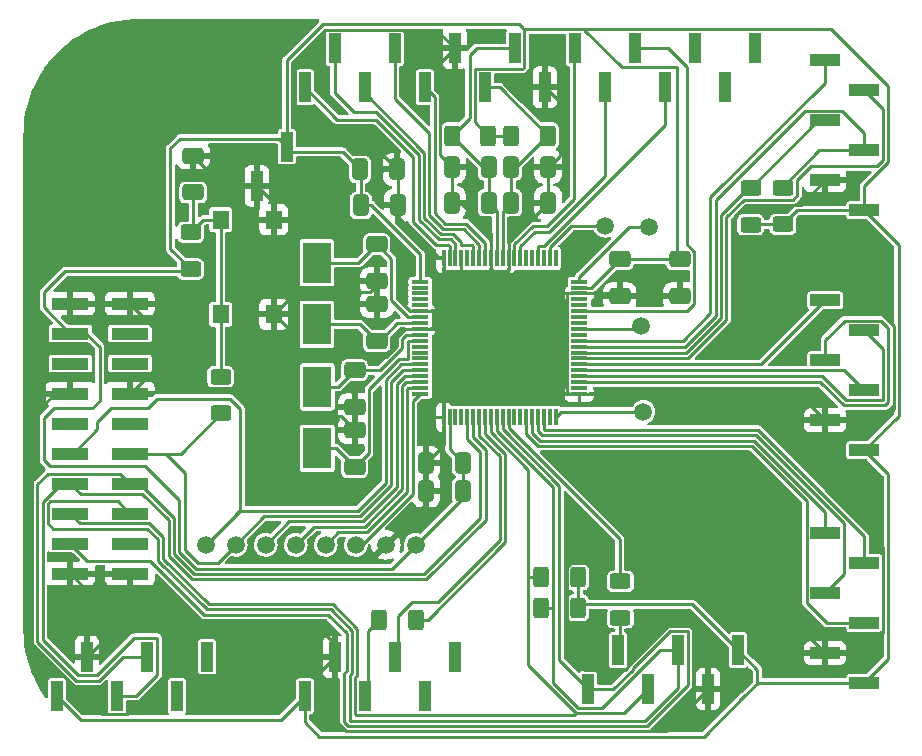
<source format=gbr>
%TF.GenerationSoftware,KiCad,Pcbnew,(6.0.2)*%
%TF.CreationDate,2022-10-05T09:26:56+03:00*%
%TF.ProjectId,anemometer,616e656d-6f6d-4657-9465-722e6b696361,rev?*%
%TF.SameCoordinates,Original*%
%TF.FileFunction,Copper,L1,Top*%
%TF.FilePolarity,Positive*%
%FSLAX46Y46*%
G04 Gerber Fmt 4.6, Leading zero omitted, Abs format (unit mm)*
G04 Created by KiCad (PCBNEW (6.0.2)) date 2022-10-05 09:26:56*
%MOMM*%
%LPD*%
G01*
G04 APERTURE LIST*
G04 Aperture macros list*
%AMRoundRect*
0 Rectangle with rounded corners*
0 $1 Rounding radius*
0 $2 $3 $4 $5 $6 $7 $8 $9 X,Y pos of 4 corners*
0 Add a 4 corners polygon primitive as box body*
4,1,4,$2,$3,$4,$5,$6,$7,$8,$9,$2,$3,0*
0 Add four circle primitives for the rounded corners*
1,1,$1+$1,$2,$3*
1,1,$1+$1,$4,$5*
1,1,$1+$1,$6,$7*
1,1,$1+$1,$8,$9*
0 Add four rect primitives between the rounded corners*
20,1,$1+$1,$2,$3,$4,$5,0*
20,1,$1+$1,$4,$5,$6,$7,0*
20,1,$1+$1,$6,$7,$8,$9,0*
20,1,$1+$1,$8,$9,$2,$3,0*%
G04 Aperture macros list end*
%TA.AperFunction,SMDPad,CuDef*%
%ADD10R,2.510000X1.000000*%
%TD*%
%TA.AperFunction,SMDPad,CuDef*%
%ADD11RoundRect,0.250000X0.400000X0.625000X-0.400000X0.625000X-0.400000X-0.625000X0.400000X-0.625000X0*%
%TD*%
%TA.AperFunction,SMDPad,CuDef*%
%ADD12C,1.500000*%
%TD*%
%TA.AperFunction,SMDPad,CuDef*%
%ADD13R,1.000000X2.510000*%
%TD*%
%TA.AperFunction,SMDPad,CuDef*%
%ADD14RoundRect,0.250000X0.412500X0.650000X-0.412500X0.650000X-0.412500X-0.650000X0.412500X-0.650000X0*%
%TD*%
%TA.AperFunction,SMDPad,CuDef*%
%ADD15RoundRect,0.250000X-0.625000X0.400000X-0.625000X-0.400000X0.625000X-0.400000X0.625000X0.400000X0*%
%TD*%
%TA.AperFunction,SMDPad,CuDef*%
%ADD16RoundRect,0.250000X-0.412500X-0.650000X0.412500X-0.650000X0.412500X0.650000X-0.412500X0.650000X0*%
%TD*%
%TA.AperFunction,SMDPad,CuDef*%
%ADD17R,3.150000X1.000000*%
%TD*%
%TA.AperFunction,SMDPad,CuDef*%
%ADD18R,1.475000X0.300000*%
%TD*%
%TA.AperFunction,SMDPad,CuDef*%
%ADD19R,0.300000X1.475000*%
%TD*%
%TA.AperFunction,SMDPad,CuDef*%
%ADD20RoundRect,0.250000X0.625000X-0.400000X0.625000X0.400000X-0.625000X0.400000X-0.625000X-0.400000X0*%
%TD*%
%TA.AperFunction,SMDPad,CuDef*%
%ADD21RoundRect,0.250000X-0.650000X0.412500X-0.650000X-0.412500X0.650000X-0.412500X0.650000X0.412500X0*%
%TD*%
%TA.AperFunction,SMDPad,CuDef*%
%ADD22R,2.400000X3.500000*%
%TD*%
%TA.AperFunction,SMDPad,CuDef*%
%ADD23RoundRect,0.250000X0.650000X-0.412500X0.650000X0.412500X-0.650000X0.412500X-0.650000X-0.412500X0*%
%TD*%
%TA.AperFunction,SMDPad,CuDef*%
%ADD24RoundRect,0.250000X-0.400000X-0.625000X0.400000X-0.625000X0.400000X0.625000X-0.400000X0.625000X0*%
%TD*%
%TA.AperFunction,SMDPad,CuDef*%
%ADD25R,1.400000X1.600000*%
%TD*%
%TA.AperFunction,Conductor*%
%ADD26C,0.250000*%
%TD*%
G04 APERTURE END LIST*
D10*
%TO.P,J6,1,Pin_1*%
%TO.N,+3.3V*%
X162945000Y-88270000D03*
%TO.P,J6,2,Pin_2*%
%TO.N,Earth*%
X159635000Y-85730000D03*
%TO.P,J6,3,Pin_3*%
%TO.N,/MCU/UCA2CLK*%
X162945000Y-83190000D03*
%TO.P,J6,4,Pin_4*%
%TO.N,/MCU/UCA2SIMO*%
X159635000Y-80650000D03*
%TO.P,J6,5,Pin_5*%
%TO.N,/MCU/UCA2SOMI*%
X162945000Y-78110000D03*
%TO.P,J6,6,Pin_6*%
%TO.N,/MCU/UCA2STE*%
X159635000Y-75570000D03*
%TD*%
D11*
%TO.P,R4,1*%
%TO.N,+3.3V*%
X131128500Y-61633200D03*
%TO.P,R4,2*%
%TO.N,/MCU/PVCC_2*%
X128028500Y-61633200D03*
%TD*%
D12*
%TO.P,TP10,1,1*%
%TO.N,/Debug/TDI*%
X114808000Y-96266000D03*
%TD*%
%TO.P,TP13,1,1*%
%TO.N,/Debug/RST*%
X109728000Y-96266000D03*
%TD*%
D13*
%TO.P,J7,1,Pin_1*%
%TO.N,+3.3V*%
X94589600Y-109046200D03*
%TO.P,J7,2,Pin_2*%
%TO.N,Earth*%
X97129600Y-105736200D03*
%TO.P,J7,3,Pin_3*%
%TO.N,/Debug/HID_BRIDGE_UART_RXD*%
X99669600Y-109046200D03*
%TO.P,J7,4,Pin_4*%
%TO.N,/Debug/HID_BRIDGE_UART_TXD*%
X102209600Y-105736200D03*
%TO.P,J7,5,Pin_5*%
%TO.N,unconnected-(J7-Pad5)*%
X104749600Y-109046200D03*
%TO.P,J7,6,Pin_6*%
%TO.N,unconnected-(J7-Pad6)*%
X107289600Y-105736200D03*
%TD*%
%TO.P,J9,1,Pin_1*%
%TO.N,+3.3V*%
X152247600Y-105177400D03*
%TO.P,J9,2,Pin_2*%
%TO.N,Earth*%
X149707600Y-108487400D03*
%TO.P,J9,3,Pin_3*%
%TO.N,/I2C UCB0/SCL*%
X147167600Y-105177400D03*
%TO.P,J9,4,Pin_4*%
%TO.N,/I2C UCB0/SDA*%
X144627600Y-108487400D03*
%TO.P,J9,5,Pin_5*%
%TO.N,/I2C UCB0/GPIO0*%
X142087600Y-105177400D03*
%TO.P,J9,6,Pin_6*%
%TO.N,/Debug/HID_BRIDGE_IRQ*%
X139547600Y-108487400D03*
%TD*%
D14*
%TO.P,C14,1*%
%TO.N,/MCU/PVCC_2*%
X131141000Y-64262000D03*
%TO.P,C14,2*%
%TO.N,Earth*%
X128016000Y-64262000D03*
%TD*%
D15*
%TO.P,R1,1*%
%TO.N,/MCU/UCB0CLK*%
X142300000Y-99350000D03*
%TO.P,R1,2*%
%TO.N,/I2C UCB0/GPIO0*%
X142300000Y-102450000D03*
%TD*%
D13*
%TO.P,J1,1,Pin_1*%
%TO.N,+3.3V*%
X114046000Y-62556200D03*
%TO.P,J1,2,Pin_2*%
%TO.N,Earth*%
X111506000Y-65866200D03*
%TD*%
D14*
%TO.P,C6,1*%
%TO.N,+3.3V*%
X128968900Y-91694000D03*
%TO.P,C6,2*%
%TO.N,Earth*%
X125843900Y-91694000D03*
%TD*%
D12*
%TO.P,TP12,1,1*%
%TO.N,/Debug/TCK*%
X119888000Y-96266000D03*
%TD*%
D16*
%TO.P,C12,1*%
%TO.N,/MCU/PVCC_1*%
X133057500Y-67310000D03*
%TO.P,C12,2*%
%TO.N,Earth*%
X136182500Y-67310000D03*
%TD*%
D17*
%TO.P,J3,1,Pin_1*%
%TO.N,Earth*%
X100772200Y-98704400D03*
%TO.P,J3,2,Pin_2*%
X95722200Y-98704400D03*
%TO.P,J3,3,Pin_3*%
%TO.N,unconnected-(J3-Pad3)*%
X100772200Y-96164400D03*
%TO.P,J3,4,Pin_4*%
%TO.N,/Debug/HID_BRIDGE_IRQ*%
X95722200Y-96164400D03*
%TO.P,J3,5,Pin_5*%
%TO.N,/I2C UCB0/SCL*%
X100772200Y-93624400D03*
%TO.P,J3,6,Pin_6*%
%TO.N,/I2C UCB0/SDA*%
X95722200Y-93624400D03*
%TO.P,J3,7,Pin_7*%
%TO.N,/Debug/HID_BRIDGE_UART_TXD*%
X100772200Y-91084400D03*
%TO.P,J3,8,Pin_8*%
%TO.N,/Debug/HID_BRIDGE_UART_RXD*%
X95722200Y-91084400D03*
%TO.P,J3,9,Pin_9*%
%TO.N,/Debug/RST*%
X100772200Y-88544400D03*
%TO.P,J3,10,Pin_10*%
%TO.N,/Debug/SBWTCK_TST*%
X95722200Y-88544400D03*
%TO.P,J3,11,Pin_11*%
%TO.N,unconnected-(J3-Pad11)*%
X100772200Y-86004400D03*
%TO.P,J3,12,Pin_12*%
%TO.N,unconnected-(J3-Pad12)*%
X95722200Y-86004400D03*
%TO.P,J3,13,Pin_13*%
%TO.N,Earth*%
X100772200Y-83464400D03*
%TO.P,J3,14,Pin_14*%
X95722200Y-83464400D03*
%TO.P,J3,15,Pin_15*%
%TO.N,unconnected-(J3-Pad15)*%
X100772200Y-80924400D03*
%TO.P,J3,16,Pin_16*%
%TO.N,unconnected-(J3-Pad16)*%
X95722200Y-80924400D03*
%TO.P,J3,17,Pin_17*%
%TO.N,unconnected-(J3-Pad17)*%
X100772200Y-78384400D03*
%TO.P,J3,18,Pin_18*%
%TO.N,+3.3V*%
X95722200Y-78384400D03*
%TO.P,J3,19,Pin_19*%
%TO.N,Earth*%
X100772200Y-75844400D03*
%TO.P,J3,20,Pin_20*%
X95722200Y-75844400D03*
%TD*%
D18*
%TO.P,IC1,1,AVCC1*%
%TO.N,+3.3V*%
X125342000Y-73990000D03*
%TO.P,IC1,2,P2.2/COUT/UCA0CLK/A14/C14*%
%TO.N,unconnected-(IC1-Pad2)*%
X125342000Y-74490000D03*
%TO.P,IC1,3,P2.3/TA0.0/UCA0STE/A15/C15*%
%TO.N,unconnected-(IC1-Pad3)*%
X125342000Y-74990000D03*
%TO.P,IC1,4,P1.0/UCA1CLK/TA1.0/A0/C0/VREF-/VEREF-*%
%TO.N,unconnected-(IC1-Pad4)*%
X125342000Y-75490000D03*
%TO.P,IC1,5,P1.1/UCA1STE/TA4.0/A1/C1/VREF+/VEREF+*%
%TO.N,unconnected-(IC1-Pad5)*%
X125342000Y-75990000D03*
%TO.P,IC1,6,AVSS2*%
%TO.N,Earth*%
X125342000Y-76490000D03*
%TO.P,IC1,7,PJ.4/LFXIN*%
%TO.N,/MCU/LFXIN*%
X125342000Y-76990000D03*
%TO.P,IC1,8,PJ.5/LFXOUT*%
%TO.N,/MCU/LFXOUT*%
X125342000Y-77490000D03*
%TO.P,IC1,9,AVSS3*%
%TO.N,Earth*%
X125342000Y-77990000D03*
%TO.P,IC1,10,PJ.6/HFXIN/USSXT_BOUT*%
%TO.N,/MCU/HFXIN*%
X125342000Y-78490000D03*
%TO.P,IC1,11,PJ.7/HFXOUT*%
%TO.N,/MCU/HFXOUT*%
X125342000Y-78990000D03*
%TO.P,IC1,12,P2.4/TA0CLK/TB0CLK/TA1CLK/LCDS24*%
%TO.N,unconnected-(IC1-Pad12)*%
X125342000Y-79490000D03*
%TO.P,IC1,13,P2.6/UCA0SIMO/UCA0TXD/TA1.2/TA1.2C/LCDS23*%
%TO.N,unconnected-(IC1-Pad13)*%
X125342000Y-79990000D03*
%TO.P,IC1,14,P2.7/UCA0SOMI/UCA0RXD/TA4.1/TA4.1C/LCDS22*%
%TO.N,unconnected-(IC1-Pad14)*%
X125342000Y-80490000D03*
%TO.P,IC1,15,TEST/SBWCLK*%
%TO.N,/Debug/SBWTCK_TST*%
X125342000Y-80990000D03*
%TO.P,IC1,16,~{RST_}/NMI/SBWTDIO*%
%TO.N,/Debug/RST*%
X125342000Y-81490000D03*
%TO.P,IC1,17,PJ.0/UAC2CLK/SRSCG1/DMAE0/C10/TDO*%
%TO.N,/Debug/TDO*%
X125342000Y-81990000D03*
%TO.P,IC1,18,PJ.1/UCA2STE/SRSCG0/TA4CLK/C11/TDI/TCLK*%
%TO.N,/Debug/TDI*%
X125342000Y-82490000D03*
%TO.P,IC1,19,PJ.2/UCA2SIMO/UCA2TXD/SROSCOFF/TB0OUTH/C12/TMS*%
%TO.N,/Debug/TMS*%
X125342000Y-82990000D03*
%TO.P,IC1,20,PJ.3/UCA2SOMI/UCA2RXD/SRCPUOFF/TB0.6/C13/TCK*%
%TO.N,/Debug/TCK*%
X125342000Y-83490000D03*
D19*
%TO.P,IC1,21,DVSS1*%
%TO.N,Earth*%
X127330000Y-85478000D03*
%TO.P,IC1,22,DVCC1*%
%TO.N,+3.3V*%
X127830000Y-85478000D03*
%TO.P,IC1,23,P2.5/TA0.2/TA4.0/LCDS21*%
%TO.N,unconnected-(IC1-Pad23)*%
X128330000Y-85478000D03*
%TO.P,IC1,24,P3.0/TB0.0/LCDS20*%
%TO.N,unconnected-(IC1-Pad24)*%
X128830000Y-85478000D03*
%TO.P,IC1,25,P1.2/UCA1SIMO/UCA1TXD/TA1.0/A8/C8*%
%TO.N,/Debug/HID_BRIDGE_UART_TXD*%
X129330000Y-85478000D03*
%TO.P,IC1,26,P1.3/UCA1SOMI/UCA1RXD/TA1.1/A9/C9*%
%TO.N,/Debug/HID_BRIDGE_UART_RXD*%
X129830000Y-85478000D03*
%TO.P,IC1,27,P2.0/UCA1CLK/UCA3SIMO/UCA3TXD/LCDS19*%
%TO.N,/MCU/UCA3TXD*%
X130330000Y-85478000D03*
%TO.P,IC1,28,P2.1/UCA1STE/UCA3SOMI/UCA3RXD/LCDS18*%
%TO.N,/MCU/UCA3RXD*%
X130830000Y-85478000D03*
%TO.P,IC1,29,P1.6/UCA3STE/UCB0SIMO/UCB0SDA/LCDS17*%
%TO.N,/I2C UCB0/SDA*%
X131330000Y-85478000D03*
%TO.P,IC1,30,P1.7/USSTRG/UCA3CLK/UCB0SOMI/UCB0SCL/LCDS16*%
%TO.N,/I2C UCB0/SCL*%
X131830000Y-85478000D03*
%TO.P,IC1,31,P1.4/TB0.4/UCB0STE/A2/C2*%
%TO.N,/Debug/HID_BRIDGE_IRQ*%
X132330000Y-85478000D03*
%TO.P,IC1,32,P1.5/TB0.5/UCB0CLK/A3/C3*%
%TO.N,/MCU/UCB0CLK*%
X132830000Y-85478000D03*
%TO.P,IC1,33,P3.1/TA1CLK/TB0.1/MTIF_OUT_IN*%
%TO.N,unconnected-(IC1-Pad33)*%
X133330000Y-85478000D03*
%TO.P,IC1,34,P4.0/RTCCLK/TA4.1/MTIF_PIN_EN*%
%TO.N,unconnected-(IC1-Pad34)*%
X133830000Y-85478000D03*
%TO.P,IC1,35,P4.1/UCA0CLK/TB0.4/UCA3SOMI/UCA3RXD/LCDS15*%
%TO.N,/MCU/UCA0CLK*%
X134330000Y-85478000D03*
%TO.P,IC1,36,P4.2/UCA0STE/TB0.5/UCA3SIMO/UCA3TXD/LCDS14*%
%TO.N,/MCU/UCA0STE*%
X134830000Y-85478000D03*
%TO.P,IC1,37,P4.3/UCA0SIMO/UCA0TXD/LCDS13*%
%TO.N,/MCU/UCA0SIMO*%
X135330000Y-85478000D03*
%TO.P,IC1,38,P4.4/UCA0SOMI/UCA0RXD/LCDS12*%
%TO.N,/MCU/UCA0SOMI*%
X135830000Y-85478000D03*
%TO.P,IC1,39,P4.5/TA0CLK/TA1CLK/LCDS11*%
%TO.N,unconnected-(IC1-Pad39)*%
X136330000Y-85478000D03*
%TO.P,IC1,40,P4.6/TB0CLK/TA4CLK/LCDS10*%
%TO.N,Net-(IC1-Pad40)*%
X136830000Y-85478000D03*
D18*
%TO.P,IC1,41,DVSS2*%
%TO.N,Earth*%
X138818000Y-83490000D03*
%TO.P,IC1,42,P4.7/DMAE0/LCDS9*%
%TO.N,unconnected-(IC1-Pad42)*%
X138818000Y-82990000D03*
%TO.P,IC1,43,P5.0/TB0.0/UCA2SIMO/UCA2TXD/LCDS8*%
%TO.N,/MCU/UCA2SIMO*%
X138818000Y-82490000D03*
%TO.P,IC1,44,P5.1/TB0.1/UCA2SOMI/UCA2RXD/LCDS7*%
%TO.N,/MCU/UCA2SOMI*%
X138818000Y-81990000D03*
%TO.P,IC1,45,P5.2/TB0.2/UAC2CLK/LCDS6*%
%TO.N,/MCU/UCA2CLK*%
X138818000Y-81490000D03*
%TO.P,IC1,46,P5.3/TB0.3/UCA2STE/LCDS5*%
%TO.N,/MCU/UCA2STE*%
X138818000Y-80990000D03*
%TO.P,IC1,47,P5.4/TA0.0/UCB1CLK/TA4.0/LCDS4*%
%TO.N,/I2C UCB1/GPIO0*%
X138818000Y-80490000D03*
%TO.P,IC1,48,P5.5/TA4.1/UCB1SIMO/UCB1SDA/LCDS3*%
%TO.N,/I2C UCB1/SDA*%
X138818000Y-79990000D03*
%TO.P,IC1,49,P5.6/TB0OUTH/UCB1SOMI/UCB1SCL/LCDS2*%
%TO.N,/I2C UCB1/SCL*%
X138818000Y-79490000D03*
%TO.P,IC1,50,P5.7/TA0.2/UCB1STE/LCDS1*%
%TO.N,/I2C UCB1/GPIO1*%
X138818000Y-78990000D03*
%TO.P,IC1,51,P6.0/TA0CLK/COUT/LCDS0*%
%TO.N,unconnected-(IC1-Pad51)*%
X138818000Y-78490000D03*
%TO.P,IC1,52,P6.4/MCLK/COM0*%
%TO.N,Net-(IC1-Pad52)*%
X138818000Y-77990000D03*
%TO.P,IC1,53,P6.5/SMCLK/COM1/LCDS34*%
%TO.N,unconnected-(IC1-Pad53)*%
X138818000Y-77490000D03*
%TO.P,IC1,54,P6.6/ACLK/COM2/LCDS31*%
%TO.N,unconnected-(IC1-Pad54)*%
X138818000Y-76990000D03*
%TO.P,IC1,55,P7.0/TA1.0/TA1.2/XPB0/LCDS30*%
%TO.N,/MCU/XPB0*%
X138818000Y-76490000D03*
%TO.P,IC1,56,P6.1/RTCCLK/R03/LCDS33*%
%TO.N,unconnected-(IC1-Pad56)*%
X138818000Y-75990000D03*
%TO.P,IC1,57,P6.2/TB0CLK/R13/LCDREF/LCDS32*%
%TO.N,unconnected-(IC1-Pad57)*%
X138818000Y-75490000D03*
%TO.P,IC1,58,DVSS3*%
%TO.N,Earth*%
X138818000Y-74990000D03*
%TO.P,IC1,59,DVCC3*%
%TO.N,+3.3V*%
X138818000Y-74490000D03*
%TO.P,IC1,60,P6.3/COM7/R23*%
%TO.N,Net-(IC1-Pad60)*%
X138818000Y-73990000D03*
D19*
%TO.P,IC1,61,R33/LCDCAP*%
%TO.N,unconnected-(IC1-Pad61)*%
X136830000Y-72002000D03*
%TO.P,IC1,62,P6.7/TA0.1/COM4/LCDS29*%
%TO.N,Net-(IC1-Pad62)*%
X136330000Y-72002000D03*
%TO.P,IC1,63,P3.2/TA1.1/COM5/LCDS28*%
%TO.N,unconnected-(IC1-Pad63)*%
X135830000Y-72002000D03*
%TO.P,IC1,64,P3.3/MCLK/TB0.3/XPB1/LCDS25*%
%TO.N,/MCU/XPB1*%
X135330000Y-72002000D03*
%TO.P,IC1,65,P3.4/SMCLK/COM6/DMAE0/LCDS27*%
%TO.N,unconnected-(IC1-Pad65)*%
X134830000Y-72002000D03*
%TO.P,IC1,66,P3.5/ACLK/COM3/COUT/LCDS26*%
%TO.N,unconnected-(IC1-Pad66)*%
X134330000Y-72002000D03*
%TO.P,IC1,67,CH1_IN*%
%TO.N,/MCU/CH1_IN*%
X133830000Y-72002000D03*
%TO.P,IC1,68,CH1_OUT*%
%TO.N,/MCU/CH1_OUT*%
X133330000Y-72002000D03*
%TO.P,IC1,69,PVSS_1*%
%TO.N,Earth*%
X132830000Y-72002000D03*
%TO.P,IC1,70,PVCC_1*%
%TO.N,/MCU/PVCC_1*%
X132330000Y-72002000D03*
%TO.P,IC1,71,PVCC_2*%
%TO.N,/MCU/PVCC_2*%
X131830000Y-72002000D03*
%TO.P,IC1,72,PVSS_2*%
%TO.N,Earth*%
X131330000Y-72002000D03*
%TO.P,IC1,73,CH0_OUT*%
%TO.N,/MCU/CH0_OUT*%
X130830000Y-72002000D03*
%TO.P,IC1,74,CH0_IN*%
%TO.N,/MCU/CH0_IN*%
X130330000Y-72002000D03*
%TO.P,IC1,75,P3.6/UCB1SIMO/UCB1SDA/TB0.6/USSXT_BOUT/LCDS35*%
%TO.N,/MCU/USSXT_BOUT*%
X129830000Y-72002000D03*
%TO.P,IC1,76,P3.7/UCB1SOMI/UCB1SCL/TB0.2/TB0OUTH/LCDS36*%
%TO.N,unconnected-(IC1-Pad76)*%
X129330000Y-72002000D03*
%TO.P,IC1,77,AVSS4*%
%TO.N,Earth*%
X128830000Y-72002000D03*
%TO.P,IC1,78,USSXTIN*%
%TO.N,/MCU/USSXTIN*%
X128330000Y-72002000D03*
%TO.P,IC1,79,USSXTOUT*%
%TO.N,/MCU/USSXTOUT*%
X127830000Y-72002000D03*
%TO.P,IC1,80,AVSS1*%
%TO.N,Earth*%
X127330000Y-72002000D03*
%TD*%
D20*
%TO.P,R7,1*%
%TO.N,+3.3V*%
X153314400Y-69163600D03*
%TO.P,R7,2*%
%TO.N,/I2C UCB1/SDA*%
X153314400Y-66063600D03*
%TD*%
%TO.P,RJ1,1*%
%TO.N,/Debug/RST*%
X108458000Y-85142000D03*
%TO.P,RJ1,2*%
%TO.N,Net-(C15-Pad1)*%
X108458000Y-82042000D03*
%TD*%
D11*
%TO.P,R9,1*%
%TO.N,+3.3V*%
X138710000Y-99000000D03*
%TO.P,R9,2*%
%TO.N,/I2C UCB0/SDA*%
X135610000Y-99000000D03*
%TD*%
D12*
%TO.P,TP7,1,1*%
%TO.N,Earth*%
X122428000Y-96266000D03*
%TD*%
%TO.P,TP11,1,1*%
%TO.N,/Debug/TMS*%
X117348000Y-96266000D03*
%TD*%
D14*
%TO.P,C13,1*%
%TO.N,/MCU/PVCC_2*%
X131141000Y-67310000D03*
%TO.P,C13,2*%
%TO.N,Earth*%
X128016000Y-67310000D03*
%TD*%
D21*
%TO.P,C3,1*%
%TO.N,/MCU/HFXIN*%
X119786400Y-81495500D03*
%TO.P,C3,2*%
%TO.N,Earth*%
X119786400Y-84620500D03*
%TD*%
D10*
%TO.P,J4,1,Pin_1*%
%TO.N,+3.3V*%
X162945000Y-67950000D03*
%TO.P,J4,2,Pin_2*%
%TO.N,Earth*%
X159635000Y-65410000D03*
%TO.P,J4,3,Pin_3*%
%TO.N,/I2C UCB1/SCL*%
X162945000Y-62870000D03*
%TO.P,J4,4,Pin_4*%
%TO.N,/I2C UCB1/SDA*%
X159635000Y-60330000D03*
%TO.P,J4,5,Pin_5*%
%TO.N,/I2C UCB1/GPIO0*%
X162945000Y-57790000D03*
%TO.P,J4,6,Pin_6*%
%TO.N,/I2C UCB1/GPIO1*%
X159635000Y-55250000D03*
%TD*%
D20*
%TO.P,R6,1*%
%TO.N,+3.3V*%
X156057600Y-69138800D03*
%TO.P,R6,2*%
%TO.N,/I2C UCB1/SCL*%
X156057600Y-66038800D03*
%TD*%
D12*
%TO.P,TP1,1,1*%
%TO.N,Net-(IC1-Pad62)*%
X141000000Y-69250000D03*
%TD*%
%TO.P,TP9,1,1*%
%TO.N,/Debug/TDO*%
X112268000Y-96266000D03*
%TD*%
D14*
%TO.P,C5,1*%
%TO.N,+3.3V*%
X128968900Y-89306400D03*
%TO.P,C5,2*%
%TO.N,Earth*%
X125843900Y-89306400D03*
%TD*%
D12*
%TO.P,TP4,1,1*%
%TO.N,Net-(IC1-Pad52)*%
X144000000Y-77750000D03*
%TD*%
D13*
%TO.P,J2,1,Pin_1*%
%TO.N,/MCU/USSXTOUT*%
X115570000Y-57535000D03*
%TO.P,J2,2,Pin_2*%
%TO.N,/MCU/USSXTIN*%
X118110000Y-54225000D03*
%TO.P,J2,3,Pin_3*%
%TO.N,/MCU/USSXT_BOUT*%
X120650000Y-57535000D03*
%TO.P,J2,4,Pin_4*%
%TO.N,/MCU/CH0_IN*%
X123190000Y-54225000D03*
%TO.P,J2,5,Pin_5*%
%TO.N,/MCU/CH0_OUT*%
X125730000Y-57535000D03*
%TO.P,J2,6,Pin_6*%
%TO.N,Earth*%
X128270000Y-54225000D03*
%TO.P,J2,7,Pin_7*%
%TO.N,/MCU/PVCC_1*%
X130810000Y-57535000D03*
%TO.P,J2,8,Pin_8*%
%TO.N,/MCU/PVCC_2*%
X133350000Y-54225000D03*
%TO.P,J2,9,Pin_9*%
%TO.N,Earth*%
X135890000Y-57535000D03*
%TO.P,J2,10,Pin_10*%
%TO.N,/MCU/CH1_OUT*%
X138430000Y-54225000D03*
%TO.P,J2,11,Pin_11*%
%TO.N,/MCU/CH1_IN*%
X140970000Y-57535000D03*
%TO.P,J2,12,Pin_12*%
%TO.N,/MCU/XPB0*%
X143510000Y-54225000D03*
%TO.P,J2,13,Pin_13*%
%TO.N,/MCU/XPB1*%
X146050000Y-57535000D03*
%TO.P,J2,14,Pin_14*%
%TO.N,/USS/USSTRG*%
X148590000Y-54225000D03*
%TO.P,J2,15,Pin_15*%
%TO.N,unconnected-(J2-Pad15)*%
X151130000Y-57535000D03*
%TO.P,J2,16,Pin_16*%
%TO.N,unconnected-(J2-Pad16)*%
X153670000Y-54225000D03*
%TD*%
D12*
%TO.P,TP5,1,1*%
%TO.N,Net-(IC1-Pad40)*%
X144250000Y-85000000D03*
%TD*%
D22*
%TO.P,Y1,1,1*%
%TO.N,/MCU/LFXOUT*%
X116586000Y-77590000D03*
%TO.P,Y1,2,2*%
%TO.N,/MCU/LFXIN*%
X116586000Y-72390000D03*
%TD*%
D11*
%TO.P,R8,1*%
%TO.N,+3.3V*%
X138710000Y-101600000D03*
%TO.P,R8,2*%
%TO.N,/I2C UCB0/SCL*%
X135610000Y-101600000D03*
%TD*%
D23*
%TO.P,C2,1*%
%TO.N,/MCU/LFXOUT*%
X121666000Y-79032500D03*
%TO.P,C2,2*%
%TO.N,Earth*%
X121666000Y-75907500D03*
%TD*%
D21*
%TO.P,C8,1*%
%TO.N,+3.3V*%
X147320000Y-72097500D03*
%TO.P,C8,2*%
%TO.N,Earth*%
X147320000Y-75222500D03*
%TD*%
D16*
%TO.P,C9,1*%
%TO.N,+3.3V*%
X120319000Y-67538600D03*
%TO.P,C9,2*%
%TO.N,Earth*%
X123444000Y-67538600D03*
%TD*%
D12*
%TO.P,TP6,1,1*%
%TO.N,+3.3V*%
X124968000Y-96266000D03*
%TD*%
D13*
%TO.P,J8,1,Pin_1*%
%TO.N,+3.3V*%
X115570000Y-109097000D03*
%TO.P,J8,2,Pin_2*%
%TO.N,Earth*%
X118110000Y-105787000D03*
%TO.P,J8,3,Pin_3*%
%TO.N,/UART UCA3 BSL/RXD*%
X120650000Y-109097000D03*
%TO.P,J8,4,Pin_4*%
%TO.N,/MCU/UCA3TXD*%
X123190000Y-105787000D03*
%TO.P,J8,5,Pin_5*%
%TO.N,unconnected-(J8-Pad5)*%
X125730000Y-109097000D03*
%TO.P,J8,6,Pin_6*%
%TO.N,unconnected-(J8-Pad6)*%
X128270000Y-105787000D03*
%TD*%
D12*
%TO.P,TP2,1,1*%
%TO.N,Net-(IC1-Pad60)*%
X144750000Y-69400000D03*
%TD*%
D10*
%TO.P,J5,1,Pin_1*%
%TO.N,+3.3V*%
X162945000Y-107950000D03*
%TO.P,J5,2,Pin_2*%
%TO.N,Earth*%
X159635000Y-105410000D03*
%TO.P,J5,3,Pin_3*%
%TO.N,/MCU/UCA0CLK*%
X162945000Y-102870000D03*
%TO.P,J5,4,Pin_4*%
%TO.N,/MCU/UCA0SIMO*%
X159635000Y-100330000D03*
%TO.P,J5,5,Pin_5*%
%TO.N,/MCU/UCA0SOMI*%
X162945000Y-97790000D03*
%TO.P,J5,6,Pin_6*%
%TO.N,/MCU/UCA0STE*%
X159635000Y-95250000D03*
%TD*%
D20*
%TO.P,R5,1*%
%TO.N,+3.3V*%
X105918000Y-72924000D03*
%TO.P,R5,2*%
%TO.N,Net-(C15-Pad1)*%
X105918000Y-69824000D03*
%TD*%
D16*
%TO.P,C10,1*%
%TO.N,+3.3V*%
X120268200Y-64490600D03*
%TO.P,C10,2*%
%TO.N,Earth*%
X123393200Y-64490600D03*
%TD*%
D21*
%TO.P,C7,1*%
%TO.N,+3.3V*%
X142240000Y-72097500D03*
%TO.P,C7,2*%
%TO.N,Earth*%
X142240000Y-75222500D03*
%TD*%
D22*
%TO.P,Y2,1,1*%
%TO.N,/MCU/HFXOUT*%
X116636800Y-88096400D03*
%TO.P,Y2,2,2*%
%TO.N,/MCU/HFXIN*%
X116636800Y-82896400D03*
%TD*%
D12*
%TO.P,TP8,1,1*%
%TO.N,/Debug/SBWTCK_TST*%
X107188000Y-96266000D03*
%TD*%
D23*
%TO.P,C4,1*%
%TO.N,/MCU/HFXOUT*%
X119786400Y-89700500D03*
%TO.P,C4,2*%
%TO.N,Earth*%
X119786400Y-86575500D03*
%TD*%
%TO.P,C15,1*%
%TO.N,Net-(C15-Pad1)*%
X106121200Y-66434100D03*
%TO.P,C15,2*%
%TO.N,Earth*%
X106121200Y-63309100D03*
%TD*%
D24*
%TO.P,R3,1*%
%TO.N,+3.3V*%
X133070000Y-61633200D03*
%TO.P,R3,2*%
%TO.N,/MCU/PVCC_1*%
X136170000Y-61633200D03*
%TD*%
D11*
%TO.P,R2,1*%
%TO.N,/MCU/UCA3RXD*%
X124994000Y-102616000D03*
%TO.P,R2,2*%
%TO.N,/UART UCA3 BSL/RXD*%
X121894000Y-102616000D03*
%TD*%
D16*
%TO.P,C11,1*%
%TO.N,/MCU/PVCC_1*%
X133057500Y-64262000D03*
%TO.P,C11,2*%
%TO.N,Earth*%
X136182500Y-64262000D03*
%TD*%
D25*
%TO.P,SW1,1,1*%
%TO.N,Net-(C15-Pad1)*%
X108443200Y-76745600D03*
X108443200Y-68745600D03*
%TO.P,SW1,2,2*%
%TO.N,Earth*%
X112943200Y-68745600D03*
X112943200Y-76745600D03*
%TD*%
D21*
%TO.P,C1,1*%
%TO.N,/MCU/LFXIN*%
X121666000Y-70827500D03*
%TO.P,C1,2*%
%TO.N,Earth*%
X121666000Y-73952500D03*
%TD*%
D26*
%TO.N,/I2C UCB1/SDA*%
X159048000Y-60330000D02*
X159635000Y-60330000D01*
X153314400Y-66063600D02*
X159048000Y-60330000D01*
X153112282Y-66063600D02*
X153314400Y-66063600D01*
X150810800Y-68365082D02*
X153112282Y-66063600D01*
X150810800Y-77042804D02*
X150810800Y-68365082D01*
X138818000Y-79990000D02*
X147863604Y-79990000D01*
X147863604Y-79990000D02*
X150810800Y-77042804D01*
%TO.N,/MCU/LFXIN*%
X121666000Y-70827500D02*
X120103500Y-72390000D01*
X125342000Y-76990000D02*
X124304500Y-76990000D01*
X122891000Y-72052500D02*
X121666000Y-70827500D01*
X122891000Y-75576500D02*
X122891000Y-72052500D01*
X120103500Y-72390000D02*
X116586000Y-72390000D01*
X124304500Y-76990000D02*
X122891000Y-75576500D01*
%TO.N,Earth*%
X124440896Y-76490000D02*
X123341000Y-75390104D01*
X137780500Y-74990000D02*
X137755500Y-75015000D01*
X123444000Y-68516000D02*
X126930000Y-72002000D01*
X112943200Y-76745600D02*
X112943200Y-79394973D01*
X102800000Y-81436600D02*
X100772200Y-83464400D01*
X120302600Y-61400000D02*
X116714000Y-61400000D01*
X100772200Y-98704400D02*
X95722200Y-98704400D01*
X139269604Y-106907400D02*
X142647600Y-106907400D01*
X118110000Y-104648000D02*
X118110000Y-105787000D01*
X118110000Y-105787000D02*
X118110000Y-111098584D01*
X136221000Y-64279000D02*
X137145000Y-63355000D01*
X142647600Y-106907400D02*
X142902600Y-106652400D01*
X132264500Y-73064500D02*
X131964500Y-73064500D01*
X112943200Y-76745600D02*
X112943200Y-68745600D01*
X165425000Y-77717404D02*
X165425000Y-84765000D01*
X164525000Y-96462208D02*
X164525000Y-103699000D01*
X116714000Y-61400000D02*
X114745000Y-59431000D01*
X118610900Y-85400000D02*
X115540400Y-85400000D01*
X123379500Y-79460228D02*
X122474128Y-80365600D01*
X100772200Y-75844400D02*
X102800000Y-77872200D01*
X159635000Y-105410000D02*
X154550000Y-100325000D01*
X142007500Y-74990000D02*
X142240000Y-75222500D01*
X126404500Y-77895500D02*
X126310000Y-77990000D01*
X139685000Y-98136827D02*
X139348173Y-97800000D01*
X123444000Y-64541400D02*
X123393200Y-64490600D01*
X137755500Y-75015000D02*
X137755500Y-83320500D01*
X132830000Y-72002000D02*
X132830000Y-70662500D01*
X94407800Y-83464400D02*
X95722200Y-83464400D01*
X165425000Y-84765000D02*
X164460000Y-85730000D01*
X98434200Y-110626200D02*
X92472200Y-104664200D01*
X114745000Y-59431000D02*
X114745000Y-55181000D01*
X146145000Y-112050000D02*
X149707600Y-108487400D01*
X127024800Y-63270800D02*
X127024800Y-55470200D01*
X118110000Y-105787000D02*
X116497000Y-107400000D01*
X109038173Y-83300000D02*
X100936600Y-83300000D01*
X116762000Y-103300000D02*
X118110000Y-104648000D01*
X139348173Y-97800000D02*
X138071827Y-97800000D01*
X127330000Y-76530000D02*
X127290000Y-76490000D01*
X115200000Y-69200000D02*
X114745600Y-68745600D01*
X126310000Y-77990000D02*
X125342000Y-77990000D01*
X138071827Y-97800000D02*
X137735000Y-98136827D01*
X121615200Y-74358900D02*
X121102700Y-74871400D01*
X162814000Y-105410000D02*
X159635000Y-105410000D01*
X128035500Y-73064500D02*
X128690500Y-73064500D01*
X126690000Y-52645000D02*
X128270000Y-54225000D01*
X152959396Y-67488600D02*
X151892000Y-68555996D01*
X132830000Y-70662500D02*
X136182500Y-67310000D01*
X127355000Y-73064500D02*
X128035500Y-73064500D01*
X112943200Y-79394973D02*
X109038173Y-83300000D01*
X137735000Y-98136827D02*
X137735000Y-105372796D01*
X119786400Y-84620500D02*
X119786400Y-86575500D01*
X122428000Y-96266000D02*
X125843900Y-92850100D01*
X122474128Y-80365600D02*
X114960400Y-80365600D01*
X128016000Y-64262000D02*
X127024800Y-63270800D01*
X119061416Y-112050000D02*
X146145000Y-112050000D01*
X127330000Y-87820300D02*
X125843900Y-89306400D01*
X114960400Y-80365600D02*
X114960400Y-78762800D01*
X128016000Y-64262000D02*
X128016000Y-67310000D01*
X114960400Y-84820000D02*
X114960400Y-80365600D01*
X116497000Y-107400000D02*
X103720800Y-107400000D01*
X123341000Y-70607727D02*
X121933273Y-69200000D01*
X119786400Y-86575500D02*
X118610900Y-85400000D01*
X97028000Y-105634600D02*
X97028000Y-100010200D01*
X140146827Y-100325000D02*
X139685000Y-99863173D01*
X125843900Y-92850100D02*
X125843900Y-91694000D01*
X100494600Y-110626200D02*
X98434200Y-110626200D01*
X159635000Y-91572208D02*
X164525000Y-96462208D01*
X123341000Y-75390104D02*
X123341000Y-70607727D01*
X142240000Y-75222500D02*
X147320000Y-75222500D01*
X114745000Y-55181000D02*
X117281000Y-52645000D01*
X123444000Y-67538600D02*
X123444000Y-68516000D01*
X136182500Y-67310000D02*
X136182500Y-64262000D01*
X134190000Y-74990000D02*
X138818000Y-74990000D01*
X112943200Y-67303400D02*
X112943200Y-68745600D01*
X125342000Y-77990000D02*
X124031708Y-77990000D01*
X127330000Y-85478000D02*
X127330000Y-76530000D01*
X127330000Y-76530000D02*
X127330000Y-72002000D01*
X154550000Y-100325000D02*
X140146827Y-100325000D01*
X117281000Y-52645000D02*
X126690000Y-52645000D01*
X97028000Y-100010200D02*
X95722200Y-98704400D01*
X126930000Y-72002000D02*
X127330000Y-72002000D01*
X151892000Y-68555996D02*
X151892000Y-70492000D01*
X118110000Y-111098584D02*
X119061416Y-112050000D01*
X131330000Y-69862000D02*
X128778000Y-67310000D01*
X138818000Y-74990000D02*
X137780500Y-74990000D01*
X149707600Y-104676004D02*
X149707600Y-108487400D01*
X138818000Y-74990000D02*
X142007500Y-74990000D01*
X95722200Y-75844400D02*
X100772200Y-75844400D01*
X127330000Y-73039500D02*
X127355000Y-73064500D01*
X148178996Y-103147400D02*
X149707600Y-104676004D01*
X128778000Y-67310000D02*
X128016000Y-67310000D01*
X137145000Y-63355000D02*
X137145000Y-58790000D01*
X137145000Y-58790000D02*
X135890000Y-57535000D01*
X164460000Y-85730000D02*
X159635000Y-85730000D01*
X159635000Y-65410000D02*
X157556400Y-67488600D01*
X128035500Y-73064500D02*
X131964500Y-73064500D01*
X121666000Y-75907500D02*
X121666000Y-73952500D01*
X131519500Y-73064500D02*
X131330000Y-72875000D01*
X128830000Y-72925000D02*
X128830000Y-72002000D01*
X126404500Y-76515000D02*
X126404500Y-77895500D01*
X131964500Y-73064500D02*
X131519500Y-73064500D01*
X114745600Y-68745600D02*
X112943200Y-68745600D01*
X127024800Y-55470200D02*
X128270000Y-54225000D01*
X151892000Y-70492000D02*
X155822000Y-74422000D01*
X157556400Y-67488600D02*
X152959396Y-67488600D01*
X139685000Y-99863173D02*
X139685000Y-98136827D01*
X123444000Y-67538600D02*
X123444000Y-64541400D01*
X125843900Y-89306400D02*
X125843900Y-91694000D01*
X155822000Y-74422000D02*
X162129596Y-74422000D01*
X132264500Y-73064500D02*
X134190000Y-74990000D01*
X162129596Y-74422000D02*
X165425000Y-77717404D01*
X97129600Y-105736200D02*
X97028000Y-105634600D01*
X121933273Y-69200000D02*
X115200000Y-69200000D01*
X92472200Y-104664200D02*
X92472200Y-85400000D01*
X103720800Y-107400000D02*
X100494600Y-110626200D01*
X137735000Y-105372796D02*
X139269604Y-106907400D01*
X102800000Y-77872200D02*
X102800000Y-81436600D01*
X115540400Y-85400000D02*
X114960400Y-84820000D01*
X127330000Y-72002000D02*
X127330000Y-73039500D01*
X92472200Y-85400000D02*
X94407800Y-83464400D01*
X137925000Y-83490000D02*
X138818000Y-83490000D01*
X127290000Y-76490000D02*
X125342000Y-76490000D01*
X108678300Y-65866200D02*
X106121200Y-63309100D01*
X100936600Y-83300000D02*
X100772200Y-83464400D01*
X132830000Y-72002000D02*
X132830000Y-73039500D01*
X132805000Y-73064500D02*
X132264500Y-73064500D01*
X138818000Y-83490000D02*
X157395000Y-83490000D01*
X97129600Y-105736200D02*
X99565800Y-103300000D01*
X137755500Y-83320500D02*
X137925000Y-83490000D01*
X127330000Y-85478000D02*
X127330000Y-87820300D01*
X142902600Y-106652400D02*
X142902600Y-106534608D01*
X111506000Y-65866200D02*
X108678300Y-65866200D01*
X114960400Y-78762800D02*
X112943200Y-76745600D01*
X157395000Y-83490000D02*
X159635000Y-85730000D01*
X131330000Y-72002000D02*
X131330000Y-69862000D01*
X124031708Y-77990000D02*
X123379500Y-78642208D01*
X121102700Y-74871400D02*
X114817400Y-74871400D01*
X159635000Y-85730000D02*
X159635000Y-91572208D01*
X131330000Y-72875000D02*
X131330000Y-72002000D01*
X111506000Y-65866200D02*
X112943200Y-67303400D01*
X114817400Y-74871400D02*
X112943200Y-76745600D01*
X99565800Y-103300000D02*
X116762000Y-103300000D01*
X164525000Y-103699000D02*
X162814000Y-105410000D01*
X128690500Y-73064500D02*
X128830000Y-72925000D01*
X132830000Y-73039500D02*
X132805000Y-73064500D01*
X123393200Y-64490600D02*
X120302600Y-61400000D01*
X142902600Y-106534608D02*
X146289808Y-103147400D01*
X125342000Y-76490000D02*
X124440896Y-76490000D01*
X123379500Y-78642208D02*
X123379500Y-79460228D01*
X146289808Y-103147400D02*
X148178996Y-103147400D01*
%TO.N,/MCU/LFXOUT*%
X120223500Y-77590000D02*
X116586000Y-77590000D01*
X125342000Y-77490000D02*
X123424000Y-77490000D01*
X123424000Y-77490000D02*
X121920000Y-78994000D01*
X121666000Y-79032500D02*
X120223500Y-77590000D01*
%TO.N,/MCU/HFXIN*%
X119786400Y-81495500D02*
X121980624Y-81495500D01*
X124168104Y-78490000D02*
X125342000Y-78490000D01*
X121980624Y-81495500D02*
X123829500Y-79646624D01*
X123829500Y-79646624D02*
X123829500Y-78828604D01*
X119786400Y-81495500D02*
X118385500Y-82896400D01*
X118385500Y-82896400D02*
X116636800Y-82896400D01*
X123829500Y-78828604D02*
X124168104Y-78490000D01*
%TO.N,/MCU/HFXOUT*%
X121011400Y-88475500D02*
X119786400Y-89700500D01*
X125342000Y-78990000D02*
X124304500Y-78990000D01*
X121011400Y-83101120D02*
X121011400Y-88475500D01*
X123572520Y-80540000D02*
X121011400Y-83101120D01*
X118182300Y-88096400D02*
X116636800Y-88096400D01*
X124279500Y-80540000D02*
X123572520Y-80540000D01*
X124304500Y-78990000D02*
X124279500Y-79015000D01*
X119786400Y-89700500D02*
X118182300Y-88096400D01*
X124279500Y-79015000D02*
X124279500Y-80540000D01*
%TO.N,+3.3V*%
X128968900Y-91694000D02*
X128968900Y-92265100D01*
X98200000Y-79500000D02*
X97084400Y-78384400D01*
X129985000Y-55955000D02*
X129985000Y-60489700D01*
X104950000Y-92498600D02*
X102051400Y-89600000D01*
X156057600Y-69138800D02*
X153339200Y-69138800D01*
X94000000Y-89600000D02*
X93500000Y-89100000D01*
X165875000Y-85340000D02*
X162945000Y-88270000D01*
X117094604Y-52195000D02*
X133725000Y-52195000D01*
X134175000Y-52645000D02*
X134175000Y-55805000D01*
X93500000Y-76162200D02*
X95722200Y-78384400D01*
X127830000Y-85478000D02*
X127830000Y-88167500D01*
X133725000Y-52195000D02*
X134059200Y-52529200D01*
X164975000Y-57415000D02*
X160160000Y-52600000D01*
X138710000Y-101600000D02*
X139010000Y-101300000D01*
X134175000Y-55805000D02*
X134025000Y-55955000D01*
X149400000Y-112500000D02*
X116818000Y-112500000D01*
X120319000Y-64541400D02*
X120268200Y-64490600D01*
X133108500Y-61633200D02*
X131128500Y-61633200D01*
X113590800Y-111076200D02*
X96619600Y-111076200D01*
X157246400Y-67950000D02*
X162945000Y-67950000D01*
X122934000Y-98300000D02*
X106363604Y-98300000D01*
X156057600Y-69138800D02*
X157246400Y-67950000D01*
X129985000Y-60489700D02*
X131128500Y-61633200D01*
X94300000Y-84700000D02*
X97600000Y-84700000D01*
X164975000Y-63881396D02*
X164975000Y-57415000D01*
X147100000Y-71877500D02*
X147100000Y-55833604D01*
X149400000Y-112500000D02*
X152794000Y-109106000D01*
X148370200Y-101300000D02*
X152247600Y-105177400D01*
X120319000Y-67538600D02*
X120319000Y-64541400D01*
X138818000Y-74490000D02*
X139847500Y-74490000D01*
X153950000Y-107950000D02*
X152794000Y-109106000D01*
X95300000Y-73100000D02*
X93500000Y-74900000D01*
X105918000Y-72924000D02*
X105742000Y-73100000D01*
X147100000Y-55833604D02*
X142443604Y-55833604D01*
X106363604Y-98300000D02*
X104950000Y-96886396D01*
X125342000Y-71661804D02*
X121218796Y-67538600D01*
X102051400Y-89600000D02*
X94000000Y-89600000D01*
X115570000Y-111252000D02*
X115570000Y-109097000D01*
X120268200Y-64490600D02*
X118777600Y-63000000D01*
X113389800Y-61900000D02*
X105000000Y-61900000D01*
X116818000Y-112500000D02*
X115570000Y-111252000D01*
X162945000Y-67950000D02*
X165875000Y-70880000D01*
X114489800Y-63000000D02*
X114046000Y-62556200D01*
X128968900Y-92265100D02*
X124968000Y-96266000D01*
X98200000Y-84100000D02*
X98200000Y-79500000D01*
X104950000Y-96886396D02*
X104950000Y-92498600D01*
X93500000Y-89100000D02*
X93500000Y-85500000D01*
X93500000Y-85500000D02*
X94300000Y-84700000D01*
X105742000Y-73100000D02*
X95300000Y-73100000D01*
X162945000Y-67950000D02*
X162945000Y-65911396D01*
X142240000Y-72097500D02*
X147320000Y-72097500D01*
X114046000Y-62556200D02*
X113389800Y-61900000D01*
X138710000Y-101600000D02*
X138710000Y-99000000D01*
X115570000Y-109097000D02*
X113590800Y-111076200D01*
X114046000Y-62556200D02*
X114046000Y-55243604D01*
X104200000Y-71206000D02*
X105918000Y-72924000D01*
X128968900Y-89306400D02*
X128968900Y-91694000D01*
X124968000Y-96266000D02*
X122934000Y-98300000D01*
X153339200Y-69138800D02*
X153314400Y-69163600D01*
X97084400Y-78384400D02*
X95722200Y-78384400D01*
X96619600Y-111076200D02*
X94589600Y-109046200D01*
X162945000Y-107950000D02*
X153950000Y-107950000D01*
X164975000Y-105920000D02*
X162945000Y-107950000D01*
X152247600Y-105177400D02*
X153900000Y-106829800D01*
X127830000Y-88167500D02*
X128968900Y-89306400D01*
X93500000Y-74900000D02*
X93500000Y-76162200D01*
X139010000Y-101300000D02*
X148370200Y-101300000D01*
X105000000Y-61900000D02*
X104200000Y-62700000D01*
X147320000Y-72097500D02*
X147100000Y-71877500D01*
X164975000Y-90300000D02*
X164975000Y-105920000D01*
X139847500Y-74490000D02*
X142240000Y-72097500D01*
X160160000Y-52600000D02*
X134100000Y-52600000D01*
X165875000Y-70880000D02*
X165875000Y-85340000D01*
X104200000Y-62700000D02*
X104200000Y-71206000D01*
X162945000Y-65911396D02*
X164975000Y-63881396D01*
X142443604Y-55833604D02*
X139255000Y-52645000D01*
X97600000Y-84700000D02*
X98200000Y-84100000D01*
X118777600Y-63000000D02*
X114489800Y-63000000D01*
X121218796Y-67538600D02*
X120319000Y-67538600D01*
X125342000Y-73990000D02*
X125342000Y-71661804D01*
X114046000Y-55243604D02*
X117094604Y-52195000D01*
X134025000Y-55955000D02*
X129985000Y-55955000D01*
X162945000Y-88270000D02*
X164975000Y-90300000D01*
X153900000Y-106829800D02*
X153900000Y-108000000D01*
%TO.N,/MCU/PVCC_1*%
X133057500Y-64262000D02*
X133439600Y-64262000D01*
X133439600Y-64262000D02*
X136068400Y-61633200D01*
X136068400Y-61633200D02*
X136170000Y-61633200D01*
X136170000Y-61633200D02*
X132071800Y-57535000D01*
X133057500Y-67310000D02*
X133057500Y-64262000D01*
X132330000Y-72002000D02*
X132330000Y-68037500D01*
X132330000Y-68037500D02*
X133057500Y-67310000D01*
X132071800Y-57535000D02*
X130810000Y-57535000D01*
%TO.N,/MCU/PVCC_2*%
X130128200Y-54225000D02*
X133350000Y-54225000D01*
X131830000Y-67999000D02*
X131141000Y-67310000D01*
X129535000Y-60126700D02*
X129535000Y-54818200D01*
X128028500Y-61633200D02*
X129535000Y-60126700D01*
X129535000Y-54818200D02*
X130128200Y-54225000D01*
X130657300Y-64262000D02*
X128028500Y-61633200D01*
X131830000Y-72002000D02*
X131830000Y-67999000D01*
X131141000Y-64262000D02*
X130657300Y-64262000D01*
X131141000Y-67310000D02*
X131141000Y-64262000D01*
%TO.N,/Debug/RST*%
X108194000Y-97800000D02*
X106500000Y-97800000D01*
X112153000Y-93841000D02*
X109728000Y-96266000D01*
X103784400Y-88544400D02*
X100772200Y-88544400D01*
X109728000Y-96266000D02*
X108194000Y-97800000D01*
X122906800Y-82478512D02*
X122906800Y-91209616D01*
X120275416Y-93841000D02*
X112153000Y-93841000D01*
X105400000Y-96700000D02*
X105400000Y-90160000D01*
X125342000Y-81490000D02*
X123895312Y-81490000D01*
X122906800Y-91209616D02*
X120275416Y-93841000D01*
X108458000Y-85142000D02*
X105055600Y-88544400D01*
X105400000Y-90160000D02*
X103784400Y-88544400D01*
X123895312Y-81490000D02*
X122906800Y-82478512D01*
X106500000Y-97800000D02*
X105400000Y-96700000D01*
X105055600Y-88544400D02*
X100772200Y-88544400D01*
%TO.N,/Debug/SBWTCK_TST*%
X123758916Y-80990000D02*
X122456800Y-82292116D01*
X125342000Y-80990000D02*
X123758916Y-80990000D01*
X99200000Y-84700000D02*
X98000000Y-85900000D01*
X120089020Y-93391000D02*
X110063000Y-93391000D01*
X107188000Y-96266000D02*
X110100000Y-93354000D01*
X122456800Y-91023220D02*
X120089020Y-93391000D01*
X109237400Y-83900000D02*
X103061600Y-83900000D01*
X110100000Y-84762600D02*
X109237400Y-83900000D01*
X110063000Y-93391000D02*
X107188000Y-96266000D01*
X110100000Y-93354000D02*
X110100000Y-84762600D01*
X102261600Y-84700000D02*
X99200000Y-84700000D01*
X122456800Y-82292116D02*
X122456800Y-91023220D01*
X95955600Y-88544400D02*
X95722200Y-88544400D01*
X98000000Y-86500000D02*
X95955600Y-88544400D01*
X103061600Y-83900000D02*
X102261600Y-84700000D01*
X98000000Y-85900000D02*
X98000000Y-86500000D01*
%TO.N,/Debug/TDO*%
X123356800Y-91396012D02*
X120461812Y-94291000D01*
X114243000Y-94291000D02*
X112268000Y-96266000D01*
X123356800Y-82664908D02*
X123356800Y-91396012D01*
X124031708Y-81990000D02*
X123356800Y-82664908D01*
X125342000Y-81990000D02*
X124031708Y-81990000D01*
X120461812Y-94291000D02*
X114243000Y-94291000D01*
%TO.N,/Debug/TDI*%
X124168104Y-82490000D02*
X123806800Y-82851304D01*
X123806800Y-91582408D02*
X120648208Y-94741000D01*
X118236604Y-94741000D02*
X118235604Y-94742000D01*
X120648208Y-94741000D02*
X118236604Y-94741000D01*
X125342000Y-82490000D02*
X124168104Y-82490000D01*
X123806800Y-82851304D02*
X123806800Y-91582408D01*
X116332000Y-94742000D02*
X114808000Y-96266000D01*
X118235604Y-94742000D02*
X116332000Y-94742000D01*
%TO.N,/Debug/TMS*%
X118423000Y-95191000D02*
X117348000Y-96266000D01*
X124256800Y-83037700D02*
X124256800Y-91768804D01*
X124304500Y-82990000D02*
X124256800Y-83037700D01*
X125342000Y-82990000D02*
X124304500Y-82990000D01*
X124256800Y-91768804D02*
X120834604Y-95191000D01*
X120834604Y-95191000D02*
X118423000Y-95191000D01*
%TO.N,/Debug/TCK*%
X124706800Y-91955200D02*
X120396000Y-96266000D01*
X120396000Y-96266000D02*
X119888000Y-96266000D01*
X125342000Y-83490000D02*
X124706800Y-84125200D01*
X124706800Y-84125200D02*
X124706800Y-91955200D01*
%TO.N,/Debug/HID_BRIDGE_UART_TXD*%
X100170996Y-105736200D02*
X98140996Y-107766200D01*
X92922200Y-104477804D02*
X92922200Y-91159400D01*
X104500000Y-93990804D02*
X101593596Y-91084400D01*
X93822200Y-90259400D02*
X99947200Y-90259400D01*
X92922200Y-91159400D02*
X93822200Y-90259400D01*
X101593596Y-91084400D02*
X100772200Y-91084400D01*
X130450000Y-93988985D02*
X125688985Y-98750000D01*
X99947200Y-90259400D02*
X100772200Y-91084400D01*
X98140996Y-107766200D02*
X96210596Y-107766200D01*
X130450000Y-88422772D02*
X130450000Y-93988985D01*
X104500000Y-97072792D02*
X104500000Y-93990804D01*
X125688985Y-98750000D02*
X106177208Y-98750000D01*
X129330000Y-85478000D02*
X129330000Y-87302772D01*
X106177208Y-98750000D02*
X104500000Y-97072792D01*
X129330000Y-87302772D02*
X130450000Y-88422772D01*
X96210596Y-107766200D02*
X92922200Y-104477804D01*
X102209600Y-105736200D02*
X100170996Y-105736200D01*
%TO.N,/Debug/HID_BRIDGE_UART_RXD*%
X101820800Y-91948000D02*
X96585800Y-91948000D01*
X93372200Y-92613004D02*
X94900804Y-91084400D01*
X103100000Y-104200000D02*
X103056200Y-104156200D01*
X104050000Y-94177200D02*
X101820800Y-91948000D01*
X125875381Y-99200000D02*
X105990812Y-99200000D01*
X130900000Y-88236376D02*
X130900000Y-94175381D01*
X96585800Y-91948000D02*
X95722200Y-91084400D01*
X101304600Y-109046200D02*
X103100000Y-107250800D01*
X105990812Y-99200000D02*
X104050000Y-97259188D01*
X103056200Y-104156200D02*
X101114600Y-104156200D01*
X96396992Y-107316200D02*
X93372200Y-104291408D01*
X97954600Y-107316200D02*
X96396992Y-107316200D01*
X130900000Y-94175381D02*
X125875381Y-99200000D01*
X129830000Y-85478000D02*
X129830000Y-87166376D01*
X99669600Y-109046200D02*
X101304600Y-109046200D01*
X129830000Y-87166376D02*
X130900000Y-88236376D01*
X103100000Y-107250800D02*
X103100000Y-104200000D01*
X101114600Y-104156200D02*
X97954600Y-107316200D01*
X93372200Y-104291408D02*
X93372200Y-92613004D01*
X94900804Y-91084400D02*
X95722200Y-91084400D01*
X104050000Y-97259188D02*
X104050000Y-94177200D01*
%TO.N,/MCU/UCA3TXD*%
X132080000Y-95883604D02*
X126863604Y-101100000D01*
X123444000Y-102267777D02*
X123444000Y-105787000D01*
X132080000Y-88779980D02*
X132080000Y-95883604D01*
X124611777Y-101100000D02*
X123444000Y-102267777D01*
X130330000Y-85478000D02*
X130330000Y-87029980D01*
X130330000Y-87029980D02*
X132080000Y-88779980D01*
X126863604Y-101100000D02*
X124611777Y-101100000D01*
%TO.N,/MCU/UCA3RXD*%
X132530000Y-96070000D02*
X125984000Y-102616000D01*
X132530000Y-88593584D02*
X132530000Y-96070000D01*
X125984000Y-102616000D02*
X124994000Y-102616000D01*
X130830000Y-85478000D02*
X130830000Y-86893584D01*
X130830000Y-86893584D02*
X132530000Y-88593584D01*
%TO.N,/I2C UCB0/SDA*%
X135610000Y-99000000D02*
X134500000Y-99000000D01*
X131330000Y-85478000D02*
X131330000Y-86757188D01*
X138536204Y-110517400D02*
X138353604Y-110700000D01*
X117949381Y-101288000D02*
X107442416Y-101288000D01*
X134500000Y-106481196D02*
X138536204Y-110517400D01*
X120026000Y-103364619D02*
X117949381Y-101288000D01*
X119935000Y-110700000D02*
X119825000Y-110590000D01*
X103600000Y-97445584D02*
X103600000Y-95630804D01*
X142597600Y-110517400D02*
X144627600Y-108487400D01*
X138353604Y-110700000D02*
X119935000Y-110700000D01*
X134500000Y-89927188D02*
X134500000Y-99000000D01*
X131330000Y-86757188D02*
X134500000Y-89927188D01*
X107442416Y-101288000D02*
X103600000Y-97445584D01*
X120026000Y-107316000D02*
X120026000Y-103364619D01*
X138536204Y-110517400D02*
X142597600Y-110517400D01*
X134500000Y-99000000D02*
X134500000Y-106481196D01*
X119825000Y-110590000D02*
X119825000Y-107517000D01*
X103600000Y-95630804D02*
X102418596Y-94449400D01*
X96547200Y-94449400D02*
X95722200Y-93624400D01*
X119825000Y-107517000D02*
X120026000Y-107316000D01*
X102418596Y-94449400D02*
X96547200Y-94449400D01*
%TO.N,/I2C UCB0/SCL*%
X94021600Y-92600000D02*
X99747800Y-92600000D01*
X145622600Y-105177400D02*
X147167600Y-105177400D01*
X131830000Y-86620792D02*
X136585000Y-91375792D01*
X143802600Y-106997400D02*
X145622600Y-105177400D01*
X140760392Y-110067400D02*
X143802600Y-107025192D01*
X144370000Y-111150000D02*
X119434208Y-111150000D01*
X119434208Y-111150000D02*
X119375000Y-111090792D01*
X138722600Y-110067400D02*
X140760392Y-110067400D01*
X136585000Y-107929800D02*
X138722600Y-110067400D01*
X136585000Y-101585000D02*
X136585000Y-107929800D01*
X136570000Y-101600000D02*
X136585000Y-101585000D01*
X103150000Y-95817200D02*
X102232200Y-94899400D01*
X117762985Y-101738000D02*
X107256020Y-101738000D01*
X119375000Y-107330604D02*
X119576000Y-107129604D01*
X131830000Y-85478000D02*
X131830000Y-86620792D01*
X147167600Y-105177400D02*
X147167600Y-108352400D01*
X102232200Y-94899400D02*
X94272200Y-94899400D01*
X136585000Y-91375792D02*
X136585000Y-101585000D01*
X94272200Y-94899400D02*
X93822200Y-94449400D01*
X143802600Y-107025192D02*
X143802600Y-106997400D01*
X103150000Y-97631980D02*
X103150000Y-95817200D01*
X107256020Y-101738000D02*
X103150000Y-97631980D01*
X119375000Y-111090792D02*
X119375000Y-107330604D01*
X99747800Y-92600000D02*
X100772200Y-93624400D01*
X119576000Y-107129604D02*
X119576000Y-103551015D01*
X93822200Y-94449400D02*
X93822200Y-92799400D01*
X93822200Y-92799400D02*
X94021600Y-92600000D01*
X135610000Y-101600000D02*
X136570000Y-101600000D01*
X119576000Y-103551015D02*
X117762985Y-101738000D01*
X147167600Y-108352400D02*
X144370000Y-111150000D01*
%TO.N,/Debug/HID_BRIDGE_IRQ*%
X144556396Y-111600000D02*
X119247812Y-111600000D01*
X143352600Y-106838796D02*
X143352600Y-106721004D01*
X117576589Y-102188000D02*
X107069624Y-102188000D01*
X118925000Y-111277188D02*
X118925000Y-107144208D01*
X132330000Y-85478000D02*
X132330000Y-86484396D01*
X146476204Y-103597400D02*
X147992600Y-103597400D01*
X119247812Y-111600000D02*
X118925000Y-111277188D01*
X147992600Y-103597400D02*
X147992600Y-108163796D01*
X132330000Y-86484396D02*
X137100000Y-91254396D01*
X137100000Y-106039800D02*
X139547600Y-108487400D01*
X102481624Y-97600000D02*
X97157800Y-97600000D01*
X139547600Y-108487400D02*
X141703996Y-108487400D01*
X137100000Y-91254396D02*
X137100000Y-106039800D01*
X97157800Y-97600000D02*
X95722200Y-96164400D01*
X118925000Y-107144208D02*
X119126000Y-106943208D01*
X119126000Y-103737411D02*
X117576589Y-102188000D01*
X143352600Y-106721004D02*
X146476204Y-103597400D01*
X107069624Y-102188000D02*
X102481624Y-97600000D01*
X141703996Y-108487400D02*
X143352600Y-106838796D01*
X119126000Y-106943208D02*
X119126000Y-103737411D01*
X147992600Y-108163796D02*
X144556396Y-111600000D01*
%TO.N,/I2C UCB0/GPIO0*%
X142240000Y-105025000D02*
X142087600Y-105177400D01*
X142240000Y-102515000D02*
X142240000Y-105025000D01*
%TO.N,/MCU/UCA0CLK*%
X134330000Y-86924688D02*
X135295812Y-87890500D01*
X134330000Y-85478000D02*
X134330000Y-86924688D01*
X153407708Y-87890500D02*
X158055000Y-92537792D01*
X158055000Y-92537792D02*
X158055000Y-101155000D01*
X135295812Y-87890500D02*
X153407708Y-87890500D01*
X158055000Y-101155000D02*
X159770000Y-102870000D01*
X159770000Y-102870000D02*
X162945000Y-102870000D01*
%TO.N,/MCU/UCA0STE*%
X159635000Y-95250000D02*
X159635000Y-93481396D01*
X135482208Y-87440500D02*
X134830000Y-86788292D01*
X134830000Y-86788292D02*
X134830000Y-85478000D01*
X153594104Y-87440500D02*
X135482208Y-87440500D01*
X159635000Y-93481396D02*
X153594104Y-87440500D01*
%TO.N,/MCU/UCA0SIMO*%
X135330000Y-86651896D02*
X135668604Y-86990500D01*
X161215000Y-98750000D02*
X159635000Y-100330000D01*
X153780500Y-86990500D02*
X161215000Y-94425000D01*
X135330000Y-85478000D02*
X135330000Y-86651896D01*
X161215000Y-94425000D02*
X161215000Y-98750000D01*
X135668604Y-86990500D02*
X153780500Y-86990500D01*
%TO.N,/MCU/UCA0SOMI*%
X135830000Y-85478000D02*
X135830000Y-86515500D01*
X135830000Y-86515500D02*
X135855000Y-86540500D01*
X153966896Y-86540500D02*
X162945000Y-95518604D01*
X135855000Y-86540500D02*
X153966896Y-86540500D01*
X162945000Y-95518604D02*
X162945000Y-97790000D01*
%TO.N,/MCU/UCA2SIMO*%
X159635000Y-78921800D02*
X159635000Y-80650000D01*
X161186804Y-84473200D02*
X164703196Y-84473200D01*
X164356200Y-77285000D02*
X161271800Y-77285000D01*
X159203604Y-82490000D02*
X161186804Y-84473200D01*
X164703196Y-84473200D02*
X164975000Y-84201396D01*
X138818000Y-82490000D02*
X159203604Y-82490000D01*
X164975000Y-77903800D02*
X164356200Y-77285000D01*
X161271800Y-77285000D02*
X159635000Y-78921800D01*
X164975000Y-84201396D02*
X164975000Y-77903800D01*
%TO.N,/MCU/UCA2SOMI*%
X159340000Y-81990000D02*
X161373200Y-84023200D01*
X164525000Y-79690000D02*
X162945000Y-78110000D01*
X164525000Y-84015000D02*
X164525000Y-79690000D01*
X164516800Y-84023200D02*
X164525000Y-84015000D01*
X138818000Y-81990000D02*
X159340000Y-81990000D01*
X161373200Y-84023200D02*
X164516800Y-84023200D01*
%TO.N,/MCU/UCA2CLK*%
X138818000Y-81490000D02*
X161245000Y-81490000D01*
X161245000Y-81490000D02*
X162945000Y-83190000D01*
%TO.N,/MCU/UCA2STE*%
X138818000Y-80990000D02*
X154215000Y-80990000D01*
X154215000Y-80990000D02*
X159635000Y-75570000D01*
%TO.N,/I2C UCB1/GPIO0*%
X164525000Y-63695000D02*
X164525000Y-59370000D01*
X151260800Y-77229200D02*
X151260800Y-68550800D01*
X138818000Y-80490000D02*
X148000000Y-80490000D01*
X148000000Y-80490000D02*
X151260800Y-77229200D01*
X157257600Y-66676973D02*
X157257600Y-65400627D01*
X164525000Y-59370000D02*
X162945000Y-57790000D01*
X164020000Y-64200000D02*
X164525000Y-63695000D01*
X152773000Y-67038600D02*
X156895973Y-67038600D01*
X157257600Y-65400627D02*
X158458227Y-64200000D01*
X158458227Y-64200000D02*
X164020000Y-64200000D01*
X151260800Y-68550800D02*
X152773000Y-67038600D01*
X156895973Y-67038600D02*
X157257600Y-66676973D01*
%TO.N,/I2C UCB1/SDA*%
X158845204Y-60330000D02*
X159635000Y-60330000D01*
%TO.N,/I2C UCB1/SCL*%
X157895000Y-59505000D02*
X161054200Y-59505000D01*
X161054200Y-59505000D02*
X162945000Y-61395800D01*
X138818000Y-79490000D02*
X147727208Y-79490000D01*
X147727208Y-79490000D02*
X150360800Y-76856408D01*
X159151831Y-62870000D02*
X156057600Y-65964231D01*
X150360800Y-67039200D02*
X157895000Y-59505000D01*
X150360800Y-76856408D02*
X150360800Y-67039200D01*
X162945000Y-62870000D02*
X159151831Y-62870000D01*
X162945000Y-61395800D02*
X162945000Y-62870000D01*
X156057600Y-65964231D02*
X156057600Y-66038800D01*
%TO.N,/I2C UCB1/GPIO1*%
X159635000Y-57128604D02*
X159635000Y-55250000D01*
X147590812Y-78990000D02*
X149910800Y-76670012D01*
X138818000Y-78990000D02*
X147590812Y-78990000D01*
X149910800Y-76670012D02*
X149910800Y-66852804D01*
X149910800Y-66852804D02*
X159635000Y-57128604D01*
%TO.N,/MCU/XPB0*%
X147928173Y-76490000D02*
X148545000Y-75873173D01*
X138818000Y-76490000D02*
X147928173Y-76490000D01*
X146320000Y-54225000D02*
X143510000Y-54225000D01*
X147900000Y-70801827D02*
X147900000Y-55805000D01*
X148545000Y-71446827D02*
X147900000Y-70801827D01*
X148545000Y-75873173D02*
X148545000Y-71446827D01*
X147900000Y-55805000D02*
X146320000Y-54225000D01*
%TO.N,/MCU/XPB1*%
X146050000Y-60700000D02*
X146050000Y-57535000D01*
X135355000Y-70939500D02*
X135810500Y-70939500D01*
X135330000Y-72002000D02*
X135330000Y-70964500D01*
X135330000Y-70964500D02*
X135355000Y-70939500D01*
X135810500Y-70939500D02*
X146050000Y-60700000D01*
%TO.N,/MCU/CH1_IN*%
X136254569Y-69750000D02*
X140970000Y-65034569D01*
X133830000Y-72002000D02*
X133830000Y-70964500D01*
X140970000Y-65034569D02*
X140970000Y-57535000D01*
X135044500Y-69750000D02*
X136254569Y-69750000D01*
X133830000Y-70964500D02*
X135044500Y-69750000D01*
%TO.N,/MCU/CH1_OUT*%
X138430000Y-54225000D02*
X138400000Y-54255000D01*
X136068173Y-69300000D02*
X134858104Y-69300000D01*
X133330000Y-70828104D02*
X133330000Y-72002000D01*
X138400000Y-66968173D02*
X136068173Y-69300000D01*
X138400000Y-54255000D02*
X138400000Y-66968173D01*
X134858104Y-69300000D02*
X133330000Y-70828104D01*
%TO.N,/MCU/CH0_OUT*%
X127455280Y-69066000D02*
X129204292Y-69066000D01*
X126574800Y-68185520D02*
X127455280Y-69066000D01*
X130830000Y-70691708D02*
X130830000Y-72002000D01*
X126574800Y-58379800D02*
X126574800Y-68185520D01*
X129204292Y-69066000D02*
X130830000Y-70691708D01*
X125730000Y-57535000D02*
X126574800Y-58379800D01*
%TO.N,/MCU/CH0_IN*%
X123190000Y-54225000D02*
X123190000Y-58490000D01*
X130355000Y-70853104D02*
X130355000Y-71526400D01*
X123190000Y-58490000D02*
X126124800Y-61424800D01*
X126124800Y-61424800D02*
X126124800Y-68371916D01*
X126124800Y-68371916D02*
X127268884Y-69516000D01*
X129017896Y-69516000D02*
X130355000Y-70853104D01*
X127268884Y-69516000D02*
X129017896Y-69516000D01*
%TO.N,/MCU/USSXT_BOUT*%
X128104292Y-69966000D02*
X127082488Y-69966000D01*
X125674800Y-68558312D02*
X125674800Y-63062404D01*
X128780000Y-70866000D02*
X128780000Y-70641708D01*
X128780000Y-70641708D02*
X128104292Y-69966000D01*
X129830000Y-72002000D02*
X129830000Y-70964500D01*
X127082488Y-69966000D02*
X125674800Y-68558312D01*
X129731500Y-70866000D02*
X128780000Y-70866000D01*
X120650000Y-58037604D02*
X120650000Y-57535000D01*
X125674800Y-63062404D02*
X120650000Y-58037604D01*
X129830000Y-70964500D02*
X129731500Y-70866000D01*
%TO.N,/MCU/USSXTIN*%
X126896092Y-70416000D02*
X127917896Y-70416000D01*
X125224800Y-63248800D02*
X125224800Y-68744708D01*
X127917896Y-70416000D02*
X128330000Y-70828104D01*
X118110000Y-54225000D02*
X118110000Y-58010000D01*
X119700000Y-59600000D02*
X121576000Y-59600000D01*
X128330000Y-70828104D02*
X128330000Y-72002000D01*
X121576000Y-59600000D02*
X125224800Y-63248800D01*
X118110000Y-58010000D02*
X119700000Y-59600000D01*
X125224800Y-68744708D02*
X126896092Y-70416000D01*
%TO.N,/MCU/USSXTOUT*%
X127830000Y-70964500D02*
X127830000Y-72002000D01*
X126709696Y-70866000D02*
X127731500Y-70866000D01*
X118335000Y-60300000D02*
X121639604Y-60300000D01*
X127731500Y-70866000D02*
X127830000Y-70964500D01*
X121639604Y-60300000D02*
X124774800Y-63435196D01*
X115570000Y-57535000D02*
X118335000Y-60300000D01*
X124774800Y-63435196D02*
X124774800Y-68931104D01*
X124774800Y-68931104D02*
X126709696Y-70866000D01*
%TO.N,Net-(C15-Pad1)*%
X106996400Y-68745600D02*
X105918000Y-69824000D01*
X108443200Y-82027200D02*
X108458000Y-82042000D01*
X108443200Y-68745600D02*
X106996400Y-68745600D01*
X106121200Y-69620800D02*
X105918000Y-69824000D01*
X108443200Y-76745600D02*
X108443200Y-82027200D01*
X106121200Y-66434100D02*
X106121200Y-69620800D01*
X108443200Y-76745600D02*
X108443200Y-68745600D01*
%TO.N,/UART UCA3 BSL/RXD*%
X120904000Y-103606000D02*
X120904000Y-109097000D01*
X121894000Y-102616000D02*
X120904000Y-103606000D01*
%TO.N,/MCU/UCB0CLK*%
X132830000Y-86348000D02*
X142240000Y-95758000D01*
X142240000Y-95758000D02*
X142240000Y-99415000D01*
X132830000Y-85478000D02*
X132830000Y-86348000D01*
%TO.N,Net-(IC1-Pad40)*%
X144250000Y-85000000D02*
X137308000Y-85000000D01*
X137308000Y-85000000D02*
X136830000Y-85478000D01*
%TO.N,Net-(IC1-Pad52)*%
X143610000Y-77990000D02*
X138818000Y-77990000D01*
X143700000Y-77900000D02*
X143610000Y-77990000D01*
%TO.N,Net-(IC1-Pad60)*%
X138818000Y-73590000D02*
X143008000Y-69400000D01*
X143008000Y-69400000D02*
X144750000Y-69400000D01*
X138818000Y-73990000D02*
X138818000Y-73590000D01*
%TO.N,Net-(IC1-Pad62)*%
X136330000Y-72002000D02*
X136330000Y-71056396D01*
X138136396Y-69250000D02*
X141000000Y-69250000D01*
X136330000Y-71056396D02*
X138136396Y-69250000D01*
%TD*%
%TA.AperFunction,Conductor*%
%TO.N,Earth*%
G36*
X148228937Y-101699502D02*
G01*
X148249911Y-101716405D01*
X151456195Y-104922689D01*
X151490221Y-104985001D01*
X151493100Y-105011784D01*
X151493101Y-105762806D01*
X151493101Y-106457466D01*
X151500183Y-106493071D01*
X151504099Y-106512760D01*
X151507866Y-106531701D01*
X151564116Y-106615884D01*
X151648299Y-106672134D01*
X151722533Y-106686900D01*
X152247515Y-106686900D01*
X152772666Y-106686899D01*
X152808418Y-106679788D01*
X152834726Y-106674556D01*
X152834728Y-106674555D01*
X152846901Y-106672134D01*
X152857221Y-106665239D01*
X152857222Y-106665238D01*
X152920768Y-106622777D01*
X152931084Y-106615884D01*
X152937977Y-106605568D01*
X152946754Y-106596791D01*
X152949248Y-106599285D01*
X152987717Y-106567143D01*
X153058161Y-106558303D01*
X153127089Y-106593583D01*
X153306852Y-106773347D01*
X153483596Y-106950091D01*
X153517621Y-107012403D01*
X153520500Y-107039186D01*
X153520500Y-107790616D01*
X153500498Y-107858737D01*
X153483595Y-107879711D01*
X152568498Y-108794808D01*
X152568492Y-108794813D01*
X150912005Y-110451301D01*
X149279711Y-112083595D01*
X149217399Y-112117621D01*
X149190616Y-112120500D01*
X144878339Y-112120500D01*
X144810218Y-112100498D01*
X144763725Y-112046842D01*
X144753621Y-111976568D01*
X144783115Y-111911988D01*
X144790649Y-111904852D01*
X144792210Y-111904010D01*
X144796932Y-111898901D01*
X144796938Y-111898896D01*
X144828812Y-111864414D01*
X144832242Y-111860848D01*
X146906021Y-109787069D01*
X148699601Y-109787069D01*
X148699971Y-109793890D01*
X148705495Y-109844752D01*
X148709121Y-109860004D01*
X148754276Y-109980454D01*
X148762814Y-109996049D01*
X148839315Y-110098124D01*
X148851876Y-110110685D01*
X148953951Y-110187186D01*
X148969546Y-110195724D01*
X149089994Y-110240878D01*
X149105249Y-110244505D01*
X149156114Y-110250031D01*
X149162928Y-110250400D01*
X149435485Y-110250400D01*
X149450724Y-110245925D01*
X149451929Y-110244535D01*
X149453600Y-110236852D01*
X149453600Y-110232284D01*
X149961600Y-110232284D01*
X149966075Y-110247523D01*
X149967465Y-110248728D01*
X149975148Y-110250399D01*
X150252269Y-110250399D01*
X150259090Y-110250029D01*
X150309952Y-110244505D01*
X150325204Y-110240879D01*
X150445654Y-110195724D01*
X150461249Y-110187186D01*
X150563324Y-110110685D01*
X150575885Y-110098124D01*
X150652386Y-109996049D01*
X150660924Y-109980454D01*
X150706078Y-109860006D01*
X150709705Y-109844751D01*
X150715231Y-109793886D01*
X150715600Y-109787072D01*
X150715600Y-108759515D01*
X150711125Y-108744276D01*
X150709735Y-108743071D01*
X150702052Y-108741400D01*
X149979715Y-108741400D01*
X149964476Y-108745875D01*
X149963271Y-108747265D01*
X149961600Y-108754948D01*
X149961600Y-110232284D01*
X149453600Y-110232284D01*
X149453600Y-108759515D01*
X149449125Y-108744276D01*
X149447735Y-108743071D01*
X149440052Y-108741400D01*
X148717716Y-108741400D01*
X148702477Y-108745875D01*
X148701272Y-108747265D01*
X148699601Y-108754948D01*
X148699601Y-109787069D01*
X146906021Y-109787069D01*
X148222816Y-108470274D01*
X148241564Y-108455132D01*
X148242789Y-108454017D01*
X148251540Y-108448367D01*
X148257987Y-108440189D01*
X148257989Y-108440187D01*
X148272329Y-108421996D01*
X148276278Y-108417552D01*
X148276204Y-108417490D01*
X148279557Y-108413533D01*
X148283238Y-108409852D01*
X148294465Y-108394142D01*
X148298021Y-108389405D01*
X148316153Y-108366405D01*
X148329756Y-108349149D01*
X148332789Y-108340512D01*
X148338113Y-108333062D01*
X148352802Y-108283947D01*
X148354634Y-108278310D01*
X148368990Y-108237429D01*
X148368990Y-108237428D01*
X148371618Y-108229945D01*
X148372100Y-108224380D01*
X148372100Y-108221672D01*
X148372214Y-108219038D01*
X148372243Y-108218940D01*
X148372407Y-108218947D01*
X148372451Y-108218243D01*
X148373336Y-108215285D01*
X148699600Y-108215285D01*
X148704075Y-108230524D01*
X148705465Y-108231729D01*
X148713148Y-108233400D01*
X149435485Y-108233400D01*
X149450724Y-108228925D01*
X149451929Y-108227535D01*
X149453600Y-108219852D01*
X149453600Y-108215285D01*
X149961600Y-108215285D01*
X149966075Y-108230524D01*
X149967465Y-108231729D01*
X149975148Y-108233400D01*
X150697484Y-108233400D01*
X150712723Y-108228925D01*
X150713928Y-108227535D01*
X150715599Y-108219852D01*
X150715599Y-107187731D01*
X150715229Y-107180910D01*
X150709705Y-107130048D01*
X150706079Y-107114796D01*
X150660924Y-106994346D01*
X150652386Y-106978751D01*
X150575885Y-106876676D01*
X150563324Y-106864115D01*
X150461249Y-106787614D01*
X150445654Y-106779076D01*
X150325206Y-106733922D01*
X150309951Y-106730295D01*
X150259086Y-106724769D01*
X150252272Y-106724400D01*
X149979715Y-106724400D01*
X149964476Y-106728875D01*
X149963271Y-106730265D01*
X149961600Y-106737948D01*
X149961600Y-108215285D01*
X149453600Y-108215285D01*
X149453600Y-106742516D01*
X149449125Y-106727277D01*
X149447735Y-106726072D01*
X149440052Y-106724401D01*
X149162931Y-106724401D01*
X149156110Y-106724771D01*
X149105248Y-106730295D01*
X149089996Y-106733921D01*
X148969546Y-106779076D01*
X148953951Y-106787614D01*
X148851876Y-106864115D01*
X148839315Y-106876676D01*
X148762814Y-106978751D01*
X148754276Y-106994346D01*
X148709122Y-107114794D01*
X148705495Y-107130049D01*
X148699969Y-107180914D01*
X148699600Y-107187728D01*
X148699600Y-108215285D01*
X148373336Y-108215285D01*
X148374313Y-108212018D01*
X148372197Y-108158161D01*
X148372100Y-108153214D01*
X148372100Y-103619546D01*
X148372570Y-103608674D01*
X148373200Y-103601404D01*
X148376161Y-103567213D01*
X148365720Y-103525179D01*
X148363714Y-103515492D01*
X148361428Y-103501755D01*
X148356604Y-103472774D01*
X148351658Y-103463607D01*
X148350115Y-103459100D01*
X148348214Y-103454707D01*
X148345703Y-103444599D01*
X148322205Y-103408207D01*
X148317185Y-103399719D01*
X148296610Y-103361586D01*
X148288959Y-103354514D01*
X148286034Y-103350743D01*
X148282822Y-103347213D01*
X148277171Y-103338460D01*
X148243141Y-103311633D01*
X148235647Y-103305233D01*
X148203835Y-103275826D01*
X148194305Y-103271613D01*
X148190308Y-103268988D01*
X148186131Y-103266692D01*
X148177953Y-103260244D01*
X148137085Y-103245892D01*
X148127887Y-103242250D01*
X148097809Y-103228952D01*
X148097807Y-103228951D01*
X148088283Y-103224741D01*
X148077906Y-103223842D01*
X148070210Y-103221866D01*
X148066230Y-103221009D01*
X148058749Y-103218382D01*
X148053184Y-103217900D01*
X148014746Y-103217900D01*
X148003874Y-103217430D01*
X147993448Y-103216527D01*
X147962413Y-103213839D01*
X147952305Y-103216350D01*
X147941922Y-103217167D01*
X147941872Y-103216527D01*
X147930648Y-103217900D01*
X146530124Y-103217900D01*
X146506176Y-103215351D01*
X146504511Y-103215272D01*
X146494328Y-103213080D01*
X146483987Y-103214304D01*
X146460981Y-103217027D01*
X146455050Y-103217377D01*
X146455058Y-103217472D01*
X146449880Y-103217900D01*
X146444680Y-103217900D01*
X146439551Y-103218754D01*
X146439548Y-103218754D01*
X146425639Y-103221069D01*
X146419761Y-103221906D01*
X146379203Y-103226706D01*
X146379202Y-103226706D01*
X146368863Y-103227930D01*
X146360611Y-103231893D01*
X146351578Y-103233396D01*
X146342409Y-103238343D01*
X146342407Y-103238344D01*
X146306472Y-103257734D01*
X146301179Y-103260431D01*
X146262122Y-103279185D01*
X146262118Y-103279188D01*
X146254972Y-103282619D01*
X146250696Y-103286214D01*
X146248773Y-103288137D01*
X146246841Y-103289909D01*
X146246762Y-103289952D01*
X146246649Y-103289828D01*
X146246109Y-103290304D01*
X146240390Y-103293390D01*
X146233323Y-103301035D01*
X146203788Y-103332986D01*
X146200358Y-103336552D01*
X143122384Y-106414526D01*
X143103636Y-106429668D01*
X143102411Y-106430783D01*
X143093660Y-106436433D01*
X143087213Y-106444611D01*
X143087211Y-106444613D01*
X143072871Y-106462804D01*
X143068925Y-106467244D01*
X143068999Y-106467307D01*
X143065647Y-106471263D01*
X143063487Y-106473423D01*
X143063359Y-106473507D01*
X143063016Y-106473894D01*
X143061962Y-106474948D01*
X143061648Y-106474634D01*
X143004934Y-106511975D01*
X142933942Y-106512760D01*
X142873794Y-106475040D01*
X142843589Y-106410789D01*
X142842100Y-106391479D01*
X142842099Y-103903523D01*
X142842099Y-103897334D01*
X142833120Y-103852190D01*
X142829756Y-103835274D01*
X142829755Y-103835272D01*
X142827334Y-103823099D01*
X142817046Y-103807701D01*
X142777977Y-103749232D01*
X142771084Y-103738916D01*
X142686901Y-103682666D01*
X142687529Y-103681727D01*
X142642002Y-103645041D01*
X142619500Y-103573178D01*
X142619500Y-103480500D01*
X142639502Y-103412379D01*
X142693158Y-103365886D01*
X142745500Y-103354500D01*
X142972756Y-103354500D01*
X142980728Y-103353634D01*
X143026597Y-103348651D01*
X143026598Y-103348651D01*
X143034448Y-103347798D01*
X143041841Y-103345026D01*
X143041843Y-103345026D01*
X143104788Y-103321429D01*
X143169764Y-103297071D01*
X143176943Y-103291691D01*
X143176946Y-103291689D01*
X143270110Y-103221866D01*
X143285404Y-103210404D01*
X143320435Y-103163662D01*
X143366689Y-103101946D01*
X143366691Y-103101943D01*
X143372071Y-103094764D01*
X143422798Y-102959448D01*
X143426696Y-102923572D01*
X143429131Y-102901153D01*
X143429131Y-102901152D01*
X143429500Y-102897756D01*
X143429500Y-102002244D01*
X143422798Y-101940552D01*
X143388750Y-101849728D01*
X143383567Y-101778922D01*
X143417488Y-101716553D01*
X143479743Y-101682424D01*
X143506732Y-101679500D01*
X148160816Y-101679500D01*
X148228937Y-101699502D01*
G37*
%TD.AperFunction*%
%TA.AperFunction,Conductor*%
G36*
X93959030Y-96840871D02*
G01*
X93963716Y-96847884D01*
X94047899Y-96904134D01*
X94122133Y-96918900D01*
X94314797Y-96918900D01*
X95887815Y-96918899D01*
X95955936Y-96938901D01*
X95976910Y-96955804D01*
X96502411Y-97481305D01*
X96536437Y-97543617D01*
X96531372Y-97614432D01*
X96488825Y-97671268D01*
X96422305Y-97696079D01*
X96413316Y-97696400D01*
X95994315Y-97696400D01*
X95979076Y-97700875D01*
X95977871Y-97702265D01*
X95976200Y-97709948D01*
X95976200Y-98432285D01*
X95980675Y-98447524D01*
X95982065Y-98448729D01*
X95989748Y-98450400D01*
X97787084Y-98450400D01*
X97802323Y-98445925D01*
X97803528Y-98444535D01*
X97805199Y-98436852D01*
X97805199Y-98159731D01*
X97804829Y-98152909D01*
X97801158Y-98119105D01*
X97813687Y-98049222D01*
X97862009Y-97997208D01*
X97926421Y-97979500D01*
X98567978Y-97979500D01*
X98636099Y-97999502D01*
X98682592Y-98053158D01*
X98693241Y-98119106D01*
X98689569Y-98152909D01*
X98689200Y-98159728D01*
X98689200Y-98432285D01*
X98693675Y-98447524D01*
X98695065Y-98448729D01*
X98702748Y-98450400D01*
X100900200Y-98450400D01*
X100968321Y-98470402D01*
X101014814Y-98524058D01*
X101026200Y-98576400D01*
X101026200Y-99694284D01*
X101030675Y-99709523D01*
X101032065Y-99710728D01*
X101039748Y-99712399D01*
X102391869Y-99712399D01*
X102398690Y-99712029D01*
X102449552Y-99706505D01*
X102464804Y-99702879D01*
X102585254Y-99657724D01*
X102600849Y-99649186D01*
X102702924Y-99572685D01*
X102715485Y-99560124D01*
X102791986Y-99458049D01*
X102800524Y-99442454D01*
X102845678Y-99322006D01*
X102849305Y-99306751D01*
X102854831Y-99255886D01*
X102855200Y-99249073D01*
X102855199Y-98814459D01*
X102875201Y-98746338D01*
X102928856Y-98699845D01*
X102999130Y-98689741D01*
X103063711Y-98719234D01*
X103070294Y-98725364D01*
X106763146Y-102418216D01*
X106778288Y-102436964D01*
X106779403Y-102438189D01*
X106785053Y-102446940D01*
X106793231Y-102453387D01*
X106793233Y-102453389D01*
X106811424Y-102467729D01*
X106815865Y-102471675D01*
X106815927Y-102471602D01*
X106819891Y-102474961D01*
X106823568Y-102478638D01*
X106839316Y-102489892D01*
X106843986Y-102493398D01*
X106884271Y-102525156D01*
X106892905Y-102528188D01*
X106900358Y-102533514D01*
X106949474Y-102548203D01*
X106955116Y-102550036D01*
X106995991Y-102564390D01*
X107003475Y-102567018D01*
X107009040Y-102567500D01*
X107011748Y-102567500D01*
X107014382Y-102567614D01*
X107014480Y-102567643D01*
X107014473Y-102567807D01*
X107015177Y-102567851D01*
X107021402Y-102569713D01*
X107075259Y-102567597D01*
X107080206Y-102567500D01*
X117367205Y-102567500D01*
X117435326Y-102587502D01*
X117456300Y-102604405D01*
X118660800Y-103808905D01*
X118694826Y-103871217D01*
X118689761Y-103942032D01*
X118647214Y-103998868D01*
X118580694Y-104023679D01*
X118571705Y-104024000D01*
X118382115Y-104024000D01*
X118366876Y-104028475D01*
X118365671Y-104029865D01*
X118364000Y-104037548D01*
X118364000Y-107531884D01*
X118368475Y-107547123D01*
X118369865Y-107548328D01*
X118377548Y-107549999D01*
X118419500Y-107549999D01*
X118487621Y-107570001D01*
X118534114Y-107623657D01*
X118545500Y-107675999D01*
X118545500Y-111223268D01*
X118542951Y-111247216D01*
X118542872Y-111248881D01*
X118540680Y-111259064D01*
X118541904Y-111269405D01*
X118544627Y-111292411D01*
X118544977Y-111298342D01*
X118545072Y-111298334D01*
X118545500Y-111303512D01*
X118545500Y-111308712D01*
X118546354Y-111313841D01*
X118546354Y-111313844D01*
X118548669Y-111327753D01*
X118549506Y-111333631D01*
X118553856Y-111370381D01*
X118555530Y-111384529D01*
X118559493Y-111392781D01*
X118560996Y-111401814D01*
X118565943Y-111410983D01*
X118565944Y-111410985D01*
X118581710Y-111440204D01*
X118584660Y-111445670D01*
X118585334Y-111446920D01*
X118588031Y-111452212D01*
X118588544Y-111453281D01*
X118606785Y-111491270D01*
X118606788Y-111491274D01*
X118610219Y-111498420D01*
X118613814Y-111502696D01*
X118615737Y-111504619D01*
X118617509Y-111506551D01*
X118617552Y-111506630D01*
X118617428Y-111506743D01*
X118617904Y-111507283D01*
X118620990Y-111513002D01*
X118628635Y-111520069D01*
X118660586Y-111549604D01*
X118664152Y-111553034D01*
X118941334Y-111830216D01*
X118956476Y-111848964D01*
X118957591Y-111850189D01*
X118963241Y-111858940D01*
X118971419Y-111865387D01*
X118971421Y-111865389D01*
X118989612Y-111879729D01*
X118994053Y-111883675D01*
X118994115Y-111883602D01*
X118998078Y-111886960D01*
X119001756Y-111890638D01*
X119005988Y-111893662D01*
X119009952Y-111897021D01*
X119008726Y-111898468D01*
X119047440Y-111947876D01*
X119054065Y-112018562D01*
X119021422Y-112081610D01*
X118959875Y-112117000D01*
X118930384Y-112120500D01*
X117027384Y-112120500D01*
X116959263Y-112100498D01*
X116938289Y-112083595D01*
X115986405Y-111131711D01*
X115952379Y-111069399D01*
X115949500Y-111042616D01*
X115949500Y-110732499D01*
X115969502Y-110664378D01*
X116023158Y-110617885D01*
X116075500Y-110606499D01*
X116095066Y-110606499D01*
X116130818Y-110599388D01*
X116157126Y-110594156D01*
X116157128Y-110594155D01*
X116169301Y-110591734D01*
X116179621Y-110584839D01*
X116179622Y-110584838D01*
X116243168Y-110542377D01*
X116253484Y-110535484D01*
X116309734Y-110451301D01*
X116324500Y-110377067D01*
X116324499Y-107816934D01*
X116317388Y-107781182D01*
X116312156Y-107754874D01*
X116312155Y-107754872D01*
X116309734Y-107742699D01*
X116288082Y-107710294D01*
X116260377Y-107668832D01*
X116253484Y-107658516D01*
X116169301Y-107602266D01*
X116095067Y-107587500D01*
X115570085Y-107587500D01*
X115044934Y-107587501D01*
X115009182Y-107594612D01*
X114982874Y-107599844D01*
X114982872Y-107599845D01*
X114970699Y-107602266D01*
X114960379Y-107609161D01*
X114960378Y-107609162D01*
X114921533Y-107635118D01*
X114886516Y-107658516D01*
X114830266Y-107742699D01*
X114815500Y-107816933D01*
X114815501Y-108559622D01*
X114815501Y-109262615D01*
X114795499Y-109330736D01*
X114778596Y-109351710D01*
X113470511Y-110659795D01*
X113408199Y-110693821D01*
X113381416Y-110696700D01*
X105521835Y-110696700D01*
X105453714Y-110676698D01*
X105407221Y-110623042D01*
X105397117Y-110552768D01*
X105426071Y-110489370D01*
X105433084Y-110484684D01*
X105489334Y-110400501D01*
X105504100Y-110326267D01*
X105504099Y-107766134D01*
X105495006Y-107720416D01*
X105491756Y-107704074D01*
X105491755Y-107704072D01*
X105489334Y-107691899D01*
X105433084Y-107607716D01*
X105348901Y-107551466D01*
X105274667Y-107536700D01*
X104749685Y-107536700D01*
X104224534Y-107536701D01*
X104188782Y-107543812D01*
X104162474Y-107549044D01*
X104162472Y-107549045D01*
X104150299Y-107551466D01*
X104139979Y-107558361D01*
X104139978Y-107558362D01*
X104079585Y-107598716D01*
X104066116Y-107607716D01*
X104009866Y-107691899D01*
X103995100Y-107766133D01*
X103995101Y-110326266D01*
X104002212Y-110362018D01*
X104007051Y-110386347D01*
X104009866Y-110400501D01*
X104066116Y-110484684D01*
X104069305Y-110486815D01*
X104100486Y-110543917D01*
X104095421Y-110614732D01*
X104052874Y-110671568D01*
X103986354Y-110696379D01*
X103977365Y-110696700D01*
X100441835Y-110696700D01*
X100373714Y-110676698D01*
X100327221Y-110623042D01*
X100317117Y-110552768D01*
X100346071Y-110489370D01*
X100353084Y-110484684D01*
X100409334Y-110400501D01*
X100424100Y-110326267D01*
X100424100Y-109551700D01*
X100444102Y-109483579D01*
X100497758Y-109437086D01*
X100550100Y-109425700D01*
X101250680Y-109425700D01*
X101274628Y-109428249D01*
X101276293Y-109428328D01*
X101286476Y-109430520D01*
X101296817Y-109429296D01*
X101319823Y-109426573D01*
X101325754Y-109426223D01*
X101325746Y-109426128D01*
X101330924Y-109425700D01*
X101336124Y-109425700D01*
X101341253Y-109424846D01*
X101341256Y-109424846D01*
X101355165Y-109422531D01*
X101361043Y-109421694D01*
X101401601Y-109416894D01*
X101401602Y-109416894D01*
X101411941Y-109415670D01*
X101420193Y-109411707D01*
X101429226Y-109410204D01*
X101438395Y-109405257D01*
X101438397Y-109405256D01*
X101474332Y-109385866D01*
X101479625Y-109383169D01*
X101518682Y-109364415D01*
X101518686Y-109364412D01*
X101525832Y-109360981D01*
X101530108Y-109357386D01*
X101532031Y-109355463D01*
X101533963Y-109353691D01*
X101534042Y-109353648D01*
X101534155Y-109353772D01*
X101534695Y-109353296D01*
X101540414Y-109350210D01*
X101577017Y-109310613D01*
X101580446Y-109307048D01*
X103330216Y-107557278D01*
X103348964Y-107542136D01*
X103350189Y-107541021D01*
X103358940Y-107535371D01*
X103365387Y-107527193D01*
X103365389Y-107527191D01*
X103379729Y-107509000D01*
X103383675Y-107504559D01*
X103383602Y-107504497D01*
X103386961Y-107500533D01*
X103390638Y-107496856D01*
X103401892Y-107481108D01*
X103405398Y-107476438D01*
X103437156Y-107436153D01*
X103440188Y-107427519D01*
X103445514Y-107420066D01*
X103460203Y-107370950D01*
X103462036Y-107365308D01*
X103476390Y-107324433D01*
X103476390Y-107324432D01*
X103479018Y-107316949D01*
X103479500Y-107311384D01*
X103479500Y-107308676D01*
X103479614Y-107306042D01*
X103479643Y-107305944D01*
X103479807Y-107305951D01*
X103479851Y-107305247D01*
X103481713Y-107299022D01*
X103479597Y-107245165D01*
X103479500Y-107240218D01*
X103479500Y-104456133D01*
X106535100Y-104456133D01*
X106535101Y-107016266D01*
X106539660Y-107039186D01*
X106546031Y-107071218D01*
X106549866Y-107090501D01*
X106556761Y-107100820D01*
X106556762Y-107100822D01*
X106586465Y-107145274D01*
X106606116Y-107174684D01*
X106690299Y-107230934D01*
X106764533Y-107245700D01*
X107289515Y-107245700D01*
X107814666Y-107245699D01*
X107850418Y-107238588D01*
X107876726Y-107233356D01*
X107876728Y-107233355D01*
X107888901Y-107230934D01*
X107899221Y-107224039D01*
X107899222Y-107224038D01*
X107962768Y-107181577D01*
X107973084Y-107174684D01*
X108029334Y-107090501D01*
X108030096Y-107086669D01*
X117102001Y-107086669D01*
X117102371Y-107093490D01*
X117107895Y-107144352D01*
X117111521Y-107159604D01*
X117156676Y-107280054D01*
X117165214Y-107295649D01*
X117241715Y-107397724D01*
X117254276Y-107410285D01*
X117356351Y-107486786D01*
X117371946Y-107495324D01*
X117492394Y-107540478D01*
X117507649Y-107544105D01*
X117558514Y-107549631D01*
X117565328Y-107550000D01*
X117837885Y-107550000D01*
X117853124Y-107545525D01*
X117854329Y-107544135D01*
X117856000Y-107536452D01*
X117856000Y-106059115D01*
X117851525Y-106043876D01*
X117850135Y-106042671D01*
X117842452Y-106041000D01*
X117120116Y-106041000D01*
X117104877Y-106045475D01*
X117103672Y-106046865D01*
X117102001Y-106054548D01*
X117102001Y-107086669D01*
X108030096Y-107086669D01*
X108044100Y-107016267D01*
X108044099Y-105514885D01*
X117102000Y-105514885D01*
X117106475Y-105530124D01*
X117107865Y-105531329D01*
X117115548Y-105533000D01*
X117837885Y-105533000D01*
X117853124Y-105528525D01*
X117854329Y-105527135D01*
X117856000Y-105519452D01*
X117856000Y-104042116D01*
X117851525Y-104026877D01*
X117850135Y-104025672D01*
X117842452Y-104024001D01*
X117565331Y-104024001D01*
X117558510Y-104024371D01*
X117507648Y-104029895D01*
X117492396Y-104033521D01*
X117371946Y-104078676D01*
X117356351Y-104087214D01*
X117254276Y-104163715D01*
X117241715Y-104176276D01*
X117165214Y-104278351D01*
X117156676Y-104293946D01*
X117111522Y-104414394D01*
X117107895Y-104429649D01*
X117102369Y-104480514D01*
X117102000Y-104487328D01*
X117102000Y-105514885D01*
X108044099Y-105514885D01*
X108044099Y-104456134D01*
X108035226Y-104411521D01*
X108031756Y-104394074D01*
X108031755Y-104394072D01*
X108029334Y-104381899D01*
X107973084Y-104297716D01*
X107888901Y-104241466D01*
X107814667Y-104226700D01*
X107289685Y-104226700D01*
X106764534Y-104226701D01*
X106728782Y-104233812D01*
X106702474Y-104239044D01*
X106702472Y-104239045D01*
X106690299Y-104241466D01*
X106679979Y-104248361D01*
X106679978Y-104248362D01*
X106619585Y-104288716D01*
X106606116Y-104297716D01*
X106549866Y-104381899D01*
X106535100Y-104456133D01*
X103479500Y-104456133D01*
X103479500Y-104253925D01*
X103482050Y-104229967D01*
X103482128Y-104228308D01*
X103484321Y-104218124D01*
X103483097Y-104207782D01*
X103483097Y-104207779D01*
X103480374Y-104184779D01*
X103480024Y-104178848D01*
X103479928Y-104178856D01*
X103479500Y-104173680D01*
X103479500Y-104168476D01*
X103476327Y-104149412D01*
X103475496Y-104143566D01*
X103470694Y-104103001D01*
X103469470Y-104092659D01*
X103465507Y-104084407D01*
X103464004Y-104075374D01*
X103439656Y-104030248D01*
X103436982Y-104025002D01*
X103414781Y-103978769D01*
X103411187Y-103974493D01*
X103409247Y-103972553D01*
X103407493Y-103970641D01*
X103407445Y-103970552D01*
X103407568Y-103970440D01*
X103407095Y-103969904D01*
X103404010Y-103964186D01*
X103366020Y-103929069D01*
X103349282Y-103909155D01*
X103346422Y-103906011D01*
X103340771Y-103897260D01*
X103332593Y-103890813D01*
X103332591Y-103890811D01*
X103314400Y-103876471D01*
X103309959Y-103872525D01*
X103309897Y-103872598D01*
X103305933Y-103869239D01*
X103302256Y-103865562D01*
X103286508Y-103854308D01*
X103281838Y-103850802D01*
X103241553Y-103819044D01*
X103232919Y-103816012D01*
X103225466Y-103810686D01*
X103176350Y-103795997D01*
X103170708Y-103794164D01*
X103129833Y-103779810D01*
X103129832Y-103779810D01*
X103122349Y-103777182D01*
X103116784Y-103776700D01*
X103114076Y-103776700D01*
X103111442Y-103776586D01*
X103111344Y-103776557D01*
X103111351Y-103776393D01*
X103110647Y-103776349D01*
X103104422Y-103774487D01*
X103050565Y-103776603D01*
X103045618Y-103776700D01*
X101168520Y-103776700D01*
X101144572Y-103774151D01*
X101142907Y-103774072D01*
X101132724Y-103771880D01*
X101122383Y-103773104D01*
X101099377Y-103775827D01*
X101093446Y-103776177D01*
X101093454Y-103776272D01*
X101088276Y-103776700D01*
X101083076Y-103776700D01*
X101077947Y-103777554D01*
X101077944Y-103777554D01*
X101064035Y-103779869D01*
X101058157Y-103780706D01*
X101017599Y-103785506D01*
X101017598Y-103785506D01*
X101007259Y-103786730D01*
X100999007Y-103790693D01*
X100989974Y-103792196D01*
X100980805Y-103797143D01*
X100980803Y-103797144D01*
X100944868Y-103816534D01*
X100939575Y-103819231D01*
X100900518Y-103837985D01*
X100900514Y-103837988D01*
X100893368Y-103841419D01*
X100889092Y-103845014D01*
X100887169Y-103846937D01*
X100885237Y-103848709D01*
X100885158Y-103848752D01*
X100885045Y-103848628D01*
X100884505Y-103849104D01*
X100878786Y-103852190D01*
X100871719Y-103859835D01*
X100842184Y-103891786D01*
X100838754Y-103895352D01*
X98352695Y-106381411D01*
X98290383Y-106415437D01*
X98219568Y-106410372D01*
X98162732Y-106367825D01*
X98137921Y-106301305D01*
X98137600Y-106292316D01*
X98137600Y-106008315D01*
X98133125Y-105993076D01*
X98131735Y-105991871D01*
X98124052Y-105990200D01*
X96139716Y-105990200D01*
X96124477Y-105994675D01*
X96123272Y-105996065D01*
X96121601Y-106003748D01*
X96121601Y-106199925D01*
X96101599Y-106268046D01*
X96047943Y-106314539D01*
X95977669Y-106324643D01*
X95913089Y-106295149D01*
X95906506Y-106289020D01*
X95081571Y-105464085D01*
X96121600Y-105464085D01*
X96126075Y-105479324D01*
X96127465Y-105480529D01*
X96135148Y-105482200D01*
X96857485Y-105482200D01*
X96872724Y-105477725D01*
X96873929Y-105476335D01*
X96875600Y-105468652D01*
X96875600Y-105464085D01*
X97383600Y-105464085D01*
X97388075Y-105479324D01*
X97389465Y-105480529D01*
X97397148Y-105482200D01*
X98119484Y-105482200D01*
X98134723Y-105477725D01*
X98135928Y-105476335D01*
X98137599Y-105468652D01*
X98137599Y-104436531D01*
X98137229Y-104429710D01*
X98131705Y-104378848D01*
X98128079Y-104363596D01*
X98082924Y-104243146D01*
X98074386Y-104227551D01*
X97997885Y-104125476D01*
X97985324Y-104112915D01*
X97883249Y-104036414D01*
X97867654Y-104027876D01*
X97747206Y-103982722D01*
X97731951Y-103979095D01*
X97681086Y-103973569D01*
X97674272Y-103973200D01*
X97401715Y-103973200D01*
X97386476Y-103977675D01*
X97385271Y-103979065D01*
X97383600Y-103986748D01*
X97383600Y-105464085D01*
X96875600Y-105464085D01*
X96875600Y-103991316D01*
X96871125Y-103976077D01*
X96869735Y-103974872D01*
X96862052Y-103973201D01*
X96584931Y-103973201D01*
X96578110Y-103973571D01*
X96527248Y-103979095D01*
X96511996Y-103982721D01*
X96391546Y-104027876D01*
X96375951Y-104036414D01*
X96273876Y-104112915D01*
X96261315Y-104125476D01*
X96184814Y-104227551D01*
X96176276Y-104243146D01*
X96131122Y-104363594D01*
X96127495Y-104378849D01*
X96121969Y-104429714D01*
X96121600Y-104436528D01*
X96121600Y-105464085D01*
X95081571Y-105464085D01*
X93788605Y-104171119D01*
X93754579Y-104108807D01*
X93751700Y-104082024D01*
X93751700Y-99780499D01*
X93771702Y-99712378D01*
X93825358Y-99665885D01*
X93895632Y-99655781D01*
X93921929Y-99662517D01*
X94029591Y-99702878D01*
X94044849Y-99706505D01*
X94095714Y-99712031D01*
X94102528Y-99712400D01*
X95450085Y-99712400D01*
X95465324Y-99707925D01*
X95466529Y-99706535D01*
X95468200Y-99698852D01*
X95468200Y-99694284D01*
X95976200Y-99694284D01*
X95980675Y-99709523D01*
X95982065Y-99710728D01*
X95989748Y-99712399D01*
X97341869Y-99712399D01*
X97348690Y-99712029D01*
X97399552Y-99706505D01*
X97414804Y-99702879D01*
X97535254Y-99657724D01*
X97550849Y-99649186D01*
X97652924Y-99572685D01*
X97665485Y-99560124D01*
X97741986Y-99458049D01*
X97750524Y-99442454D01*
X97795678Y-99322006D01*
X97799305Y-99306751D01*
X97804831Y-99255886D01*
X97805200Y-99249072D01*
X97805200Y-99249069D01*
X98689201Y-99249069D01*
X98689571Y-99255890D01*
X98695095Y-99306752D01*
X98698721Y-99322004D01*
X98743876Y-99442454D01*
X98752414Y-99458049D01*
X98828915Y-99560124D01*
X98841476Y-99572685D01*
X98943551Y-99649186D01*
X98959146Y-99657724D01*
X99079594Y-99702878D01*
X99094849Y-99706505D01*
X99145714Y-99712031D01*
X99152528Y-99712400D01*
X100500085Y-99712400D01*
X100515324Y-99707925D01*
X100516529Y-99706535D01*
X100518200Y-99698852D01*
X100518200Y-98976515D01*
X100513725Y-98961276D01*
X100512335Y-98960071D01*
X100504652Y-98958400D01*
X98707316Y-98958400D01*
X98692077Y-98962875D01*
X98690872Y-98964265D01*
X98689201Y-98971948D01*
X98689201Y-99249069D01*
X97805200Y-99249069D01*
X97805200Y-98976515D01*
X97800725Y-98961276D01*
X97799335Y-98960071D01*
X97791652Y-98958400D01*
X95994315Y-98958400D01*
X95979076Y-98962875D01*
X95977871Y-98964265D01*
X95976200Y-98971948D01*
X95976200Y-99694284D01*
X95468200Y-99694284D01*
X95468200Y-97714516D01*
X95463725Y-97699277D01*
X95462335Y-97698072D01*
X95454652Y-97696401D01*
X94102531Y-97696401D01*
X94095710Y-97696771D01*
X94044848Y-97702295D01*
X94029594Y-97705922D01*
X93921929Y-97746283D01*
X93851122Y-97751466D01*
X93788753Y-97717545D01*
X93754624Y-97655290D01*
X93751700Y-97628301D01*
X93751700Y-96936635D01*
X93771702Y-96868514D01*
X93825358Y-96822021D01*
X93895632Y-96811917D01*
X93959030Y-96840871D01*
G37*
%TD.AperFunction*%
%TA.AperFunction,Conductor*%
G36*
X95529197Y-107627839D02*
G01*
X95555932Y-107648230D01*
X95904118Y-107996416D01*
X95919260Y-108015164D01*
X95920375Y-108016389D01*
X95926025Y-108025140D01*
X95934203Y-108031587D01*
X95934205Y-108031589D01*
X95952396Y-108045929D01*
X95956840Y-108049878D01*
X95956902Y-108049804D01*
X95960859Y-108053157D01*
X95964540Y-108056838D01*
X95980250Y-108068065D01*
X95984976Y-108071613D01*
X96025243Y-108103356D01*
X96033880Y-108106389D01*
X96041330Y-108111713D01*
X96051306Y-108114697D01*
X96051307Y-108114697D01*
X96066642Y-108119283D01*
X96090445Y-108126402D01*
X96096082Y-108128234D01*
X96136795Y-108142531D01*
X96144447Y-108145218D01*
X96150012Y-108145700D01*
X96152720Y-108145700D01*
X96155354Y-108145814D01*
X96155452Y-108145843D01*
X96155445Y-108146007D01*
X96156149Y-108146051D01*
X96162374Y-108147913D01*
X96216231Y-108145797D01*
X96221178Y-108145700D01*
X98087076Y-108145700D01*
X98111024Y-108148249D01*
X98112689Y-108148328D01*
X98122872Y-108150520D01*
X98133213Y-108149296D01*
X98156219Y-108146573D01*
X98162150Y-108146223D01*
X98162142Y-108146128D01*
X98167320Y-108145700D01*
X98172520Y-108145700D01*
X98177649Y-108144846D01*
X98177652Y-108144846D01*
X98191561Y-108142531D01*
X98197439Y-108141694D01*
X98237997Y-108136894D01*
X98237998Y-108136894D01*
X98248337Y-108135670D01*
X98256589Y-108131707D01*
X98265622Y-108130204D01*
X98274791Y-108125257D01*
X98274793Y-108125256D01*
X98310728Y-108105866D01*
X98316021Y-108103169D01*
X98355078Y-108084415D01*
X98355082Y-108084412D01*
X98362228Y-108080981D01*
X98366504Y-108077386D01*
X98368427Y-108075463D01*
X98370359Y-108073691D01*
X98370438Y-108073648D01*
X98370551Y-108073772D01*
X98371091Y-108073296D01*
X98376810Y-108070210D01*
X98413413Y-108030613D01*
X98416842Y-108027048D01*
X98700005Y-107743885D01*
X98762317Y-107709859D01*
X98833132Y-107714924D01*
X98889968Y-107757471D01*
X98914779Y-107823991D01*
X98915100Y-107832980D01*
X98915101Y-109081995D01*
X98915101Y-110326266D01*
X98922212Y-110362018D01*
X98927051Y-110386347D01*
X98929866Y-110400501D01*
X98986116Y-110484684D01*
X98989305Y-110486815D01*
X99020486Y-110543917D01*
X99015421Y-110614732D01*
X98972874Y-110671568D01*
X98906354Y-110696379D01*
X98897365Y-110696700D01*
X96828984Y-110696700D01*
X96760863Y-110676698D01*
X96739889Y-110659795D01*
X95381005Y-109300911D01*
X95346979Y-109238599D01*
X95344100Y-109211816D01*
X95344099Y-107772323D01*
X95344099Y-107766134D01*
X95342891Y-107760062D01*
X95342285Y-107753906D01*
X95343987Y-107753738D01*
X95349590Y-107691182D01*
X95393150Y-107635118D01*
X95460104Y-107611505D01*
X95529197Y-107627839D01*
G37*
%TD.AperFunction*%
%TA.AperFunction,Conductor*%
G36*
X116762841Y-51774002D02*
G01*
X116809334Y-51827658D01*
X116819438Y-51897932D01*
X116789944Y-51962512D01*
X116783815Y-51969095D01*
X113815784Y-54937126D01*
X113797036Y-54952268D01*
X113795811Y-54953383D01*
X113787060Y-54959033D01*
X113780613Y-54967211D01*
X113780611Y-54967213D01*
X113766271Y-54985404D01*
X113762325Y-54989845D01*
X113762398Y-54989907D01*
X113759039Y-54993871D01*
X113755362Y-54997548D01*
X113744108Y-55013296D01*
X113740602Y-55017966D01*
X113708844Y-55058251D01*
X113705812Y-55066885D01*
X113700486Y-55074338D01*
X113697501Y-55084319D01*
X113685799Y-55123448D01*
X113683964Y-55129096D01*
X113666982Y-55177455D01*
X113666500Y-55183020D01*
X113666500Y-55185728D01*
X113666386Y-55188362D01*
X113666357Y-55188460D01*
X113666193Y-55188453D01*
X113666149Y-55189157D01*
X113664287Y-55195382D01*
X113664696Y-55205787D01*
X113666403Y-55249239D01*
X113666500Y-55254186D01*
X113666500Y-60920701D01*
X113646498Y-60988822D01*
X113592842Y-61035315D01*
X113540500Y-61046701D01*
X113520934Y-61046701D01*
X113485182Y-61053812D01*
X113458874Y-61059044D01*
X113458872Y-61059045D01*
X113446699Y-61061466D01*
X113436379Y-61068361D01*
X113436378Y-61068362D01*
X113407918Y-61087379D01*
X113362516Y-61117716D01*
X113306266Y-61201899D01*
X113291500Y-61276133D01*
X113291500Y-61394500D01*
X113271498Y-61462621D01*
X113217842Y-61509114D01*
X113165500Y-61520500D01*
X105053920Y-61520500D01*
X105029972Y-61517951D01*
X105028307Y-61517872D01*
X105018124Y-61515680D01*
X105007783Y-61516904D01*
X104984777Y-61519627D01*
X104978846Y-61519977D01*
X104978854Y-61520072D01*
X104973676Y-61520500D01*
X104968476Y-61520500D01*
X104963347Y-61521354D01*
X104963344Y-61521354D01*
X104949435Y-61523669D01*
X104943557Y-61524506D01*
X104902999Y-61529306D01*
X104902998Y-61529306D01*
X104892659Y-61530530D01*
X104884407Y-61534493D01*
X104875374Y-61535996D01*
X104866205Y-61540943D01*
X104866203Y-61540944D01*
X104830268Y-61560334D01*
X104824975Y-61563031D01*
X104785918Y-61581785D01*
X104785914Y-61581788D01*
X104778768Y-61585219D01*
X104774492Y-61588814D01*
X104772569Y-61590737D01*
X104770637Y-61592509D01*
X104770558Y-61592552D01*
X104770445Y-61592428D01*
X104769905Y-61592904D01*
X104764186Y-61595990D01*
X104757119Y-61603635D01*
X104727584Y-61635586D01*
X104724154Y-61639152D01*
X103969784Y-62393522D01*
X103951036Y-62408664D01*
X103949811Y-62409779D01*
X103941060Y-62415429D01*
X103934613Y-62423607D01*
X103934611Y-62423609D01*
X103920271Y-62441800D01*
X103916325Y-62446241D01*
X103916398Y-62446303D01*
X103913039Y-62450267D01*
X103909362Y-62453944D01*
X103898108Y-62469692D01*
X103894602Y-62474362D01*
X103862844Y-62514647D01*
X103859812Y-62523281D01*
X103854486Y-62530734D01*
X103840358Y-62577976D01*
X103839799Y-62579844D01*
X103837964Y-62585492D01*
X103823610Y-62626367D01*
X103820982Y-62633851D01*
X103820500Y-62639416D01*
X103820500Y-62642124D01*
X103820386Y-62644758D01*
X103820357Y-62644856D01*
X103820193Y-62644849D01*
X103820149Y-62645553D01*
X103818287Y-62651778D01*
X103818696Y-62662183D01*
X103820403Y-62705635D01*
X103820500Y-62710582D01*
X103820500Y-71152080D01*
X103817951Y-71176028D01*
X103817872Y-71177693D01*
X103815680Y-71187876D01*
X103816904Y-71198217D01*
X103819627Y-71221223D01*
X103819977Y-71227154D01*
X103820072Y-71227146D01*
X103820500Y-71232324D01*
X103820500Y-71237524D01*
X103821354Y-71242653D01*
X103821354Y-71242656D01*
X103823669Y-71256565D01*
X103824506Y-71262443D01*
X103827098Y-71284339D01*
X103830530Y-71313341D01*
X103834493Y-71321593D01*
X103835996Y-71330626D01*
X103840943Y-71339795D01*
X103840944Y-71339797D01*
X103860334Y-71375732D01*
X103863031Y-71381025D01*
X103881785Y-71420082D01*
X103881788Y-71420086D01*
X103885219Y-71427232D01*
X103888814Y-71431508D01*
X103890737Y-71433431D01*
X103892509Y-71435363D01*
X103892552Y-71435442D01*
X103892428Y-71435555D01*
X103892904Y-71436095D01*
X103895990Y-71441814D01*
X103903635Y-71448881D01*
X103935586Y-71478416D01*
X103939152Y-71481846D01*
X104760978Y-72303672D01*
X104795004Y-72365984D01*
X104794537Y-72414480D01*
X104795202Y-72414552D01*
X104788500Y-72476244D01*
X104788500Y-72594500D01*
X104768498Y-72662621D01*
X104714842Y-72709114D01*
X104662500Y-72720500D01*
X95353920Y-72720500D01*
X95329973Y-72717951D01*
X95328307Y-72717872D01*
X95318124Y-72715680D01*
X95307782Y-72716904D01*
X95307779Y-72716904D01*
X95284787Y-72719626D01*
X95278846Y-72719977D01*
X95278854Y-72720072D01*
X95273674Y-72720500D01*
X95268476Y-72720500D01*
X95263354Y-72721353D01*
X95263349Y-72721353D01*
X95249427Y-72723671D01*
X95243550Y-72724508D01*
X95237049Y-72725277D01*
X95202997Y-72729307D01*
X95202995Y-72729308D01*
X95192659Y-72730531D01*
X95184410Y-72734492D01*
X95175374Y-72735996D01*
X95166205Y-72740943D01*
X95166203Y-72740944D01*
X95130240Y-72760348D01*
X95124951Y-72763043D01*
X95085915Y-72781788D01*
X95078768Y-72785220D01*
X95074492Y-72788814D01*
X95072552Y-72790754D01*
X95070641Y-72792507D01*
X95070551Y-72792556D01*
X95070439Y-72792433D01*
X95069904Y-72792905D01*
X95064186Y-72795990D01*
X95057119Y-72803635D01*
X95027584Y-72835586D01*
X95024154Y-72839152D01*
X93269784Y-74593522D01*
X93251036Y-74608664D01*
X93249811Y-74609779D01*
X93241060Y-74615429D01*
X93234613Y-74623607D01*
X93234611Y-74623609D01*
X93220271Y-74641800D01*
X93216325Y-74646241D01*
X93216398Y-74646303D01*
X93213039Y-74650267D01*
X93209362Y-74653944D01*
X93198108Y-74669692D01*
X93194602Y-74674362D01*
X93162844Y-74714647D01*
X93159812Y-74723281D01*
X93154486Y-74730734D01*
X93151501Y-74740715D01*
X93139799Y-74779844D01*
X93137964Y-74785492D01*
X93124415Y-74824076D01*
X93120982Y-74833851D01*
X93120500Y-74839416D01*
X93120500Y-74842124D01*
X93120386Y-74844758D01*
X93120357Y-74844856D01*
X93120193Y-74844849D01*
X93120149Y-74845553D01*
X93118287Y-74851778D01*
X93119966Y-74894500D01*
X93120403Y-74905635D01*
X93120500Y-74910582D01*
X93120500Y-76108280D01*
X93117951Y-76132228D01*
X93117872Y-76133893D01*
X93115680Y-76144076D01*
X93116904Y-76154417D01*
X93119627Y-76177423D01*
X93119977Y-76183354D01*
X93120072Y-76183346D01*
X93120500Y-76188524D01*
X93120500Y-76193724D01*
X93121354Y-76198853D01*
X93121354Y-76198856D01*
X93123669Y-76212765D01*
X93124506Y-76218643D01*
X93128630Y-76253484D01*
X93130530Y-76269541D01*
X93134493Y-76277793D01*
X93135996Y-76286826D01*
X93140943Y-76295995D01*
X93140944Y-76295997D01*
X93160334Y-76331932D01*
X93163031Y-76337225D01*
X93181785Y-76376282D01*
X93181788Y-76376286D01*
X93185219Y-76383432D01*
X93188814Y-76387708D01*
X93190737Y-76389631D01*
X93192509Y-76391563D01*
X93192552Y-76391642D01*
X93192428Y-76391755D01*
X93192904Y-76392295D01*
X93195990Y-76398014D01*
X93203635Y-76405081D01*
X93235586Y-76434616D01*
X93239152Y-76438046D01*
X94215912Y-77414806D01*
X94249938Y-77477118D01*
X94244873Y-77547933D01*
X94202326Y-77604769D01*
X94135806Y-77629580D01*
X94129179Y-77629817D01*
X94128326Y-77629901D01*
X94122134Y-77629901D01*
X94086382Y-77637012D01*
X94060074Y-77642244D01*
X94060072Y-77642245D01*
X94047899Y-77644666D01*
X94037579Y-77651561D01*
X94037578Y-77651562D01*
X94008283Y-77671137D01*
X93963716Y-77700916D01*
X93907466Y-77785099D01*
X93892700Y-77859333D01*
X93892701Y-78909466D01*
X93907466Y-78983701D01*
X93914361Y-78994020D01*
X93914362Y-78994022D01*
X93941229Y-79034230D01*
X93963716Y-79067884D01*
X94047899Y-79124134D01*
X94122133Y-79138900D01*
X94459168Y-79138900D01*
X97250015Y-79138899D01*
X97318136Y-79158901D01*
X97339110Y-79175804D01*
X97783595Y-79620289D01*
X97817621Y-79682601D01*
X97820500Y-79709384D01*
X97820500Y-82469816D01*
X97800498Y-82537937D01*
X97746842Y-82584430D01*
X97676568Y-82594534D01*
X97618935Y-82570642D01*
X97550848Y-82519614D01*
X97535254Y-82511076D01*
X97414806Y-82465922D01*
X97399551Y-82462295D01*
X97348686Y-82456769D01*
X97341872Y-82456400D01*
X95994315Y-82456400D01*
X95979076Y-82460875D01*
X95977871Y-82462265D01*
X95976200Y-82469948D01*
X95976200Y-83592400D01*
X95956198Y-83660521D01*
X95902542Y-83707014D01*
X95850200Y-83718400D01*
X93657316Y-83718400D01*
X93642077Y-83722875D01*
X93640872Y-83724265D01*
X93639201Y-83731948D01*
X93639201Y-84009069D01*
X93639571Y-84015890D01*
X93645095Y-84066752D01*
X93648721Y-84082004D01*
X93693876Y-84202454D01*
X93702414Y-84218049D01*
X93778915Y-84320124D01*
X93791475Y-84332684D01*
X93869039Y-84390814D01*
X93911555Y-84447673D01*
X93916581Y-84518492D01*
X93882570Y-84580736D01*
X93269784Y-85193522D01*
X93251036Y-85208664D01*
X93249811Y-85209779D01*
X93241060Y-85215429D01*
X93234613Y-85223607D01*
X93234611Y-85223609D01*
X93220271Y-85241800D01*
X93216325Y-85246241D01*
X93216398Y-85246303D01*
X93213039Y-85250267D01*
X93209362Y-85253944D01*
X93198108Y-85269692D01*
X93194602Y-85274362D01*
X93162844Y-85314647D01*
X93159812Y-85323281D01*
X93154486Y-85330734D01*
X93151501Y-85340715D01*
X93139799Y-85379844D01*
X93137964Y-85385492D01*
X93120982Y-85433851D01*
X93120500Y-85439416D01*
X93120500Y-85442124D01*
X93120386Y-85444758D01*
X93120357Y-85444856D01*
X93120193Y-85444849D01*
X93120149Y-85445553D01*
X93118287Y-85451778D01*
X93119008Y-85470135D01*
X93120403Y-85505635D01*
X93120500Y-85510582D01*
X93120500Y-89046080D01*
X93117951Y-89070028D01*
X93117872Y-89071693D01*
X93115680Y-89081876D01*
X93116904Y-89092217D01*
X93119627Y-89115223D01*
X93119977Y-89121154D01*
X93120072Y-89121146D01*
X93120500Y-89126324D01*
X93120500Y-89131524D01*
X93121354Y-89136653D01*
X93121354Y-89136656D01*
X93123669Y-89150565D01*
X93124506Y-89156443D01*
X93130530Y-89207341D01*
X93134493Y-89215593D01*
X93135996Y-89224626D01*
X93140943Y-89233795D01*
X93140944Y-89233797D01*
X93160334Y-89269732D01*
X93163031Y-89275025D01*
X93181785Y-89314082D01*
X93181788Y-89314086D01*
X93185219Y-89321232D01*
X93188814Y-89325508D01*
X93190737Y-89327431D01*
X93192509Y-89329363D01*
X93192552Y-89329442D01*
X93192428Y-89329555D01*
X93192904Y-89330095D01*
X93195990Y-89335814D01*
X93203635Y-89342881D01*
X93235586Y-89372416D01*
X93239152Y-89375846D01*
X93617125Y-89753819D01*
X93651151Y-89816131D01*
X93646086Y-89886946D01*
X93604002Y-89943163D01*
X93600968Y-89944620D01*
X93596692Y-89948214D01*
X93594746Y-89950160D01*
X93592841Y-89951907D01*
X93592751Y-89951956D01*
X93592639Y-89951833D01*
X93592104Y-89952305D01*
X93586386Y-89955390D01*
X93579319Y-89963035D01*
X93549784Y-89994986D01*
X93546354Y-89998552D01*
X92691984Y-90852922D01*
X92673236Y-90868064D01*
X92672011Y-90869179D01*
X92663260Y-90874829D01*
X92656813Y-90883007D01*
X92656811Y-90883009D01*
X92642471Y-90901200D01*
X92638525Y-90905641D01*
X92638598Y-90905703D01*
X92635239Y-90909667D01*
X92631562Y-90913344D01*
X92620308Y-90929092D01*
X92616802Y-90933762D01*
X92585044Y-90974047D01*
X92582012Y-90982681D01*
X92576686Y-90990134D01*
X92573701Y-91000115D01*
X92561999Y-91039244D01*
X92560164Y-91044892D01*
X92543182Y-91093251D01*
X92542700Y-91098816D01*
X92542700Y-91101524D01*
X92542586Y-91104158D01*
X92542557Y-91104256D01*
X92542393Y-91104249D01*
X92542349Y-91104953D01*
X92540487Y-91111178D01*
X92540896Y-91121583D01*
X92542603Y-91165035D01*
X92542700Y-91169982D01*
X92542700Y-104423884D01*
X92540151Y-104447832D01*
X92540072Y-104449497D01*
X92537880Y-104459680D01*
X92539104Y-104470021D01*
X92541827Y-104493027D01*
X92542177Y-104498958D01*
X92542272Y-104498950D01*
X92542700Y-104504128D01*
X92542700Y-104509328D01*
X92543554Y-104514457D01*
X92543554Y-104514460D01*
X92545869Y-104528369D01*
X92546706Y-104534247D01*
X92549077Y-104554276D01*
X92552730Y-104585145D01*
X92556693Y-104593397D01*
X92558196Y-104602430D01*
X92563143Y-104611599D01*
X92563144Y-104611601D01*
X92582534Y-104647536D01*
X92585231Y-104652829D01*
X92603985Y-104691886D01*
X92603988Y-104691890D01*
X92607419Y-104699036D01*
X92611014Y-104703312D01*
X92612937Y-104705235D01*
X92614709Y-104707167D01*
X92614752Y-104707246D01*
X92614628Y-104707359D01*
X92615104Y-104707899D01*
X92618190Y-104713618D01*
X92625835Y-104720685D01*
X92657786Y-104750220D01*
X92661352Y-104753650D01*
X95232569Y-107324867D01*
X95266595Y-107387179D01*
X95261530Y-107457994D01*
X95218983Y-107514830D01*
X95152463Y-107539641D01*
X95126944Y-107538044D01*
X95126898Y-107538514D01*
X95120735Y-107537907D01*
X95114667Y-107536700D01*
X94589685Y-107536700D01*
X94064534Y-107536701D01*
X94028782Y-107543812D01*
X94002474Y-107549044D01*
X94002472Y-107549045D01*
X93990299Y-107551466D01*
X93979979Y-107558361D01*
X93979978Y-107558362D01*
X93919585Y-107598716D01*
X93906116Y-107607716D01*
X93849866Y-107691899D01*
X93835100Y-107766133D01*
X93835101Y-108640377D01*
X93835101Y-109136205D01*
X93815099Y-109204326D01*
X93761443Y-109250819D01*
X93691169Y-109260923D01*
X93626589Y-109231430D01*
X93607614Y-109210880D01*
X93481455Y-109039425D01*
X93477132Y-109033162D01*
X93161624Y-108545174D01*
X93157686Y-108538660D01*
X92872216Y-108032509D01*
X92868679Y-108025770D01*
X92614292Y-107503308D01*
X92611168Y-107496367D01*
X92487045Y-107196709D01*
X92388784Y-106959487D01*
X92386090Y-106952383D01*
X92196530Y-106403056D01*
X92194266Y-106395790D01*
X92038226Y-105836047D01*
X92036404Y-105828657D01*
X91914440Y-105260490D01*
X91913068Y-105253004D01*
X91825631Y-104678508D01*
X91824714Y-104670952D01*
X91786312Y-104248361D01*
X91772126Y-104092241D01*
X91771666Y-104084651D01*
X91771486Y-104078676D01*
X91755089Y-103536045D01*
X91756555Y-103518440D01*
X91756555Y-103512171D01*
X91758976Y-103500000D01*
X91756421Y-103487153D01*
X91754000Y-103462575D01*
X91754000Y-83192285D01*
X93639200Y-83192285D01*
X93643675Y-83207524D01*
X93645065Y-83208729D01*
X93652748Y-83210400D01*
X95450085Y-83210400D01*
X95465324Y-83205925D01*
X95466529Y-83204535D01*
X95468200Y-83196852D01*
X95468200Y-82474516D01*
X95463725Y-82459277D01*
X95462335Y-82458072D01*
X95454652Y-82456401D01*
X94102531Y-82456401D01*
X94095710Y-82456771D01*
X94044848Y-82462295D01*
X94029596Y-82465921D01*
X93909146Y-82511076D01*
X93893551Y-82519614D01*
X93791476Y-82596115D01*
X93778915Y-82608676D01*
X93702414Y-82710751D01*
X93693876Y-82726346D01*
X93648722Y-82846794D01*
X93645095Y-82862049D01*
X93639569Y-82912914D01*
X93639200Y-82919728D01*
X93639200Y-83192285D01*
X91754000Y-83192285D01*
X91754000Y-80399333D01*
X93892700Y-80399333D01*
X93892701Y-81449466D01*
X93907466Y-81523701D01*
X93963716Y-81607884D01*
X94047899Y-81664134D01*
X94122133Y-81678900D01*
X95721941Y-81678900D01*
X97322266Y-81678899D01*
X97361312Y-81671133D01*
X97384326Y-81666556D01*
X97384328Y-81666555D01*
X97396501Y-81664134D01*
X97406821Y-81657239D01*
X97406822Y-81657238D01*
X97470368Y-81614777D01*
X97480684Y-81607884D01*
X97536934Y-81523701D01*
X97551700Y-81449467D01*
X97551699Y-80399334D01*
X97536934Y-80325099D01*
X97480684Y-80240916D01*
X97396501Y-80184666D01*
X97322267Y-80169900D01*
X95722459Y-80169900D01*
X94122134Y-80169901D01*
X94086382Y-80177012D01*
X94060074Y-80182244D01*
X94060072Y-80182245D01*
X94047899Y-80184666D01*
X94037579Y-80191561D01*
X94037578Y-80191562D01*
X94001876Y-80215418D01*
X93963716Y-80240916D01*
X93907466Y-80325099D01*
X93892700Y-80399333D01*
X91754000Y-80399333D01*
X91754000Y-61537425D01*
X91756421Y-61512844D01*
X91756555Y-61512170D01*
X91758976Y-61500000D01*
X91756555Y-61487829D01*
X91756555Y-61481560D01*
X91755089Y-61463955D01*
X91760641Y-61280207D01*
X91771666Y-60915341D01*
X91772126Y-60907752D01*
X91772231Y-60906603D01*
X91808303Y-60509645D01*
X91824714Y-60329048D01*
X91825631Y-60321492D01*
X91913068Y-59746996D01*
X91914440Y-59739510D01*
X92036404Y-59171343D01*
X92038226Y-59163953D01*
X92194266Y-58604210D01*
X92196530Y-58596944D01*
X92386090Y-58047617D01*
X92388789Y-58040500D01*
X92392661Y-58031154D01*
X92509518Y-57749037D01*
X92611168Y-57503633D01*
X92614292Y-57496692D01*
X92868679Y-56974230D01*
X92872216Y-56967491D01*
X93157686Y-56461340D01*
X93161624Y-56454826D01*
X93477132Y-55966838D01*
X93481455Y-55960575D01*
X93508980Y-55923168D01*
X93825854Y-55492522D01*
X93830543Y-55486537D01*
X94202576Y-55040132D01*
X94207623Y-55034435D01*
X94468203Y-54757616D01*
X94605937Y-54611299D01*
X94611299Y-54605937D01*
X94993647Y-54246018D01*
X95034435Y-54207623D01*
X95040132Y-54202576D01*
X95328339Y-53962385D01*
X95486544Y-53830538D01*
X95492529Y-53825849D01*
X95498757Y-53821267D01*
X95960575Y-53481455D01*
X95966838Y-53477132D01*
X96454826Y-53161624D01*
X96461340Y-53157686D01*
X96967491Y-52872216D01*
X96974230Y-52868679D01*
X97496692Y-52614292D01*
X97503633Y-52611168D01*
X97749037Y-52509518D01*
X98040513Y-52388784D01*
X98047617Y-52386090D01*
X98596944Y-52196530D01*
X98604210Y-52194266D01*
X99163953Y-52038226D01*
X99171343Y-52036404D01*
X99739510Y-51914440D01*
X99746996Y-51913068D01*
X100321492Y-51825631D01*
X100329048Y-51824714D01*
X100618400Y-51798420D01*
X100907759Y-51772126D01*
X100915341Y-51771666D01*
X101368923Y-51757961D01*
X101463955Y-51755089D01*
X101481560Y-51756555D01*
X101487829Y-51756555D01*
X101500000Y-51758976D01*
X101512847Y-51756421D01*
X101537425Y-51754000D01*
X116694720Y-51754000D01*
X116762841Y-51774002D01*
G37*
%TD.AperFunction*%
%TA.AperFunction,Conductor*%
G36*
X153266445Y-88290002D02*
G01*
X153287419Y-88306905D01*
X157638595Y-92658081D01*
X157672621Y-92720393D01*
X157675500Y-92747176D01*
X157675500Y-101101080D01*
X157672951Y-101125028D01*
X157672872Y-101126693D01*
X157670680Y-101136876D01*
X157671904Y-101147217D01*
X157674627Y-101170223D01*
X157674977Y-101176154D01*
X157675072Y-101176146D01*
X157675500Y-101181324D01*
X157675500Y-101186524D01*
X157676354Y-101191653D01*
X157676354Y-101191656D01*
X157678669Y-101205565D01*
X157679506Y-101211443D01*
X157685530Y-101262341D01*
X157689493Y-101270593D01*
X157690996Y-101279626D01*
X157695943Y-101288795D01*
X157695944Y-101288797D01*
X157715334Y-101324732D01*
X157718031Y-101330025D01*
X157736785Y-101369082D01*
X157736788Y-101369086D01*
X157740219Y-101376232D01*
X157743814Y-101380508D01*
X157745737Y-101382431D01*
X157747509Y-101384363D01*
X157747552Y-101384442D01*
X157747428Y-101384555D01*
X157747904Y-101385095D01*
X157750990Y-101390814D01*
X157758635Y-101397881D01*
X157790586Y-101427416D01*
X157794152Y-101430846D01*
X159463522Y-103100216D01*
X159478664Y-103118964D01*
X159479779Y-103120189D01*
X159485429Y-103128940D01*
X159493607Y-103135387D01*
X159493609Y-103135389D01*
X159511800Y-103149729D01*
X159516244Y-103153678D01*
X159516306Y-103153604D01*
X159520263Y-103156957D01*
X159523944Y-103160638D01*
X159539654Y-103171865D01*
X159544380Y-103175413D01*
X159584647Y-103207156D01*
X159593284Y-103210189D01*
X159600734Y-103215513D01*
X159610710Y-103218497D01*
X159610711Y-103218497D01*
X159619311Y-103221069D01*
X159649849Y-103230202D01*
X159655486Y-103232034D01*
X159696367Y-103246390D01*
X159703851Y-103249018D01*
X159709416Y-103249500D01*
X159712124Y-103249500D01*
X159714758Y-103249614D01*
X159714856Y-103249643D01*
X159714849Y-103249807D01*
X159715553Y-103249851D01*
X159721778Y-103251713D01*
X159775635Y-103249597D01*
X159780582Y-103249500D01*
X161309501Y-103249500D01*
X161377622Y-103269502D01*
X161424115Y-103323158D01*
X161435501Y-103375500D01*
X161435501Y-103395066D01*
X161440589Y-103420647D01*
X161443789Y-103436734D01*
X161450266Y-103469301D01*
X161457161Y-103479621D01*
X161457162Y-103479622D01*
X161471951Y-103501755D01*
X161506516Y-103553484D01*
X161590699Y-103609734D01*
X161664933Y-103624500D01*
X162944793Y-103624500D01*
X164225066Y-103624499D01*
X164260818Y-103617388D01*
X164287126Y-103612156D01*
X164287128Y-103612155D01*
X164299301Y-103609734D01*
X164309621Y-103602839D01*
X164309622Y-103602838D01*
X164373168Y-103560377D01*
X164383484Y-103553484D01*
X164385615Y-103550295D01*
X164442717Y-103519114D01*
X164513532Y-103524179D01*
X164570368Y-103566726D01*
X164595179Y-103633246D01*
X164595500Y-103642235D01*
X164595500Y-105710616D01*
X164575498Y-105778737D01*
X164558595Y-105799711D01*
X163199711Y-107158595D01*
X163137399Y-107192621D01*
X163110616Y-107195500D01*
X161823730Y-107195501D01*
X161664934Y-107195501D01*
X161629182Y-107202612D01*
X161602874Y-107207844D01*
X161602872Y-107207845D01*
X161590699Y-107210266D01*
X161580379Y-107217161D01*
X161580378Y-107217162D01*
X161519985Y-107257516D01*
X161506516Y-107266516D01*
X161450266Y-107350699D01*
X161435500Y-107424933D01*
X161435500Y-107444500D01*
X161415498Y-107512621D01*
X161361842Y-107559114D01*
X161309500Y-107570500D01*
X154405500Y-107570500D01*
X154337379Y-107550498D01*
X154290886Y-107496842D01*
X154279500Y-107444500D01*
X154279500Y-106883720D01*
X154282049Y-106859773D01*
X154282128Y-106858107D01*
X154284320Y-106847924D01*
X154283096Y-106837582D01*
X154283096Y-106837579D01*
X154280374Y-106814587D01*
X154280023Y-106808646D01*
X154279928Y-106808654D01*
X154279500Y-106803474D01*
X154279500Y-106798276D01*
X154276329Y-106779224D01*
X154275492Y-106773347D01*
X154270693Y-106732797D01*
X154270692Y-106732795D01*
X154269469Y-106722459D01*
X154265508Y-106714210D01*
X154264004Y-106705174D01*
X154259056Y-106696003D01*
X154239652Y-106660040D01*
X154236957Y-106654751D01*
X154218212Y-106615715D01*
X154214780Y-106608568D01*
X154211186Y-106604292D01*
X154209246Y-106602352D01*
X154207493Y-106600441D01*
X154207444Y-106600351D01*
X154207567Y-106600239D01*
X154207095Y-106599704D01*
X154204010Y-106593986D01*
X154186930Y-106578197D01*
X154164414Y-106557384D01*
X154160848Y-106553954D01*
X153561563Y-105954669D01*
X157872001Y-105954669D01*
X157872371Y-105961490D01*
X157877895Y-106012352D01*
X157881521Y-106027604D01*
X157926676Y-106148054D01*
X157935214Y-106163649D01*
X158011715Y-106265724D01*
X158024276Y-106278285D01*
X158126351Y-106354786D01*
X158141946Y-106363324D01*
X158262394Y-106408478D01*
X158277649Y-106412105D01*
X158328514Y-106417631D01*
X158335328Y-106418000D01*
X159362885Y-106418000D01*
X159378124Y-106413525D01*
X159379329Y-106412135D01*
X159381000Y-106404452D01*
X159381000Y-106399884D01*
X159889000Y-106399884D01*
X159893475Y-106415123D01*
X159894865Y-106416328D01*
X159902548Y-106417999D01*
X160934669Y-106417999D01*
X160941490Y-106417629D01*
X160992352Y-106412105D01*
X161007604Y-106408479D01*
X161128054Y-106363324D01*
X161143649Y-106354786D01*
X161245724Y-106278285D01*
X161258285Y-106265724D01*
X161334786Y-106163649D01*
X161343324Y-106148054D01*
X161388478Y-106027606D01*
X161392105Y-106012351D01*
X161397631Y-105961486D01*
X161398000Y-105954672D01*
X161398000Y-105682115D01*
X161393525Y-105666876D01*
X161392135Y-105665671D01*
X161384452Y-105664000D01*
X159907115Y-105664000D01*
X159891876Y-105668475D01*
X159890671Y-105669865D01*
X159889000Y-105677548D01*
X159889000Y-106399884D01*
X159381000Y-106399884D01*
X159381000Y-105682115D01*
X159376525Y-105666876D01*
X159375135Y-105665671D01*
X159367452Y-105664000D01*
X157890116Y-105664000D01*
X157874877Y-105668475D01*
X157873672Y-105669865D01*
X157872001Y-105677548D01*
X157872001Y-105954669D01*
X153561563Y-105954669D01*
X153039005Y-105432111D01*
X153004979Y-105369799D01*
X153002100Y-105343016D01*
X153002100Y-105137885D01*
X157872000Y-105137885D01*
X157876475Y-105153124D01*
X157877865Y-105154329D01*
X157885548Y-105156000D01*
X159362885Y-105156000D01*
X159378124Y-105151525D01*
X159379329Y-105150135D01*
X159381000Y-105142452D01*
X159381000Y-105137885D01*
X159889000Y-105137885D01*
X159893475Y-105153124D01*
X159894865Y-105154329D01*
X159902548Y-105156000D01*
X161379884Y-105156000D01*
X161395123Y-105151525D01*
X161396328Y-105150135D01*
X161397999Y-105142452D01*
X161397999Y-104865331D01*
X161397629Y-104858510D01*
X161392105Y-104807648D01*
X161388479Y-104792396D01*
X161343324Y-104671946D01*
X161334786Y-104656351D01*
X161258285Y-104554276D01*
X161245724Y-104541715D01*
X161143649Y-104465214D01*
X161128054Y-104456676D01*
X161007606Y-104411522D01*
X160992351Y-104407895D01*
X160941486Y-104402369D01*
X160934672Y-104402000D01*
X159907115Y-104402000D01*
X159891876Y-104406475D01*
X159890671Y-104407865D01*
X159889000Y-104415548D01*
X159889000Y-105137885D01*
X159381000Y-105137885D01*
X159381000Y-104420116D01*
X159376525Y-104404877D01*
X159375135Y-104403672D01*
X159367452Y-104402001D01*
X158335331Y-104402001D01*
X158328510Y-104402371D01*
X158277648Y-104407895D01*
X158262396Y-104411521D01*
X158141946Y-104456676D01*
X158126351Y-104465214D01*
X158024276Y-104541715D01*
X158011715Y-104554276D01*
X157935214Y-104656351D01*
X157926676Y-104671946D01*
X157881522Y-104792394D01*
X157877895Y-104807649D01*
X157872369Y-104858514D01*
X157872000Y-104865328D01*
X157872000Y-105137885D01*
X153002100Y-105137885D01*
X153002099Y-103903523D01*
X153002099Y-103897334D01*
X152993120Y-103852190D01*
X152989756Y-103835274D01*
X152989755Y-103835272D01*
X152987334Y-103823099D01*
X152977046Y-103807701D01*
X152937977Y-103749232D01*
X152931084Y-103738916D01*
X152846901Y-103682666D01*
X152772667Y-103667900D01*
X152247685Y-103667900D01*
X151722534Y-103667901D01*
X151686782Y-103675012D01*
X151660474Y-103680244D01*
X151660472Y-103680245D01*
X151648299Y-103682666D01*
X151637979Y-103689561D01*
X151637978Y-103689562D01*
X151595573Y-103717897D01*
X151564116Y-103738916D01*
X151557223Y-103749232D01*
X151548446Y-103758009D01*
X151545951Y-103755514D01*
X151507500Y-103787651D01*
X151437057Y-103796501D01*
X151368112Y-103761218D01*
X148676678Y-101069784D01*
X148661536Y-101051036D01*
X148660421Y-101049811D01*
X148654771Y-101041060D01*
X148646593Y-101034613D01*
X148646591Y-101034611D01*
X148628400Y-101020271D01*
X148623959Y-101016325D01*
X148623897Y-101016398D01*
X148619933Y-101013039D01*
X148616256Y-101009362D01*
X148600508Y-100998108D01*
X148595838Y-100994602D01*
X148555553Y-100962844D01*
X148546919Y-100959812D01*
X148539466Y-100954486D01*
X148490350Y-100939797D01*
X148484708Y-100937964D01*
X148443833Y-100923610D01*
X148443832Y-100923610D01*
X148436349Y-100920982D01*
X148430784Y-100920500D01*
X148428076Y-100920500D01*
X148425442Y-100920386D01*
X148425344Y-100920357D01*
X148425351Y-100920193D01*
X148424647Y-100920149D01*
X148418422Y-100918287D01*
X148364565Y-100920403D01*
X148359618Y-100920500D01*
X139715725Y-100920500D01*
X139647604Y-100900498D01*
X139601111Y-100846842D01*
X139597743Y-100838729D01*
X139577683Y-100785219D01*
X139557071Y-100730236D01*
X139551691Y-100723057D01*
X139551689Y-100723054D01*
X139475785Y-100621776D01*
X139470404Y-100614596D01*
X139440500Y-100592184D01*
X139361946Y-100533311D01*
X139361943Y-100533309D01*
X139354764Y-100527929D01*
X139265046Y-100494296D01*
X139226843Y-100479974D01*
X139226841Y-100479974D01*
X139219448Y-100477202D01*
X139211598Y-100476349D01*
X139211597Y-100476349D01*
X139207158Y-100475867D01*
X139201893Y-100475295D01*
X139136331Y-100448054D01*
X139095904Y-100389691D01*
X139089500Y-100350032D01*
X139089500Y-100249968D01*
X139109502Y-100181847D01*
X139163158Y-100135354D01*
X139201892Y-100124705D01*
X139207158Y-100124133D01*
X139211597Y-100123651D01*
X139211598Y-100123651D01*
X139219448Y-100122798D01*
X139226841Y-100120026D01*
X139226843Y-100120026D01*
X139265046Y-100105704D01*
X139354764Y-100072071D01*
X139361943Y-100066691D01*
X139361946Y-100066689D01*
X139463224Y-99990785D01*
X139470404Y-99985404D01*
X139485713Y-99964977D01*
X139551689Y-99876946D01*
X139551691Y-99876943D01*
X139557071Y-99869764D01*
X139607798Y-99734448D01*
X139614500Y-99672756D01*
X139614500Y-98327244D01*
X139607798Y-98265552D01*
X139557071Y-98130236D01*
X139551691Y-98123057D01*
X139551689Y-98123054D01*
X139475785Y-98021776D01*
X139470404Y-98014596D01*
X139426528Y-97981713D01*
X139361946Y-97933311D01*
X139361943Y-97933309D01*
X139354764Y-97927929D01*
X139236502Y-97883595D01*
X139226843Y-97879974D01*
X139226841Y-97879974D01*
X139219448Y-97877202D01*
X139211598Y-97876349D01*
X139211597Y-97876349D01*
X139161153Y-97870869D01*
X139161152Y-97870869D01*
X139157756Y-97870500D01*
X138262244Y-97870500D01*
X138258848Y-97870869D01*
X138258847Y-97870869D01*
X138208403Y-97876349D01*
X138208402Y-97876349D01*
X138200552Y-97877202D01*
X138193159Y-97879974D01*
X138193157Y-97879974D01*
X138183498Y-97883595D01*
X138065236Y-97927929D01*
X138058057Y-97933309D01*
X138058054Y-97933311D01*
X137993472Y-97981713D01*
X137949596Y-98014596D01*
X137944215Y-98021776D01*
X137868311Y-98123054D01*
X137868309Y-98123057D01*
X137862929Y-98130236D01*
X137812202Y-98265552D01*
X137805500Y-98327244D01*
X137805500Y-99672756D01*
X137812202Y-99734448D01*
X137862929Y-99869764D01*
X137868309Y-99876943D01*
X137868311Y-99876946D01*
X137934287Y-99964977D01*
X137949596Y-99985404D01*
X137956776Y-99990785D01*
X138058054Y-100066689D01*
X138058057Y-100066691D01*
X138065236Y-100072071D01*
X138154954Y-100105704D01*
X138193157Y-100120026D01*
X138193159Y-100120026D01*
X138200552Y-100122798D01*
X138208402Y-100123651D01*
X138208403Y-100123651D01*
X138212842Y-100124133D01*
X138218107Y-100124705D01*
X138283669Y-100151946D01*
X138324096Y-100210309D01*
X138330500Y-100249968D01*
X138330500Y-100350032D01*
X138310498Y-100418153D01*
X138256842Y-100464646D01*
X138218108Y-100475295D01*
X138212842Y-100475867D01*
X138208403Y-100476349D01*
X138208402Y-100476349D01*
X138200552Y-100477202D01*
X138193159Y-100479974D01*
X138193157Y-100479974D01*
X138154954Y-100494296D01*
X138065236Y-100527929D01*
X138058057Y-100533309D01*
X138058054Y-100533311D01*
X137979500Y-100592184D01*
X137949596Y-100614596D01*
X137944215Y-100621776D01*
X137868311Y-100723054D01*
X137868309Y-100723057D01*
X137862929Y-100730236D01*
X137839654Y-100792322D01*
X137816133Y-100855067D01*
X137812202Y-100865552D01*
X137805500Y-100927244D01*
X137805500Y-102272756D01*
X137812202Y-102334448D01*
X137814974Y-102341841D01*
X137814974Y-102341843D01*
X137816133Y-102344934D01*
X137862929Y-102469764D01*
X137868309Y-102476943D01*
X137868311Y-102476946D01*
X137906715Y-102528188D01*
X137949596Y-102585404D01*
X137956776Y-102590785D01*
X138058054Y-102666689D01*
X138058057Y-102666691D01*
X138065236Y-102672071D01*
X138154954Y-102705704D01*
X138193157Y-102720026D01*
X138193159Y-102720026D01*
X138200552Y-102722798D01*
X138208402Y-102723651D01*
X138208403Y-102723651D01*
X138258847Y-102729131D01*
X138262244Y-102729500D01*
X139157756Y-102729500D01*
X139161153Y-102729131D01*
X139211597Y-102723651D01*
X139211598Y-102723651D01*
X139219448Y-102722798D01*
X139226841Y-102720026D01*
X139226843Y-102720026D01*
X139265046Y-102705704D01*
X139354764Y-102672071D01*
X139361943Y-102666691D01*
X139361946Y-102666689D01*
X139463224Y-102590785D01*
X139470404Y-102585404D01*
X139513285Y-102528188D01*
X139551689Y-102476946D01*
X139551691Y-102476943D01*
X139557071Y-102469764D01*
X139603867Y-102344934D01*
X139605026Y-102341843D01*
X139605026Y-102341841D01*
X139607798Y-102334448D01*
X139614500Y-102272756D01*
X139614500Y-101805500D01*
X139634502Y-101737379D01*
X139688158Y-101690886D01*
X139740500Y-101679500D01*
X141093268Y-101679500D01*
X141161389Y-101699502D01*
X141207882Y-101753158D01*
X141217986Y-101823432D01*
X141211251Y-101849725D01*
X141177202Y-101940552D01*
X141170500Y-102002244D01*
X141170500Y-102897756D01*
X141170869Y-102901152D01*
X141170869Y-102901153D01*
X141173305Y-102923572D01*
X141177202Y-102959448D01*
X141227929Y-103094764D01*
X141233309Y-103101943D01*
X141233311Y-103101946D01*
X141279565Y-103163662D01*
X141314596Y-103210404D01*
X141329890Y-103221866D01*
X141423054Y-103291689D01*
X141423057Y-103291691D01*
X141430236Y-103297071D01*
X141495212Y-103321429D01*
X141558157Y-103345026D01*
X141558159Y-103345026D01*
X141565552Y-103347798D01*
X141573402Y-103348651D01*
X141573403Y-103348651D01*
X141619272Y-103353634D01*
X141627244Y-103354500D01*
X141734500Y-103354500D01*
X141802621Y-103374502D01*
X141849114Y-103428158D01*
X141860500Y-103480500D01*
X141860500Y-103541901D01*
X141840498Y-103610022D01*
X141786842Y-103656515D01*
X141734500Y-103667901D01*
X141562534Y-103667901D01*
X141526782Y-103675012D01*
X141500474Y-103680244D01*
X141500472Y-103680245D01*
X141488299Y-103682666D01*
X141477979Y-103689561D01*
X141477978Y-103689562D01*
X141435573Y-103717897D01*
X141404116Y-103738916D01*
X141397223Y-103749232D01*
X141366545Y-103795145D01*
X141347866Y-103823099D01*
X141333100Y-103897333D01*
X141333101Y-106457466D01*
X141340183Y-106493071D01*
X141344099Y-106512760D01*
X141347866Y-106531701D01*
X141404116Y-106615884D01*
X141488299Y-106672134D01*
X141562533Y-106686900D01*
X142087515Y-106686900D01*
X142612666Y-106686899D01*
X142648604Y-106679751D01*
X142719316Y-106686079D01*
X142775383Y-106729634D01*
X142799001Y-106796587D01*
X142782674Y-106865681D01*
X142762277Y-106892425D01*
X141583707Y-108070995D01*
X141521395Y-108105021D01*
X141494612Y-108107900D01*
X140428099Y-108107900D01*
X140359978Y-108087898D01*
X140313485Y-108034242D01*
X140302099Y-107981900D01*
X140302099Y-107207334D01*
X140292405Y-107158595D01*
X140289756Y-107145274D01*
X140289755Y-107145272D01*
X140287334Y-107133099D01*
X140254276Y-107083624D01*
X140237977Y-107059232D01*
X140231084Y-107048916D01*
X140146901Y-106992666D01*
X140072667Y-106977900D01*
X139547685Y-106977900D01*
X139022534Y-106977901D01*
X138986782Y-106985012D01*
X138960474Y-106990244D01*
X138960472Y-106990245D01*
X138948299Y-106992666D01*
X138937979Y-106999561D01*
X138937978Y-106999562D01*
X138912978Y-107016267D01*
X138864116Y-107048916D01*
X138857223Y-107059232D01*
X138848446Y-107068009D01*
X138845951Y-107065514D01*
X138807500Y-107097651D01*
X138737057Y-107106501D01*
X138668112Y-107071218D01*
X137516405Y-105919511D01*
X137482379Y-105857199D01*
X137479500Y-105830416D01*
X137479500Y-91838384D01*
X137499502Y-91770263D01*
X137553158Y-91723770D01*
X137623432Y-91713666D01*
X137688012Y-91743160D01*
X137694595Y-91749289D01*
X141823595Y-95878289D01*
X141857621Y-95940601D01*
X141860500Y-95967384D01*
X141860500Y-98319500D01*
X141840498Y-98387621D01*
X141786842Y-98434114D01*
X141734500Y-98445500D01*
X141627244Y-98445500D01*
X141623848Y-98445869D01*
X141623847Y-98445869D01*
X141573403Y-98451349D01*
X141573402Y-98451349D01*
X141565552Y-98452202D01*
X141558159Y-98454974D01*
X141558157Y-98454974D01*
X141519954Y-98469296D01*
X141430236Y-98502929D01*
X141423057Y-98508309D01*
X141423054Y-98508311D01*
X141363098Y-98553246D01*
X141314596Y-98589596D01*
X141309215Y-98596776D01*
X141233311Y-98698054D01*
X141233309Y-98698057D01*
X141227929Y-98705236D01*
X141212521Y-98746338D01*
X141183545Y-98823633D01*
X141177202Y-98840552D01*
X141170500Y-98902244D01*
X141170500Y-99797756D01*
X141177202Y-99859448D01*
X141179974Y-99866841D01*
X141179974Y-99866843D01*
X141194296Y-99905046D01*
X141227929Y-99994764D01*
X141233309Y-100001943D01*
X141233311Y-100001946D01*
X141285867Y-100072071D01*
X141314596Y-100110404D01*
X141321776Y-100115785D01*
X141423054Y-100191689D01*
X141423057Y-100191691D01*
X141430236Y-100197071D01*
X141519954Y-100230704D01*
X141558157Y-100245026D01*
X141558159Y-100245026D01*
X141565552Y-100247798D01*
X141573402Y-100248651D01*
X141573403Y-100248651D01*
X141623847Y-100254131D01*
X141627244Y-100254500D01*
X142972756Y-100254500D01*
X142976153Y-100254131D01*
X143026597Y-100248651D01*
X143026598Y-100248651D01*
X143034448Y-100247798D01*
X143041841Y-100245026D01*
X143041843Y-100245026D01*
X143080046Y-100230704D01*
X143169764Y-100197071D01*
X143176943Y-100191691D01*
X143176946Y-100191689D01*
X143278224Y-100115785D01*
X143285404Y-100110404D01*
X143314133Y-100072071D01*
X143366689Y-100001946D01*
X143366691Y-100001943D01*
X143372071Y-99994764D01*
X143405704Y-99905046D01*
X143420026Y-99866843D01*
X143420026Y-99866841D01*
X143422798Y-99859448D01*
X143429500Y-99797756D01*
X143429500Y-98902244D01*
X143422798Y-98840552D01*
X143416456Y-98823633D01*
X143387479Y-98746338D01*
X143372071Y-98705236D01*
X143366691Y-98698057D01*
X143366689Y-98698054D01*
X143290785Y-98596776D01*
X143285404Y-98589596D01*
X143236902Y-98553246D01*
X143176946Y-98508311D01*
X143176943Y-98508309D01*
X143169764Y-98502929D01*
X143080046Y-98469296D01*
X143041843Y-98454974D01*
X143041841Y-98454974D01*
X143034448Y-98452202D01*
X143026598Y-98451349D01*
X143026597Y-98451349D01*
X142976153Y-98445869D01*
X142976152Y-98445869D01*
X142972756Y-98445500D01*
X142745500Y-98445500D01*
X142677379Y-98425498D01*
X142630886Y-98371842D01*
X142619500Y-98319500D01*
X142619500Y-95811925D01*
X142622050Y-95787967D01*
X142622128Y-95786308D01*
X142624321Y-95776124D01*
X142623097Y-95765782D01*
X142623097Y-95765779D01*
X142620374Y-95742779D01*
X142620024Y-95736848D01*
X142619928Y-95736856D01*
X142619500Y-95731680D01*
X142619500Y-95726476D01*
X142616327Y-95707412D01*
X142615496Y-95701566D01*
X142610694Y-95661001D01*
X142609470Y-95650659D01*
X142605507Y-95642407D01*
X142604004Y-95633374D01*
X142579665Y-95588266D01*
X142576969Y-95582975D01*
X142558215Y-95543919D01*
X142558214Y-95543918D01*
X142554781Y-95536768D01*
X142551187Y-95532493D01*
X142549262Y-95530568D01*
X142547491Y-95528638D01*
X142547445Y-95528553D01*
X142547568Y-95528441D01*
X142547096Y-95527906D01*
X142544010Y-95522186D01*
X142504413Y-95485583D01*
X142500848Y-95482154D01*
X135503789Y-88485095D01*
X135469763Y-88422783D01*
X135474828Y-88351968D01*
X135517375Y-88295132D01*
X135583895Y-88270321D01*
X135592884Y-88270000D01*
X153198324Y-88270000D01*
X153266445Y-88290002D01*
G37*
%TD.AperFunction*%
%TA.AperFunction,Conductor*%
G36*
X117405886Y-52594502D02*
G01*
X117452379Y-52648158D01*
X117462483Y-52718432D01*
X117433529Y-52781830D01*
X117426516Y-52786516D01*
X117370266Y-52870699D01*
X117355500Y-52944933D01*
X117355501Y-55505066D01*
X117359400Y-55524669D01*
X117365532Y-55555498D01*
X117370266Y-55579301D01*
X117426516Y-55663484D01*
X117510699Y-55719734D01*
X117584933Y-55734500D01*
X117604500Y-55734500D01*
X117672621Y-55754502D01*
X117719114Y-55808158D01*
X117730500Y-55860500D01*
X117730500Y-57956080D01*
X117727951Y-57980028D01*
X117727872Y-57981693D01*
X117725680Y-57991876D01*
X117726904Y-58002217D01*
X117729627Y-58025223D01*
X117729977Y-58031154D01*
X117730072Y-58031146D01*
X117730500Y-58036324D01*
X117730500Y-58041524D01*
X117731354Y-58046653D01*
X117731354Y-58046656D01*
X117733669Y-58060565D01*
X117734506Y-58066443D01*
X117738946Y-58103954D01*
X117740530Y-58117341D01*
X117744493Y-58125593D01*
X117745996Y-58134626D01*
X117750943Y-58143795D01*
X117750944Y-58143797D01*
X117770334Y-58179732D01*
X117773031Y-58185025D01*
X117791785Y-58224082D01*
X117791788Y-58224086D01*
X117795219Y-58231232D01*
X117798814Y-58235508D01*
X117800737Y-58237431D01*
X117802509Y-58239363D01*
X117802552Y-58239442D01*
X117802428Y-58239555D01*
X117802904Y-58240095D01*
X117805990Y-58245814D01*
X117813635Y-58252881D01*
X117845586Y-58282416D01*
X117849152Y-58285846D01*
X119268711Y-59705405D01*
X119302737Y-59767717D01*
X119297672Y-59838532D01*
X119255125Y-59895368D01*
X119188605Y-59920179D01*
X119179616Y-59920500D01*
X118544384Y-59920500D01*
X118476263Y-59900498D01*
X118455289Y-59883595D01*
X116361405Y-57789711D01*
X116327379Y-57727399D01*
X116324500Y-57700616D01*
X116324499Y-56261123D01*
X116324499Y-56254934D01*
X116316203Y-56213222D01*
X116312156Y-56192874D01*
X116312155Y-56192872D01*
X116309734Y-56180699D01*
X116253484Y-56096516D01*
X116169301Y-56040266D01*
X116095067Y-56025500D01*
X115570085Y-56025500D01*
X115044934Y-56025501D01*
X115009182Y-56032612D01*
X114982874Y-56037844D01*
X114982872Y-56037845D01*
X114970699Y-56040266D01*
X114960379Y-56047161D01*
X114960378Y-56047162D01*
X114941394Y-56059847D01*
X114886516Y-56096516D01*
X114830266Y-56180699D01*
X114815500Y-56254933D01*
X114815501Y-58815066D01*
X114830266Y-58889301D01*
X114886516Y-58973484D01*
X114970699Y-59029734D01*
X115044933Y-59044500D01*
X115569915Y-59044500D01*
X116095066Y-59044499D01*
X116130818Y-59037388D01*
X116157126Y-59032156D01*
X116157128Y-59032155D01*
X116169301Y-59029734D01*
X116179621Y-59022839D01*
X116179622Y-59022838D01*
X116243168Y-58980377D01*
X116253484Y-58973484D01*
X116260377Y-58963168D01*
X116269154Y-58954391D01*
X116271649Y-58956886D01*
X116310100Y-58924749D01*
X116380543Y-58915899D01*
X116449488Y-58951182D01*
X117241539Y-59743234D01*
X118028524Y-60530219D01*
X118043661Y-60548961D01*
X118044779Y-60550190D01*
X118050429Y-60558940D01*
X118058607Y-60565387D01*
X118076799Y-60579728D01*
X118081241Y-60583676D01*
X118081303Y-60583603D01*
X118085268Y-60586963D01*
X118088943Y-60590638D01*
X118093165Y-60593655D01*
X118093171Y-60593660D01*
X118104650Y-60601862D01*
X118109399Y-60605428D01*
X118149647Y-60637156D01*
X118158284Y-60640189D01*
X118165734Y-60645513D01*
X118175710Y-60648497D01*
X118175711Y-60648497D01*
X118191046Y-60653083D01*
X118214849Y-60660202D01*
X118220486Y-60662034D01*
X118261367Y-60676390D01*
X118268851Y-60679018D01*
X118274416Y-60679500D01*
X118277124Y-60679500D01*
X118279758Y-60679614D01*
X118279856Y-60679643D01*
X118279849Y-60679807D01*
X118280553Y-60679851D01*
X118286778Y-60681713D01*
X118340635Y-60679597D01*
X118345582Y-60679500D01*
X121430220Y-60679500D01*
X121498341Y-60699502D01*
X121519315Y-60716405D01*
X123685368Y-62882458D01*
X123719394Y-62944770D01*
X123714329Y-63015585D01*
X123671782Y-63072421D01*
X123655873Y-63080385D01*
X123648871Y-63088465D01*
X123647200Y-63096148D01*
X123647200Y-64618600D01*
X123627198Y-64686721D01*
X123573542Y-64733214D01*
X123521200Y-64744600D01*
X122240816Y-64744600D01*
X122225577Y-64749075D01*
X122224372Y-64750465D01*
X122222701Y-64758148D01*
X122222701Y-65187695D01*
X122223038Y-65194214D01*
X122232957Y-65289806D01*
X122235849Y-65303200D01*
X122287288Y-65457384D01*
X122293461Y-65470562D01*
X122378763Y-65608407D01*
X122387799Y-65619808D01*
X122502529Y-65734339D01*
X122513940Y-65743351D01*
X122651943Y-65828416D01*
X122665124Y-65834563D01*
X122819410Y-65885738D01*
X122832787Y-65888605D01*
X122868800Y-65892295D01*
X122934528Y-65919136D01*
X122975310Y-65977250D01*
X122978200Y-66048188D01*
X122942278Y-66109427D01*
X122882556Y-66140800D01*
X122868899Y-66143749D01*
X122714716Y-66195188D01*
X122701538Y-66201361D01*
X122563693Y-66286663D01*
X122552292Y-66295699D01*
X122437761Y-66410429D01*
X122428749Y-66421840D01*
X122343684Y-66559843D01*
X122337537Y-66573024D01*
X122286362Y-66727310D01*
X122283495Y-66740686D01*
X122273828Y-66835038D01*
X122273500Y-66841455D01*
X122273500Y-67266485D01*
X122277975Y-67281724D01*
X122279365Y-67282929D01*
X122287048Y-67284600D01*
X123572000Y-67284600D01*
X123640121Y-67304602D01*
X123686614Y-67358258D01*
X123698000Y-67410600D01*
X123698000Y-68928484D01*
X123702475Y-68943723D01*
X123703865Y-68944928D01*
X123711548Y-68946599D01*
X123903595Y-68946599D01*
X123910114Y-68946262D01*
X124005706Y-68936343D01*
X124019100Y-68933451D01*
X124173284Y-68882012D01*
X124186463Y-68875838D01*
X124203793Y-68865114D01*
X124272245Y-68846276D01*
X124340015Y-68867437D01*
X124385586Y-68921878D01*
X124395300Y-68960421D01*
X124395300Y-68962628D01*
X124396154Y-68967757D01*
X124396154Y-68967760D01*
X124398469Y-68981669D01*
X124399306Y-68987547D01*
X124403156Y-69020072D01*
X124405330Y-69038445D01*
X124409293Y-69046697D01*
X124410796Y-69055730D01*
X124415743Y-69064899D01*
X124415744Y-69064901D01*
X124435134Y-69100836D01*
X124437831Y-69106129D01*
X124456585Y-69145186D01*
X124456588Y-69145190D01*
X124460019Y-69152336D01*
X124463614Y-69156612D01*
X124465537Y-69158535D01*
X124467309Y-69160467D01*
X124467352Y-69160546D01*
X124467228Y-69160659D01*
X124467704Y-69161199D01*
X124470790Y-69166918D01*
X124478435Y-69173985D01*
X124510386Y-69203520D01*
X124513952Y-69206950D01*
X126403218Y-71096216D01*
X126418360Y-71114964D01*
X126419475Y-71116189D01*
X126425125Y-71124940D01*
X126433303Y-71131387D01*
X126433305Y-71131389D01*
X126451496Y-71145729D01*
X126455940Y-71149678D01*
X126456002Y-71149604D01*
X126459959Y-71152957D01*
X126463640Y-71156638D01*
X126479350Y-71167865D01*
X126484076Y-71171413D01*
X126524343Y-71203156D01*
X126532980Y-71206189D01*
X126540430Y-71211513D01*
X126550404Y-71214496D01*
X126550408Y-71214498D01*
X126582102Y-71223976D01*
X126641636Y-71262658D01*
X126670806Y-71327385D01*
X126672000Y-71344693D01*
X126672000Y-71833885D01*
X126676475Y-71849124D01*
X126677865Y-71850329D01*
X126685548Y-71852000D01*
X127299500Y-71852000D01*
X127367621Y-71872002D01*
X127414114Y-71925658D01*
X127425500Y-71978000D01*
X127425500Y-72129864D01*
X127405498Y-72197985D01*
X127351842Y-72244478D01*
X127281568Y-72254582D01*
X127216988Y-72225088D01*
X127178604Y-72165361D01*
X127175525Y-72154876D01*
X127174135Y-72153671D01*
X127166452Y-72152000D01*
X126690116Y-72152000D01*
X126674877Y-72156475D01*
X126673672Y-72157865D01*
X126672001Y-72165548D01*
X126672001Y-72784169D01*
X126672371Y-72790990D01*
X126677895Y-72841852D01*
X126681521Y-72857104D01*
X126726676Y-72977554D01*
X126735214Y-72993149D01*
X126811715Y-73095224D01*
X126824276Y-73107785D01*
X126926351Y-73184286D01*
X126941946Y-73192824D01*
X127062394Y-73237978D01*
X127077649Y-73241605D01*
X127128514Y-73247131D01*
X127135328Y-73247500D01*
X127161885Y-73247500D01*
X127177124Y-73243025D01*
X127178329Y-73241635D01*
X127180000Y-73233952D01*
X127180000Y-72809648D01*
X127200002Y-72741527D01*
X127253658Y-72695034D01*
X127323932Y-72684930D01*
X127388512Y-72714424D01*
X127426896Y-72774150D01*
X127429579Y-72785068D01*
X127440266Y-72838801D01*
X127447161Y-72849120D01*
X127447162Y-72849122D01*
X127458764Y-72866486D01*
X127480000Y-72936489D01*
X127480000Y-73229384D01*
X127484475Y-73244623D01*
X127485865Y-73245828D01*
X127493548Y-73247499D01*
X127524669Y-73247499D01*
X127531490Y-73247129D01*
X127582352Y-73241605D01*
X127597604Y-73237979D01*
X127718054Y-73192824D01*
X127733649Y-73184286D01*
X127835724Y-73107785D01*
X127848282Y-73095227D01*
X127886349Y-73044434D01*
X127943209Y-73001919D01*
X127987176Y-72993999D01*
X128005066Y-72993999D01*
X128055419Y-72983984D01*
X128104579Y-72983984D01*
X128154933Y-72994000D01*
X128172825Y-72994000D01*
X128240946Y-73014002D01*
X128273652Y-73044435D01*
X128311719Y-73095228D01*
X128324276Y-73107785D01*
X128426351Y-73184286D01*
X128441946Y-73192824D01*
X128562394Y-73237978D01*
X128577649Y-73241605D01*
X128628514Y-73247131D01*
X128635328Y-73247500D01*
X128661885Y-73247500D01*
X128677124Y-73243025D01*
X128678329Y-73241635D01*
X128680000Y-73233952D01*
X128680000Y-72936489D01*
X128701236Y-72866486D01*
X128712839Y-72849121D01*
X128712840Y-72849118D01*
X128716283Y-72843966D01*
X128716290Y-72843957D01*
X128719735Y-72838801D01*
X128720196Y-72839109D01*
X128758138Y-72792025D01*
X128825501Y-72769603D01*
X128894293Y-72787161D01*
X128939694Y-72835923D01*
X128940266Y-72838801D01*
X128947160Y-72849118D01*
X128947161Y-72849121D01*
X128958764Y-72866486D01*
X128980000Y-72936489D01*
X128980000Y-73229384D01*
X128984475Y-73244623D01*
X128985865Y-73245828D01*
X128993548Y-73247499D01*
X129024669Y-73247499D01*
X129031490Y-73247129D01*
X129082352Y-73241605D01*
X129097604Y-73237979D01*
X129218054Y-73192824D01*
X129233649Y-73184286D01*
X129335724Y-73107785D01*
X129348282Y-73095227D01*
X129386349Y-73044434D01*
X129443209Y-73001919D01*
X129487176Y-72993999D01*
X129505066Y-72993999D01*
X129555419Y-72983984D01*
X129604579Y-72983984D01*
X129654933Y-72994000D01*
X129829971Y-72994000D01*
X130005066Y-72993999D01*
X130055419Y-72983984D01*
X130104579Y-72983984D01*
X130154933Y-72994000D01*
X130329971Y-72994000D01*
X130505066Y-72993999D01*
X130555419Y-72983984D01*
X130604579Y-72983984D01*
X130654933Y-72994000D01*
X130672825Y-72994000D01*
X130740946Y-73014002D01*
X130773652Y-73044435D01*
X130811719Y-73095228D01*
X130824276Y-73107785D01*
X130926351Y-73184286D01*
X130941946Y-73192824D01*
X131062394Y-73237978D01*
X131077649Y-73241605D01*
X131128514Y-73247131D01*
X131135328Y-73247500D01*
X131161885Y-73247500D01*
X131177124Y-73243025D01*
X131178329Y-73241635D01*
X131180000Y-73233952D01*
X131180000Y-72936489D01*
X131201236Y-72866486D01*
X131212839Y-72849121D01*
X131212840Y-72849118D01*
X131216283Y-72843966D01*
X131216290Y-72843957D01*
X131219735Y-72838801D01*
X131220196Y-72839109D01*
X131258138Y-72792025D01*
X131325501Y-72769603D01*
X131394293Y-72787161D01*
X131439694Y-72835923D01*
X131440266Y-72838801D01*
X131447160Y-72849118D01*
X131447161Y-72849121D01*
X131458764Y-72866486D01*
X131480000Y-72936489D01*
X131480000Y-73229384D01*
X131484475Y-73244623D01*
X131485865Y-73245828D01*
X131493548Y-73247499D01*
X131524669Y-73247499D01*
X131531490Y-73247129D01*
X131582352Y-73241605D01*
X131597604Y-73237979D01*
X131718054Y-73192824D01*
X131733649Y-73184286D01*
X131835724Y-73107785D01*
X131848282Y-73095227D01*
X131886349Y-73044434D01*
X131943209Y-73001919D01*
X131987176Y-72993999D01*
X132005066Y-72993999D01*
X132055419Y-72983984D01*
X132104579Y-72983984D01*
X132154933Y-72994000D01*
X132172825Y-72994000D01*
X132240946Y-73014002D01*
X132273652Y-73044435D01*
X132311719Y-73095228D01*
X132324276Y-73107785D01*
X132426351Y-73184286D01*
X132441946Y-73192824D01*
X132562394Y-73237978D01*
X132577649Y-73241605D01*
X132628514Y-73247131D01*
X132635328Y-73247500D01*
X132661885Y-73247500D01*
X132677124Y-73243025D01*
X132678329Y-73241635D01*
X132680000Y-73233952D01*
X132680000Y-72936489D01*
X132701236Y-72866486D01*
X132712839Y-72849121D01*
X132712840Y-72849118D01*
X132716283Y-72843966D01*
X132716290Y-72843957D01*
X132719735Y-72838801D01*
X132720196Y-72839109D01*
X132758138Y-72792025D01*
X132825501Y-72769603D01*
X132894293Y-72787161D01*
X132939694Y-72835923D01*
X132940266Y-72838801D01*
X132947160Y-72849118D01*
X132947161Y-72849121D01*
X132958764Y-72866486D01*
X132980000Y-72936489D01*
X132980000Y-73229384D01*
X132984475Y-73244623D01*
X132985865Y-73245828D01*
X132993548Y-73247499D01*
X133024669Y-73247499D01*
X133031490Y-73247129D01*
X133082352Y-73241605D01*
X133097604Y-73237979D01*
X133218054Y-73192824D01*
X133233649Y-73184286D01*
X133335724Y-73107785D01*
X133348282Y-73095227D01*
X133386349Y-73044434D01*
X133443209Y-73001919D01*
X133487176Y-72993999D01*
X133505066Y-72993999D01*
X133555419Y-72983984D01*
X133604579Y-72983984D01*
X133654933Y-72994000D01*
X133829971Y-72994000D01*
X134005066Y-72993999D01*
X134055419Y-72983984D01*
X134104579Y-72983984D01*
X134154933Y-72994000D01*
X134329971Y-72994000D01*
X134505066Y-72993999D01*
X134555419Y-72983984D01*
X134604579Y-72983984D01*
X134654933Y-72994000D01*
X134829971Y-72994000D01*
X135005066Y-72993999D01*
X135055419Y-72983984D01*
X135104579Y-72983984D01*
X135154933Y-72994000D01*
X135329971Y-72994000D01*
X135505066Y-72993999D01*
X135555419Y-72983984D01*
X135604579Y-72983984D01*
X135654933Y-72994000D01*
X135829971Y-72994000D01*
X136005066Y-72993999D01*
X136055419Y-72983984D01*
X136104579Y-72983984D01*
X136154933Y-72994000D01*
X136329971Y-72994000D01*
X136505066Y-72993999D01*
X136555419Y-72983984D01*
X136604579Y-72983984D01*
X136654933Y-72994000D01*
X136829971Y-72994000D01*
X137005066Y-72993999D01*
X137040818Y-72986888D01*
X137067126Y-72981656D01*
X137067128Y-72981655D01*
X137079301Y-72979234D01*
X137089621Y-72972339D01*
X137089622Y-72972338D01*
X137153168Y-72929877D01*
X137163484Y-72922984D01*
X137219734Y-72838801D01*
X137234500Y-72764567D01*
X137234499Y-71239434D01*
X137224662Y-71189974D01*
X137222156Y-71177374D01*
X137222155Y-71177372D01*
X137219734Y-71165199D01*
X137209798Y-71150328D01*
X137170377Y-71091332D01*
X137163484Y-71081016D01*
X137098469Y-71037574D01*
X137052941Y-70983097D01*
X137044094Y-70912654D01*
X137079376Y-70843714D01*
X138256685Y-69666405D01*
X138318997Y-69632379D01*
X138345780Y-69629500D01*
X139988686Y-69629500D01*
X140056807Y-69649502D01*
X140100751Y-69697904D01*
X140151566Y-69796779D01*
X140273927Y-69951160D01*
X140278620Y-69955154D01*
X140278621Y-69955155D01*
X140403901Y-70061776D01*
X140423945Y-70078835D01*
X140429323Y-70081841D01*
X140429325Y-70081842D01*
X140574637Y-70163054D01*
X140595904Y-70174940D01*
X140783255Y-70235814D01*
X140978862Y-70259139D01*
X140984997Y-70258667D01*
X140984999Y-70258667D01*
X141044801Y-70254065D01*
X141175274Y-70244026D01*
X141339777Y-70198095D01*
X141410768Y-70199041D01*
X141469977Y-70238216D01*
X141498607Y-70303184D01*
X141487568Y-70373318D01*
X141462757Y-70408548D01*
X138587784Y-73283522D01*
X138569036Y-73298664D01*
X138567811Y-73299779D01*
X138559060Y-73305429D01*
X138552613Y-73313607D01*
X138552611Y-73313609D01*
X138538271Y-73331800D01*
X138534325Y-73336241D01*
X138534398Y-73336303D01*
X138531039Y-73340267D01*
X138527362Y-73343944D01*
X138516108Y-73359692D01*
X138512602Y-73364362D01*
X138480844Y-73404647D01*
X138477812Y-73413281D01*
X138472486Y-73420734D01*
X138469501Y-73430715D01*
X138457799Y-73469844D01*
X138455964Y-73475493D01*
X138446918Y-73501251D01*
X138405474Y-73558896D01*
X138339444Y-73584984D01*
X138328036Y-73585501D01*
X138055434Y-73585501D01*
X138019682Y-73592612D01*
X137993374Y-73597844D01*
X137993372Y-73597845D01*
X137981199Y-73600266D01*
X137970879Y-73607161D01*
X137970878Y-73607162D01*
X137910485Y-73647516D01*
X137897016Y-73656516D01*
X137840766Y-73740699D01*
X137826000Y-73814933D01*
X137826001Y-74165066D01*
X137834242Y-74206500D01*
X137836016Y-74215419D01*
X137836016Y-74264578D01*
X137826000Y-74314933D01*
X137826000Y-74332825D01*
X137805998Y-74400946D01*
X137775565Y-74433652D01*
X137724772Y-74471719D01*
X137712215Y-74484276D01*
X137635714Y-74586351D01*
X137627176Y-74601946D01*
X137582022Y-74722394D01*
X137578395Y-74737649D01*
X137572869Y-74788514D01*
X137572500Y-74795328D01*
X137572500Y-74821885D01*
X137576975Y-74837124D01*
X137578365Y-74838329D01*
X137586048Y-74840000D01*
X137883511Y-74840000D01*
X137953514Y-74861236D01*
X137970879Y-74872839D01*
X137970882Y-74872840D01*
X137976034Y-74876283D01*
X137976043Y-74876290D01*
X137981199Y-74879735D01*
X137980891Y-74880196D01*
X138027975Y-74918138D01*
X138050397Y-74985501D01*
X138032839Y-75054293D01*
X137984077Y-75099694D01*
X137981199Y-75100266D01*
X137970882Y-75107160D01*
X137970879Y-75107161D01*
X137953514Y-75118764D01*
X137883511Y-75140000D01*
X137590616Y-75140000D01*
X137575377Y-75144475D01*
X137574172Y-75145865D01*
X137572501Y-75153548D01*
X137572501Y-75184669D01*
X137572871Y-75191490D01*
X137578395Y-75242352D01*
X137582021Y-75257604D01*
X137627176Y-75378054D01*
X137635714Y-75393649D01*
X137712215Y-75495724D01*
X137724773Y-75508282D01*
X137775566Y-75546349D01*
X137818081Y-75603209D01*
X137826001Y-75647175D01*
X137826001Y-75665066D01*
X137834116Y-75705866D01*
X137836016Y-75715419D01*
X137836016Y-75764578D01*
X137826000Y-75814933D01*
X137826001Y-76165066D01*
X137829926Y-76184799D01*
X137836016Y-76215419D01*
X137836016Y-76264579D01*
X137826000Y-76314933D01*
X137826001Y-76665066D01*
X137829901Y-76684672D01*
X137836016Y-76715419D01*
X137836016Y-76764579D01*
X137826000Y-76814933D01*
X137826001Y-77165066D01*
X137835656Y-77213610D01*
X137836016Y-77215419D01*
X137836016Y-77264578D01*
X137826000Y-77314933D01*
X137826001Y-77665066D01*
X137834257Y-77706575D01*
X137836016Y-77715419D01*
X137836016Y-77764579D01*
X137826000Y-77814933D01*
X137826001Y-78165066D01*
X137836016Y-78215419D01*
X137836016Y-78264579D01*
X137826000Y-78314933D01*
X137826001Y-78665066D01*
X137834799Y-78709301D01*
X137836016Y-78715419D01*
X137836016Y-78764578D01*
X137826000Y-78814933D01*
X137826001Y-79165066D01*
X137828137Y-79175804D01*
X137836016Y-79215419D01*
X137836016Y-79264578D01*
X137826000Y-79314933D01*
X137826001Y-79665066D01*
X137832342Y-79696946D01*
X137836016Y-79715419D01*
X137836016Y-79764578D01*
X137826000Y-79814933D01*
X137826001Y-80165066D01*
X137831271Y-80191561D01*
X137836016Y-80215419D01*
X137836016Y-80264578D01*
X137826000Y-80314933D01*
X137826001Y-80665066D01*
X137836016Y-80715418D01*
X137836016Y-80764578D01*
X137826000Y-80814933D01*
X137826001Y-81165066D01*
X137833011Y-81200311D01*
X137836016Y-81215419D01*
X137836016Y-81264578D01*
X137826000Y-81314933D01*
X137826001Y-81665066D01*
X137828753Y-81678900D01*
X137836016Y-81715419D01*
X137836016Y-81764578D01*
X137826000Y-81814933D01*
X137826001Y-82165066D01*
X137836016Y-82215418D01*
X137836016Y-82264578D01*
X137826000Y-82314933D01*
X137826001Y-82665066D01*
X137830317Y-82686764D01*
X137836016Y-82715419D01*
X137836016Y-82764578D01*
X137826000Y-82814933D01*
X137826000Y-82832825D01*
X137805998Y-82900946D01*
X137775565Y-82933652D01*
X137724772Y-82971719D01*
X137712215Y-82984276D01*
X137635714Y-83086351D01*
X137627176Y-83101946D01*
X137582022Y-83222394D01*
X137578395Y-83237649D01*
X137572869Y-83288514D01*
X137572500Y-83295328D01*
X137572500Y-83321885D01*
X137576975Y-83337124D01*
X137578365Y-83338329D01*
X137586048Y-83340000D01*
X137883511Y-83340000D01*
X137953514Y-83361236D01*
X137970879Y-83372839D01*
X137970882Y-83372840D01*
X137981199Y-83379734D01*
X137993368Y-83382155D01*
X137993369Y-83382155D01*
X138034926Y-83390421D01*
X138097836Y-83423329D01*
X138132968Y-83485024D01*
X138129168Y-83555918D01*
X138087642Y-83613504D01*
X138021575Y-83639499D01*
X138010345Y-83640000D01*
X137590616Y-83640000D01*
X137575377Y-83644475D01*
X137574172Y-83645865D01*
X137572501Y-83653548D01*
X137572501Y-83684669D01*
X137572871Y-83691490D01*
X137578395Y-83742352D01*
X137582021Y-83757604D01*
X137627176Y-83878054D01*
X137635714Y-83893649D01*
X137712215Y-83995724D01*
X137724776Y-84008285D01*
X137826851Y-84084786D01*
X137842446Y-84093324D01*
X137962894Y-84138478D01*
X137978149Y-84142105D01*
X138029014Y-84147631D01*
X138035828Y-84148000D01*
X138649885Y-84148000D01*
X138665124Y-84143525D01*
X138666329Y-84142135D01*
X138668000Y-84134452D01*
X138668000Y-83658115D01*
X138663525Y-83642876D01*
X138652946Y-83633709D01*
X138608786Y-83609597D01*
X138574759Y-83547286D01*
X138579822Y-83476470D01*
X138622368Y-83419633D01*
X138688887Y-83394821D01*
X138697878Y-83394500D01*
X138822623Y-83394499D01*
X138945865Y-83394499D01*
X139013985Y-83414501D01*
X139060478Y-83468156D01*
X139070583Y-83538430D01*
X139041090Y-83603011D01*
X138981364Y-83641395D01*
X138970876Y-83644475D01*
X138969671Y-83645865D01*
X138968000Y-83653548D01*
X138968000Y-84129884D01*
X138972475Y-84145123D01*
X138973865Y-84146328D01*
X138981548Y-84147999D01*
X139600169Y-84147999D01*
X139606990Y-84147629D01*
X139657852Y-84142105D01*
X139673104Y-84138479D01*
X139793554Y-84093324D01*
X139809149Y-84084786D01*
X139911224Y-84008285D01*
X139923785Y-83995724D01*
X140000286Y-83893649D01*
X140008824Y-83878054D01*
X140053978Y-83757606D01*
X140057605Y-83742351D01*
X140063131Y-83691486D01*
X140063500Y-83684672D01*
X140063500Y-83658115D01*
X140059025Y-83642876D01*
X140057635Y-83641671D01*
X140049952Y-83640000D01*
X139625648Y-83640000D01*
X139557527Y-83619998D01*
X139511034Y-83566342D01*
X139500930Y-83496068D01*
X139530424Y-83431488D01*
X139590150Y-83393104D01*
X139601069Y-83390421D01*
X139654801Y-83379734D01*
X139665121Y-83372839D01*
X139665122Y-83372838D01*
X139682486Y-83361236D01*
X139752489Y-83340000D01*
X140045384Y-83340000D01*
X140060623Y-83335525D01*
X140061828Y-83334135D01*
X140063499Y-83326452D01*
X140063499Y-83295331D01*
X140063129Y-83288510D01*
X140057605Y-83237648D01*
X140053979Y-83222396D01*
X140008824Y-83101946D01*
X140000284Y-83086348D01*
X139988829Y-83071063D01*
X139963982Y-83004557D01*
X139979036Y-82935174D01*
X140029211Y-82884945D01*
X140089656Y-82869500D01*
X158994220Y-82869500D01*
X159062341Y-82889502D01*
X159083315Y-82906405D01*
X160683815Y-84506905D01*
X160717841Y-84569217D01*
X160712776Y-84640032D01*
X160670229Y-84696868D01*
X160603709Y-84721679D01*
X160594720Y-84722000D01*
X159907115Y-84722000D01*
X159891876Y-84726475D01*
X159890671Y-84727865D01*
X159889000Y-84735548D01*
X159889000Y-85457885D01*
X159893475Y-85473124D01*
X159894865Y-85474329D01*
X159902548Y-85476000D01*
X161379884Y-85476000D01*
X161395123Y-85471525D01*
X161396328Y-85470135D01*
X161397999Y-85462452D01*
X161397999Y-85185331D01*
X161397629Y-85178510D01*
X161392105Y-85127648D01*
X161388479Y-85112397D01*
X161354939Y-85022930D01*
X161349756Y-84952123D01*
X161383676Y-84889754D01*
X161445932Y-84855625D01*
X161472921Y-84852700D01*
X164649276Y-84852700D01*
X164673224Y-84855249D01*
X164674889Y-84855328D01*
X164685072Y-84857520D01*
X164695413Y-84856296D01*
X164718419Y-84853573D01*
X164724350Y-84853223D01*
X164724342Y-84853128D01*
X164729520Y-84852700D01*
X164734720Y-84852700D01*
X164739849Y-84851846D01*
X164739852Y-84851846D01*
X164753761Y-84849531D01*
X164759639Y-84848694D01*
X164800197Y-84843894D01*
X164800198Y-84843894D01*
X164810537Y-84842670D01*
X164818789Y-84838707D01*
X164827822Y-84837204D01*
X164836991Y-84832257D01*
X164836993Y-84832256D01*
X164872928Y-84812866D01*
X164878221Y-84810169D01*
X164917278Y-84791415D01*
X164917282Y-84791412D01*
X164924428Y-84787981D01*
X164928704Y-84784386D01*
X164930627Y-84782463D01*
X164932559Y-84780691D01*
X164932638Y-84780648D01*
X164932751Y-84780772D01*
X164933291Y-84780296D01*
X164939010Y-84777210D01*
X164975613Y-84737613D01*
X164979042Y-84734048D01*
X165205216Y-84507874D01*
X165223964Y-84492732D01*
X165225189Y-84491617D01*
X165233940Y-84485967D01*
X165240387Y-84477789D01*
X165240389Y-84477787D01*
X165254729Y-84459596D01*
X165258675Y-84455155D01*
X165258602Y-84455093D01*
X165261960Y-84451130D01*
X165265638Y-84447452D01*
X165268662Y-84443220D01*
X165272021Y-84439256D01*
X165273468Y-84440482D01*
X165322876Y-84401768D01*
X165393562Y-84395143D01*
X165456610Y-84427786D01*
X165492000Y-84489333D01*
X165495500Y-84518824D01*
X165495500Y-85130616D01*
X165475498Y-85198737D01*
X165458595Y-85219711D01*
X163199711Y-87478595D01*
X163137399Y-87512621D01*
X163110616Y-87515500D01*
X161823730Y-87515501D01*
X161664934Y-87515501D01*
X161629182Y-87522612D01*
X161602874Y-87527844D01*
X161602872Y-87527845D01*
X161590699Y-87530266D01*
X161580379Y-87537161D01*
X161580378Y-87537162D01*
X161523469Y-87575188D01*
X161506516Y-87586516D01*
X161450266Y-87670699D01*
X161435500Y-87744933D01*
X161435501Y-88795066D01*
X161450266Y-88869301D01*
X161457161Y-88879620D01*
X161457162Y-88879622D01*
X161484305Y-88920243D01*
X161506516Y-88953484D01*
X161590699Y-89009734D01*
X161664933Y-89024500D01*
X161823683Y-89024500D01*
X163110615Y-89024499D01*
X163178736Y-89044501D01*
X163199710Y-89061404D01*
X164558595Y-90420289D01*
X164592621Y-90482601D01*
X164595500Y-90509384D01*
X164595500Y-97017765D01*
X164575498Y-97085886D01*
X164521842Y-97132379D01*
X164451568Y-97142483D01*
X164388170Y-97113529D01*
X164383484Y-97106516D01*
X164299301Y-97050266D01*
X164225067Y-97035500D01*
X163450500Y-97035500D01*
X163382379Y-97015498D01*
X163335886Y-96961842D01*
X163324500Y-96909500D01*
X163324500Y-95572524D01*
X163327049Y-95548577D01*
X163327128Y-95546911D01*
X163329320Y-95536728D01*
X163328096Y-95526386D01*
X163328096Y-95526383D01*
X163325374Y-95503391D01*
X163325023Y-95497450D01*
X163324928Y-95497458D01*
X163324500Y-95492278D01*
X163324500Y-95487080D01*
X163323532Y-95481260D01*
X163321329Y-95468031D01*
X163320492Y-95462151D01*
X163315693Y-95421601D01*
X163315692Y-95421599D01*
X163314469Y-95411263D01*
X163310508Y-95403014D01*
X163309004Y-95393978D01*
X163304059Y-95384813D01*
X163304057Y-95384808D01*
X163284654Y-95348850D01*
X163281957Y-95343557D01*
X163263211Y-95304517D01*
X163263211Y-95304516D01*
X163259780Y-95297372D01*
X163256186Y-95293096D01*
X163254247Y-95291157D01*
X163252493Y-95289245D01*
X163252444Y-95289155D01*
X163252567Y-95289043D01*
X163252095Y-95288508D01*
X163249010Y-95282790D01*
X163240063Y-95274519D01*
X163209414Y-95246188D01*
X163205848Y-95242758D01*
X154273374Y-86310284D01*
X154258232Y-86291536D01*
X154257117Y-86290311D01*
X154251467Y-86281560D01*
X154243289Y-86275113D01*
X154243287Y-86275111D01*
X154242726Y-86274669D01*
X157872001Y-86274669D01*
X157872371Y-86281490D01*
X157877895Y-86332352D01*
X157881521Y-86347604D01*
X157926676Y-86468054D01*
X157935214Y-86483649D01*
X158011715Y-86585724D01*
X158024276Y-86598285D01*
X158126351Y-86674786D01*
X158141946Y-86683324D01*
X158262394Y-86728478D01*
X158277649Y-86732105D01*
X158328514Y-86737631D01*
X158335328Y-86738000D01*
X159362885Y-86738000D01*
X159378124Y-86733525D01*
X159379329Y-86732135D01*
X159381000Y-86724452D01*
X159381000Y-86719884D01*
X159889000Y-86719884D01*
X159893475Y-86735123D01*
X159894865Y-86736328D01*
X159902548Y-86737999D01*
X160934669Y-86737999D01*
X160941490Y-86737629D01*
X160992352Y-86732105D01*
X161007604Y-86728479D01*
X161128054Y-86683324D01*
X161143649Y-86674786D01*
X161245724Y-86598285D01*
X161258285Y-86585724D01*
X161334786Y-86483649D01*
X161343324Y-86468054D01*
X161388478Y-86347606D01*
X161392105Y-86332351D01*
X161397631Y-86281486D01*
X161398000Y-86274672D01*
X161398000Y-86002115D01*
X161393525Y-85986876D01*
X161392135Y-85985671D01*
X161384452Y-85984000D01*
X159907115Y-85984000D01*
X159891876Y-85988475D01*
X159890671Y-85989865D01*
X159889000Y-85997548D01*
X159889000Y-86719884D01*
X159381000Y-86719884D01*
X159381000Y-86002115D01*
X159376525Y-85986876D01*
X159375135Y-85985671D01*
X159367452Y-85984000D01*
X157890116Y-85984000D01*
X157874877Y-85988475D01*
X157873672Y-85989865D01*
X157872001Y-85997548D01*
X157872001Y-86274669D01*
X154242726Y-86274669D01*
X154225096Y-86260771D01*
X154220655Y-86256825D01*
X154220593Y-86256898D01*
X154216629Y-86253539D01*
X154212952Y-86249862D01*
X154197204Y-86238608D01*
X154192534Y-86235102D01*
X154152249Y-86203344D01*
X154143615Y-86200312D01*
X154136162Y-86194986D01*
X154087046Y-86180297D01*
X154081404Y-86178464D01*
X154040529Y-86164110D01*
X154040528Y-86164110D01*
X154033045Y-86161482D01*
X154027480Y-86161000D01*
X154024772Y-86161000D01*
X154022138Y-86160886D01*
X154022040Y-86160857D01*
X154022047Y-86160693D01*
X154021343Y-86160649D01*
X154015118Y-86158787D01*
X153961261Y-86160903D01*
X153956314Y-86161000D01*
X144708475Y-86161000D01*
X144640354Y-86140998D01*
X144593861Y-86087342D01*
X144583757Y-86017068D01*
X144613251Y-85952488D01*
X144651665Y-85922534D01*
X144785341Y-85855010D01*
X144785343Y-85855009D01*
X144790842Y-85852231D01*
X144946074Y-85730950D01*
X144950100Y-85726286D01*
X144950103Y-85726283D01*
X145070764Y-85586496D01*
X145070765Y-85586494D01*
X145074793Y-85581828D01*
X145082687Y-85567933D01*
X145129502Y-85485523D01*
X145145203Y-85457885D01*
X157872000Y-85457885D01*
X157876475Y-85473124D01*
X157877865Y-85474329D01*
X157885548Y-85476000D01*
X159362885Y-85476000D01*
X159378124Y-85471525D01*
X159379329Y-85470135D01*
X159381000Y-85462452D01*
X159381000Y-84740116D01*
X159376525Y-84724877D01*
X159375135Y-84723672D01*
X159367452Y-84722001D01*
X158335331Y-84722001D01*
X158328510Y-84722371D01*
X158277648Y-84727895D01*
X158262396Y-84731521D01*
X158141946Y-84776676D01*
X158126351Y-84785214D01*
X158024276Y-84861715D01*
X158011715Y-84874276D01*
X157935214Y-84976351D01*
X157926676Y-84991946D01*
X157881522Y-85112394D01*
X157877895Y-85127649D01*
X157872369Y-85178514D01*
X157872000Y-85185328D01*
X157872000Y-85457885D01*
X145145203Y-85457885D01*
X145172096Y-85410544D01*
X145234277Y-85223622D01*
X145258966Y-85028183D01*
X145259360Y-85000000D01*
X145240137Y-84803948D01*
X145183200Y-84615363D01*
X145147658Y-84548519D01*
X145093611Y-84446871D01*
X145093609Y-84446868D01*
X145090717Y-84441429D01*
X144966212Y-84288770D01*
X144866121Y-84205968D01*
X144819177Y-84167132D01*
X144819174Y-84167130D01*
X144814427Y-84163203D01*
X144641143Y-84069508D01*
X144452960Y-84011256D01*
X144446835Y-84010612D01*
X144446834Y-84010612D01*
X144263176Y-83991309D01*
X144263174Y-83991309D01*
X144257047Y-83990665D01*
X144175018Y-83998130D01*
X144067004Y-84007960D01*
X144067001Y-84007961D01*
X144060865Y-84008519D01*
X144054959Y-84010257D01*
X144054955Y-84010258D01*
X143914775Y-84051516D01*
X143871887Y-84064138D01*
X143866427Y-84066992D01*
X143866428Y-84066992D01*
X143702772Y-84152549D01*
X143702768Y-84152552D01*
X143697312Y-84155404D01*
X143692512Y-84159264D01*
X143692511Y-84159264D01*
X143548595Y-84274975D01*
X143543788Y-84278840D01*
X143417163Y-84429745D01*
X143350987Y-84550121D01*
X143348194Y-84555201D01*
X143297849Y-84605259D01*
X143237779Y-84620500D01*
X137361920Y-84620500D01*
X137337972Y-84617951D01*
X137336307Y-84617872D01*
X137326124Y-84615680D01*
X137292777Y-84619627D01*
X137286864Y-84619976D01*
X137286872Y-84620070D01*
X137283816Y-84620323D01*
X137283182Y-84620193D01*
X137277967Y-84620500D01*
X137276476Y-84620500D01*
X137276476Y-84618812D01*
X137214277Y-84606010D01*
X137180133Y-84575132D01*
X137179155Y-84576110D01*
X137170377Y-84567332D01*
X137163484Y-84557016D01*
X137153168Y-84550123D01*
X137153166Y-84550121D01*
X137089620Y-84507661D01*
X137079301Y-84500766D01*
X137005067Y-84486000D01*
X136830029Y-84486000D01*
X136654934Y-84486001D01*
X136604581Y-84496016D01*
X136555421Y-84496016D01*
X136511135Y-84487207D01*
X136505067Y-84486000D01*
X136330029Y-84486000D01*
X136154934Y-84486001D01*
X136104581Y-84496016D01*
X136055421Y-84496016D01*
X136011135Y-84487207D01*
X136005067Y-84486000D01*
X135830029Y-84486000D01*
X135654934Y-84486001D01*
X135604581Y-84496016D01*
X135555421Y-84496016D01*
X135511135Y-84487207D01*
X135505067Y-84486000D01*
X135330029Y-84486000D01*
X135154934Y-84486001D01*
X135104581Y-84496016D01*
X135055421Y-84496016D01*
X135011135Y-84487207D01*
X135005067Y-84486000D01*
X134830029Y-84486000D01*
X134654934Y-84486001D01*
X134604581Y-84496016D01*
X134555421Y-84496016D01*
X134511135Y-84487207D01*
X134505067Y-84486000D01*
X134330029Y-84486000D01*
X134154934Y-84486001D01*
X134104581Y-84496016D01*
X134055421Y-84496016D01*
X134011135Y-84487207D01*
X134005067Y-84486000D01*
X133830029Y-84486000D01*
X133654934Y-84486001D01*
X133604581Y-84496016D01*
X133555421Y-84496016D01*
X133511135Y-84487207D01*
X133505067Y-84486000D01*
X133330029Y-84486000D01*
X133154934Y-84486001D01*
X133104581Y-84496016D01*
X133055421Y-84496016D01*
X133011135Y-84487207D01*
X133005067Y-84486000D01*
X132830029Y-84486000D01*
X132654934Y-84486001D01*
X132604581Y-84496016D01*
X132555421Y-84496016D01*
X132511135Y-84487207D01*
X132505067Y-84486000D01*
X132330029Y-84486000D01*
X132154934Y-84486001D01*
X132104581Y-84496016D01*
X132055421Y-84496016D01*
X132011135Y-84487207D01*
X132005067Y-84486000D01*
X131830029Y-84486000D01*
X131654934Y-84486001D01*
X131604581Y-84496016D01*
X131555421Y-84496016D01*
X131511135Y-84487207D01*
X131505067Y-84486000D01*
X131330029Y-84486000D01*
X131154934Y-84486001D01*
X131104581Y-84496016D01*
X131055421Y-84496016D01*
X131011135Y-84487207D01*
X131005067Y-84486000D01*
X130830029Y-84486000D01*
X130654934Y-84486001D01*
X130604581Y-84496016D01*
X130555421Y-84496016D01*
X130511135Y-84487207D01*
X130505067Y-84486000D01*
X130330029Y-84486000D01*
X130154934Y-84486001D01*
X130104581Y-84496016D01*
X130055421Y-84496016D01*
X130011135Y-84487207D01*
X130005067Y-84486000D01*
X129830029Y-84486000D01*
X129654934Y-84486001D01*
X129604581Y-84496016D01*
X129555421Y-84496016D01*
X129511135Y-84487207D01*
X129505067Y-84486000D01*
X129330029Y-84486000D01*
X129154934Y-84486001D01*
X129104581Y-84496016D01*
X129055421Y-84496016D01*
X129011135Y-84487207D01*
X129005067Y-84486000D01*
X128830029Y-84486000D01*
X128654934Y-84486001D01*
X128604581Y-84496016D01*
X128555421Y-84496016D01*
X128511135Y-84487207D01*
X128505067Y-84486000D01*
X128330029Y-84486000D01*
X128154934Y-84486001D01*
X128104581Y-84496016D01*
X128055421Y-84496016D01*
X128011135Y-84487207D01*
X128005067Y-84486000D01*
X127987175Y-84486000D01*
X127919054Y-84465998D01*
X127886348Y-84435565D01*
X127848281Y-84384772D01*
X127835724Y-84372215D01*
X127733649Y-84295714D01*
X127718054Y-84287176D01*
X127597606Y-84242022D01*
X127582351Y-84238395D01*
X127531486Y-84232869D01*
X127524672Y-84232500D01*
X127498115Y-84232500D01*
X127482876Y-84236975D01*
X127481671Y-84238365D01*
X127480000Y-84246048D01*
X127480000Y-84543511D01*
X127458764Y-84613514D01*
X127447161Y-84630879D01*
X127447160Y-84630882D01*
X127440266Y-84641199D01*
X127437845Y-84653368D01*
X127437845Y-84653369D01*
X127429579Y-84694926D01*
X127396671Y-84757836D01*
X127334976Y-84792968D01*
X127264082Y-84789168D01*
X127206496Y-84747642D01*
X127180501Y-84681575D01*
X127180000Y-84670345D01*
X127180000Y-84250616D01*
X127175525Y-84235377D01*
X127174135Y-84234172D01*
X127166452Y-84232501D01*
X127135331Y-84232501D01*
X127128510Y-84232871D01*
X127077648Y-84238395D01*
X127062396Y-84242021D01*
X126941946Y-84287176D01*
X126926351Y-84295714D01*
X126824276Y-84372215D01*
X126811715Y-84384776D01*
X126735214Y-84486851D01*
X126726676Y-84502446D01*
X126681522Y-84622894D01*
X126677895Y-84638149D01*
X126672369Y-84689014D01*
X126672000Y-84695828D01*
X126672000Y-85309885D01*
X126676475Y-85325124D01*
X126677865Y-85326329D01*
X126685548Y-85328000D01*
X127161885Y-85328000D01*
X127177124Y-85323525D01*
X127186291Y-85312946D01*
X127210403Y-85268786D01*
X127272714Y-85234759D01*
X127343530Y-85239822D01*
X127400367Y-85282368D01*
X127425179Y-85348887D01*
X127425500Y-85357878D01*
X127425501Y-85605864D01*
X127405499Y-85673985D01*
X127351844Y-85720478D01*
X127281570Y-85730583D01*
X127216989Y-85701090D01*
X127178605Y-85641364D01*
X127175525Y-85630876D01*
X127174135Y-85629671D01*
X127166452Y-85628000D01*
X126690116Y-85628000D01*
X126674877Y-85632475D01*
X126673672Y-85633865D01*
X126672001Y-85641548D01*
X126672001Y-86260169D01*
X126672371Y-86266990D01*
X126677895Y-86317852D01*
X126681521Y-86333104D01*
X126726676Y-86453554D01*
X126735214Y-86469149D01*
X126811715Y-86571224D01*
X126824276Y-86583785D01*
X126926351Y-86660286D01*
X126941946Y-86668824D01*
X127062394Y-86713978D01*
X127077649Y-86717605D01*
X127128514Y-86723131D01*
X127135328Y-86723500D01*
X127161885Y-86723500D01*
X127177124Y-86719025D01*
X127178329Y-86717635D01*
X127180000Y-86709952D01*
X127180000Y-86285648D01*
X127200002Y-86217527D01*
X127253658Y-86171034D01*
X127323932Y-86160930D01*
X127388512Y-86190424D01*
X127426896Y-86250150D01*
X127429579Y-86261069D01*
X127434468Y-86285648D01*
X127440266Y-86314801D01*
X127442534Y-86318195D01*
X127450500Y-86358243D01*
X127450500Y-88113580D01*
X127447951Y-88137528D01*
X127447872Y-88139193D01*
X127445680Y-88149376D01*
X127447304Y-88163096D01*
X127449627Y-88182723D01*
X127449977Y-88188654D01*
X127450072Y-88188646D01*
X127450500Y-88193824D01*
X127450500Y-88199024D01*
X127451354Y-88204153D01*
X127451354Y-88204156D01*
X127453669Y-88218065D01*
X127454506Y-88223943D01*
X127460530Y-88274841D01*
X127464493Y-88283093D01*
X127465996Y-88292126D01*
X127470943Y-88301295D01*
X127470944Y-88301297D01*
X127490334Y-88337232D01*
X127493031Y-88342525D01*
X127511785Y-88381582D01*
X127511788Y-88381586D01*
X127515219Y-88388732D01*
X127518814Y-88393008D01*
X127520737Y-88394931D01*
X127522509Y-88396863D01*
X127522552Y-88396942D01*
X127522428Y-88397055D01*
X127522904Y-88397595D01*
X127525990Y-88403314D01*
X127533635Y-88410381D01*
X127565586Y-88439916D01*
X127569152Y-88443346D01*
X128014995Y-88889189D01*
X128049021Y-88951501D01*
X128051900Y-88978284D01*
X128051900Y-90004156D01*
X128052269Y-90007552D01*
X128052269Y-90007553D01*
X128054073Y-90024154D01*
X128058602Y-90065848D01*
X128061374Y-90073241D01*
X128061374Y-90073243D01*
X128073022Y-90104314D01*
X128109329Y-90201164D01*
X128114709Y-90208343D01*
X128114711Y-90208346D01*
X128145150Y-90248960D01*
X128195996Y-90316804D01*
X128203176Y-90322185D01*
X128306169Y-90399374D01*
X128348684Y-90456233D01*
X128353710Y-90527052D01*
X128319650Y-90589345D01*
X128306169Y-90601026D01*
X128291992Y-90611651D01*
X128195996Y-90683596D01*
X128190615Y-90690776D01*
X128114711Y-90792054D01*
X128114709Y-90792057D01*
X128109329Y-90799236D01*
X128058602Y-90934552D01*
X128057749Y-90942402D01*
X128057749Y-90942403D01*
X128052877Y-90987254D01*
X128051900Y-90996244D01*
X128051900Y-92391756D01*
X128058602Y-92453448D01*
X128078037Y-92505290D01*
X128080639Y-92512232D01*
X128085821Y-92583039D01*
X128051751Y-92645555D01*
X125414916Y-95282390D01*
X125352604Y-95316416D01*
X125288563Y-95313660D01*
X125170960Y-95277256D01*
X125164835Y-95276612D01*
X125164834Y-95276612D01*
X124981176Y-95257309D01*
X124981174Y-95257309D01*
X124975047Y-95256665D01*
X124893018Y-95264130D01*
X124785004Y-95273960D01*
X124785001Y-95273961D01*
X124778865Y-95274519D01*
X124772959Y-95276257D01*
X124772955Y-95276258D01*
X124696018Y-95298902D01*
X124589887Y-95330138D01*
X124564219Y-95343557D01*
X124420772Y-95418549D01*
X124420768Y-95418552D01*
X124415312Y-95421404D01*
X124410512Y-95425264D01*
X124410511Y-95425264D01*
X124266595Y-95540975D01*
X124261788Y-95544840D01*
X124135163Y-95695745D01*
X124040262Y-95868371D01*
X124038398Y-95874246D01*
X124038397Y-95874249D01*
X124025409Y-95915194D01*
X123980697Y-96056142D01*
X123972356Y-96130500D01*
X123959627Y-96243986D01*
X123958738Y-96251907D01*
X123959254Y-96258051D01*
X123969199Y-96376478D01*
X123975222Y-96448209D01*
X123976919Y-96454128D01*
X123976920Y-96454132D01*
X124015796Y-96589709D01*
X124015345Y-96660704D01*
X123983772Y-96713534D01*
X123783760Y-96913546D01*
X123721448Y-96947572D01*
X123650633Y-96942507D01*
X123593797Y-96899960D01*
X123568986Y-96833440D01*
X123580471Y-96771200D01*
X123612324Y-96702892D01*
X123616072Y-96692595D01*
X123670196Y-96490599D01*
X123672099Y-96479804D01*
X123690326Y-96271475D01*
X123690326Y-96260525D01*
X123672099Y-96052196D01*
X123670196Y-96041401D01*
X123616072Y-95839405D01*
X123612326Y-95829113D01*
X123523946Y-95639583D01*
X123518466Y-95630093D01*
X123489589Y-95588851D01*
X123479114Y-95580477D01*
X123465665Y-95587546D01*
X122428000Y-96625210D01*
X121748822Y-97304389D01*
X121742394Y-97316161D01*
X121751690Y-97328176D01*
X121792088Y-97356464D01*
X121801584Y-97361947D01*
X121991113Y-97450326D01*
X122001405Y-97454072D01*
X122203401Y-97508196D01*
X122214196Y-97510099D01*
X122422525Y-97528326D01*
X122433475Y-97528326D01*
X122641804Y-97510099D01*
X122652599Y-97508196D01*
X122854595Y-97454072D01*
X122864887Y-97450326D01*
X122933200Y-97418471D01*
X123003392Y-97407810D01*
X123068204Y-97436790D01*
X123107061Y-97496210D01*
X123107624Y-97567204D01*
X123075545Y-97621761D01*
X122813711Y-97883595D01*
X122751399Y-97917621D01*
X122724616Y-97920500D01*
X108914384Y-97920500D01*
X108846263Y-97900498D01*
X108799770Y-97846842D01*
X108789666Y-97776568D01*
X108819160Y-97711988D01*
X108825289Y-97705405D01*
X109281269Y-97249425D01*
X109343581Y-97215399D01*
X109409300Y-97218687D01*
X109424452Y-97223610D01*
X109511255Y-97251814D01*
X109706862Y-97275139D01*
X109712997Y-97274667D01*
X109712999Y-97274667D01*
X109772801Y-97270065D01*
X109903274Y-97260026D01*
X110093009Y-97207050D01*
X110117207Y-97194827D01*
X110263341Y-97121010D01*
X110263343Y-97121009D01*
X110268842Y-97118231D01*
X110424074Y-96996950D01*
X110428100Y-96992286D01*
X110428103Y-96992283D01*
X110548764Y-96852496D01*
X110548765Y-96852494D01*
X110552793Y-96847828D01*
X110558622Y-96837568D01*
X110607500Y-96751526D01*
X110650096Y-96676544D01*
X110712277Y-96489622D01*
X110736966Y-96294183D01*
X110737272Y-96272313D01*
X110737311Y-96269522D01*
X110737311Y-96269518D01*
X110737360Y-96266000D01*
X110718137Y-96069948D01*
X110680243Y-95944437D01*
X110679702Y-95873442D01*
X110711770Y-95818924D01*
X112273289Y-94257405D01*
X112335601Y-94223379D01*
X112362384Y-94220500D01*
X113472615Y-94220500D01*
X113540736Y-94240502D01*
X113587229Y-94294158D01*
X113597333Y-94364432D01*
X113567839Y-94429012D01*
X113561722Y-94435583D01*
X112714915Y-95282391D01*
X112652604Y-95316415D01*
X112588563Y-95313660D01*
X112470960Y-95277256D01*
X112464835Y-95276612D01*
X112464834Y-95276612D01*
X112281176Y-95257309D01*
X112281174Y-95257309D01*
X112275047Y-95256665D01*
X112193018Y-95264130D01*
X112085004Y-95273960D01*
X112085001Y-95273961D01*
X112078865Y-95274519D01*
X112072959Y-95276257D01*
X112072955Y-95276258D01*
X111996018Y-95298902D01*
X111889887Y-95330138D01*
X111864219Y-95343557D01*
X111720772Y-95418549D01*
X111720768Y-95418552D01*
X111715312Y-95421404D01*
X111710512Y-95425264D01*
X111710511Y-95425264D01*
X111566595Y-95540975D01*
X111561788Y-95544840D01*
X111435163Y-95695745D01*
X111340262Y-95868371D01*
X111338398Y-95874246D01*
X111338397Y-95874249D01*
X111325409Y-95915194D01*
X111280697Y-96056142D01*
X111272356Y-96130500D01*
X111259627Y-96243986D01*
X111258738Y-96251907D01*
X111259254Y-96258051D01*
X111269199Y-96376478D01*
X111275222Y-96448209D01*
X111295062Y-96517399D01*
X111325977Y-96625210D01*
X111329521Y-96637570D01*
X111332336Y-96643047D01*
X111399647Y-96774020D01*
X111419566Y-96812779D01*
X111423389Y-96817603D01*
X111423392Y-96817607D01*
X111503742Y-96918983D01*
X111541927Y-96967160D01*
X111546620Y-96971154D01*
X111546621Y-96971155D01*
X111623645Y-97036707D01*
X111691945Y-97094835D01*
X111697323Y-97097841D01*
X111697325Y-97097842D01*
X111852410Y-97184516D01*
X111863904Y-97190940D01*
X112051255Y-97251814D01*
X112246862Y-97275139D01*
X112252997Y-97274667D01*
X112252999Y-97274667D01*
X112312801Y-97270065D01*
X112443274Y-97260026D01*
X112633009Y-97207050D01*
X112657207Y-97194827D01*
X112803341Y-97121010D01*
X112803343Y-97121009D01*
X112808842Y-97118231D01*
X112964074Y-96996950D01*
X112968100Y-96992286D01*
X112968103Y-96992283D01*
X113088764Y-96852496D01*
X113088765Y-96852494D01*
X113092793Y-96847828D01*
X113098622Y-96837568D01*
X113147500Y-96751526D01*
X113190096Y-96676544D01*
X113252277Y-96489622D01*
X113276966Y-96294183D01*
X113277272Y-96272313D01*
X113277311Y-96269522D01*
X113277311Y-96269518D01*
X113277360Y-96266000D01*
X113258137Y-96069948D01*
X113220243Y-95944437D01*
X113219702Y-95873442D01*
X113251770Y-95818924D01*
X114363289Y-94707405D01*
X114425601Y-94673379D01*
X114452384Y-94670500D01*
X115562616Y-94670500D01*
X115630737Y-94690502D01*
X115677230Y-94744158D01*
X115687334Y-94814432D01*
X115657840Y-94879012D01*
X115651711Y-94885595D01*
X115254916Y-95282390D01*
X115192604Y-95316416D01*
X115128563Y-95313660D01*
X115010960Y-95277256D01*
X115004835Y-95276612D01*
X115004834Y-95276612D01*
X114821176Y-95257309D01*
X114821174Y-95257309D01*
X114815047Y-95256665D01*
X114733018Y-95264130D01*
X114625004Y-95273960D01*
X114625001Y-95273961D01*
X114618865Y-95274519D01*
X114612959Y-95276257D01*
X114612955Y-95276258D01*
X114536018Y-95298902D01*
X114429887Y-95330138D01*
X114404219Y-95343557D01*
X114260772Y-95418549D01*
X114260768Y-95418552D01*
X114255312Y-95421404D01*
X114250512Y-95425264D01*
X114250511Y-95425264D01*
X114106595Y-95540975D01*
X114101788Y-95544840D01*
X113975163Y-95695745D01*
X113880262Y-95868371D01*
X113878398Y-95874246D01*
X113878397Y-95874249D01*
X113865409Y-95915194D01*
X113820697Y-96056142D01*
X113812356Y-96130500D01*
X113799627Y-96243986D01*
X113798738Y-96251907D01*
X113799254Y-96258051D01*
X113809199Y-96376478D01*
X113815222Y-96448209D01*
X113835062Y-96517399D01*
X113865977Y-96625210D01*
X113869521Y-96637570D01*
X113872336Y-96643047D01*
X113939647Y-96774020D01*
X113959566Y-96812779D01*
X113963389Y-96817603D01*
X113963392Y-96817607D01*
X114043742Y-96918983D01*
X114081927Y-96967160D01*
X114086620Y-96971154D01*
X114086621Y-96971155D01*
X114163645Y-97036707D01*
X114231945Y-97094835D01*
X114237323Y-97097841D01*
X114237325Y-97097842D01*
X114392410Y-97184516D01*
X114403904Y-97190940D01*
X114591255Y-97251814D01*
X114786862Y-97275139D01*
X114792997Y-97274667D01*
X114792999Y-97274667D01*
X114852801Y-97270065D01*
X114983274Y-97260026D01*
X115173009Y-97207050D01*
X115197207Y-97194827D01*
X115343341Y-97121010D01*
X115343343Y-97121009D01*
X115348842Y-97118231D01*
X115504074Y-96996950D01*
X115508100Y-96992286D01*
X115508103Y-96992283D01*
X115628764Y-96852496D01*
X115628765Y-96852494D01*
X115632793Y-96847828D01*
X115638622Y-96837568D01*
X115687500Y-96751526D01*
X115730096Y-96676544D01*
X115792277Y-96489622D01*
X115816966Y-96294183D01*
X115817272Y-96272313D01*
X115817311Y-96269522D01*
X115817311Y-96269518D01*
X115817360Y-96266000D01*
X115798137Y-96069948D01*
X115760243Y-95944437D01*
X115759702Y-95873444D01*
X115791770Y-95818924D01*
X116113237Y-95497458D01*
X116452291Y-95158404D01*
X116514603Y-95124379D01*
X116541386Y-95121500D01*
X116855994Y-95121500D01*
X116924115Y-95141502D01*
X116970608Y-95195158D01*
X116980712Y-95265432D01*
X116951218Y-95330012D01*
X116914370Y-95359161D01*
X116800776Y-95418547D01*
X116800772Y-95418549D01*
X116795312Y-95421404D01*
X116790512Y-95425264D01*
X116790511Y-95425264D01*
X116646595Y-95540975D01*
X116641788Y-95544840D01*
X116515163Y-95695745D01*
X116420262Y-95868371D01*
X116418398Y-95874246D01*
X116418397Y-95874249D01*
X116405409Y-95915194D01*
X116360697Y-96056142D01*
X116352356Y-96130500D01*
X116339627Y-96243986D01*
X116338738Y-96251907D01*
X116339254Y-96258051D01*
X116349199Y-96376478D01*
X116355222Y-96448209D01*
X116375062Y-96517399D01*
X116405977Y-96625210D01*
X116409521Y-96637570D01*
X116412336Y-96643047D01*
X116479647Y-96774020D01*
X116499566Y-96812779D01*
X116503389Y-96817603D01*
X116503392Y-96817607D01*
X116583742Y-96918983D01*
X116621927Y-96967160D01*
X116626620Y-96971154D01*
X116626621Y-96971155D01*
X116703645Y-97036707D01*
X116771945Y-97094835D01*
X116777323Y-97097841D01*
X116777325Y-97097842D01*
X116932410Y-97184516D01*
X116943904Y-97190940D01*
X117131255Y-97251814D01*
X117326862Y-97275139D01*
X117332997Y-97274667D01*
X117332999Y-97274667D01*
X117392801Y-97270065D01*
X117523274Y-97260026D01*
X117713009Y-97207050D01*
X117737207Y-97194827D01*
X117883341Y-97121010D01*
X117883343Y-97121009D01*
X117888842Y-97118231D01*
X118044074Y-96996950D01*
X118048100Y-96992286D01*
X118048103Y-96992283D01*
X118168764Y-96852496D01*
X118168765Y-96852494D01*
X118172793Y-96847828D01*
X118178622Y-96837568D01*
X118227500Y-96751526D01*
X118270096Y-96676544D01*
X118332277Y-96489622D01*
X118356966Y-96294183D01*
X118357272Y-96272313D01*
X118357311Y-96269522D01*
X118357311Y-96269518D01*
X118357360Y-96266000D01*
X118338137Y-96069948D01*
X118300243Y-95944437D01*
X118299702Y-95873442D01*
X118331770Y-95818924D01*
X118543289Y-95607405D01*
X118605601Y-95573379D01*
X118632384Y-95570500D01*
X118910963Y-95570500D01*
X118979084Y-95590502D01*
X119025577Y-95644158D01*
X119035681Y-95714432D01*
X119021378Y-95757200D01*
X118960262Y-95868371D01*
X118958398Y-95874246D01*
X118958397Y-95874249D01*
X118945409Y-95915194D01*
X118900697Y-96056142D01*
X118892356Y-96130500D01*
X118879627Y-96243986D01*
X118878738Y-96251907D01*
X118879254Y-96258051D01*
X118889199Y-96376478D01*
X118895222Y-96448209D01*
X118915062Y-96517399D01*
X118945977Y-96625210D01*
X118949521Y-96637570D01*
X118952336Y-96643047D01*
X119019647Y-96774020D01*
X119039566Y-96812779D01*
X119043389Y-96817603D01*
X119043392Y-96817607D01*
X119123742Y-96918983D01*
X119161927Y-96967160D01*
X119166620Y-96971154D01*
X119166621Y-96971155D01*
X119243645Y-97036707D01*
X119311945Y-97094835D01*
X119317323Y-97097841D01*
X119317325Y-97097842D01*
X119472410Y-97184516D01*
X119483904Y-97190940D01*
X119671255Y-97251814D01*
X119866862Y-97275139D01*
X119872997Y-97274667D01*
X119872999Y-97274667D01*
X119932801Y-97270065D01*
X120063274Y-97260026D01*
X120253009Y-97207050D01*
X120277207Y-97194827D01*
X120423341Y-97121010D01*
X120423343Y-97121009D01*
X120428842Y-97118231D01*
X120584074Y-96996950D01*
X120588100Y-96992286D01*
X120588103Y-96992283D01*
X120708764Y-96852496D01*
X120708765Y-96852494D01*
X120712793Y-96847828D01*
X120718622Y-96837568D01*
X120767500Y-96751526D01*
X120810096Y-96676544D01*
X120872277Y-96489622D01*
X120873049Y-96483509D01*
X120873051Y-96483501D01*
X120890470Y-96345616D01*
X120918852Y-96280539D01*
X120926381Y-96272313D01*
X120955424Y-96243270D01*
X121017736Y-96209244D01*
X121088551Y-96214309D01*
X121145387Y-96256856D01*
X121170039Y-96321383D01*
X121183899Y-96479792D01*
X121185804Y-96490599D01*
X121239928Y-96692595D01*
X121243674Y-96702887D01*
X121332054Y-96892417D01*
X121337534Y-96901907D01*
X121366411Y-96943149D01*
X121376886Y-96951523D01*
X121390335Y-96944454D01*
X122428000Y-95906790D01*
X123107178Y-95227611D01*
X123113606Y-95215839D01*
X123104310Y-95203824D01*
X123063912Y-95175536D01*
X123054416Y-95170053D01*
X122864887Y-95081674D01*
X122854595Y-95077928D01*
X122652599Y-95023804D01*
X122641792Y-95021899D01*
X122483383Y-95008039D01*
X122417265Y-94982176D01*
X122375625Y-94924673D01*
X122371685Y-94853785D01*
X122405270Y-94793424D01*
X124547770Y-92650924D01*
X124610082Y-92616898D01*
X124680897Y-92621963D01*
X124737733Y-92664510D01*
X124744009Y-92673716D01*
X124829463Y-92811807D01*
X124838499Y-92823208D01*
X124953229Y-92937739D01*
X124964640Y-92946751D01*
X125102643Y-93031816D01*
X125115824Y-93037963D01*
X125270110Y-93089138D01*
X125283486Y-93092005D01*
X125377838Y-93101672D01*
X125384254Y-93102000D01*
X125571785Y-93102000D01*
X125587024Y-93097525D01*
X125588229Y-93096135D01*
X125589900Y-93088452D01*
X125589900Y-93083884D01*
X126097900Y-93083884D01*
X126102375Y-93099123D01*
X126103765Y-93100328D01*
X126111448Y-93101999D01*
X126303495Y-93101999D01*
X126310014Y-93101662D01*
X126405606Y-93091743D01*
X126419000Y-93088851D01*
X126573184Y-93037412D01*
X126586362Y-93031239D01*
X126724207Y-92945937D01*
X126735608Y-92936901D01*
X126850139Y-92822171D01*
X126859151Y-92810760D01*
X126944216Y-92672757D01*
X126950363Y-92659576D01*
X127001538Y-92505290D01*
X127004405Y-92491914D01*
X127014072Y-92397562D01*
X127014400Y-92391146D01*
X127014400Y-91966115D01*
X127009925Y-91950876D01*
X127008535Y-91949671D01*
X127000852Y-91948000D01*
X126116015Y-91948000D01*
X126100776Y-91952475D01*
X126099571Y-91953865D01*
X126097900Y-91961548D01*
X126097900Y-93083884D01*
X125589900Y-93083884D01*
X125589900Y-91421885D01*
X126097900Y-91421885D01*
X126102375Y-91437124D01*
X126103765Y-91438329D01*
X126111448Y-91440000D01*
X126996284Y-91440000D01*
X127011523Y-91435525D01*
X127012728Y-91434135D01*
X127014399Y-91426452D01*
X127014399Y-90996905D01*
X127014062Y-90990386D01*
X127004143Y-90894794D01*
X127001251Y-90881400D01*
X126949812Y-90727216D01*
X126943639Y-90714038D01*
X126854483Y-90569965D01*
X126856252Y-90568871D01*
X126833491Y-90512655D01*
X126846655Y-90442889D01*
X126855312Y-90429392D01*
X126855310Y-90429391D01*
X126944216Y-90285157D01*
X126950363Y-90271976D01*
X127001538Y-90117690D01*
X127004405Y-90104314D01*
X127014072Y-90009962D01*
X127014400Y-90003546D01*
X127014400Y-89578515D01*
X127009925Y-89563276D01*
X127008535Y-89562071D01*
X127000852Y-89560400D01*
X126116015Y-89560400D01*
X126100776Y-89564875D01*
X126099571Y-89566265D01*
X126097900Y-89573948D01*
X126097900Y-91421885D01*
X125589900Y-91421885D01*
X125589900Y-89034285D01*
X126097900Y-89034285D01*
X126102375Y-89049524D01*
X126103765Y-89050729D01*
X126111448Y-89052400D01*
X126996284Y-89052400D01*
X127011523Y-89047925D01*
X127012728Y-89046535D01*
X127014399Y-89038852D01*
X127014399Y-88609305D01*
X127014062Y-88602786D01*
X127004143Y-88507194D01*
X127001251Y-88493800D01*
X126949812Y-88339616D01*
X126943639Y-88326438D01*
X126858337Y-88188593D01*
X126849301Y-88177192D01*
X126734571Y-88062661D01*
X126723160Y-88053649D01*
X126585157Y-87968584D01*
X126571976Y-87962437D01*
X126417690Y-87911262D01*
X126404314Y-87908395D01*
X126309962Y-87898728D01*
X126303545Y-87898400D01*
X126116015Y-87898400D01*
X126100776Y-87902875D01*
X126099571Y-87904265D01*
X126097900Y-87911948D01*
X126097900Y-89034285D01*
X125589900Y-89034285D01*
X125589900Y-87916516D01*
X125585425Y-87901277D01*
X125584035Y-87900072D01*
X125576352Y-87898401D01*
X125384305Y-87898401D01*
X125377786Y-87898738D01*
X125282194Y-87908657D01*
X125268800Y-87911549D01*
X125252176Y-87917095D01*
X125181226Y-87919679D01*
X125120142Y-87883495D01*
X125088318Y-87820031D01*
X125086300Y-87797571D01*
X125086300Y-84334584D01*
X125106302Y-84266463D01*
X125123205Y-84245489D01*
X125437290Y-83931404D01*
X125499602Y-83897378D01*
X125526385Y-83894499D01*
X126104566Y-83894499D01*
X126140318Y-83887388D01*
X126166626Y-83882156D01*
X126166628Y-83882155D01*
X126178801Y-83879734D01*
X126189121Y-83872839D01*
X126189122Y-83872838D01*
X126252668Y-83830377D01*
X126262984Y-83823484D01*
X126319234Y-83739301D01*
X126334000Y-83665067D01*
X126333999Y-83314934D01*
X126323983Y-83264576D01*
X126323984Y-83215421D01*
X126334000Y-83165067D01*
X126333999Y-82814934D01*
X126323983Y-82764576D01*
X126323984Y-82715419D01*
X126334000Y-82665067D01*
X126333999Y-82314934D01*
X126323983Y-82264576D01*
X126323984Y-82215419D01*
X126334000Y-82165067D01*
X126333999Y-81814934D01*
X126323983Y-81764576D01*
X126323984Y-81715419D01*
X126334000Y-81665067D01*
X126333999Y-81314934D01*
X126323983Y-81264576D01*
X126323984Y-81215419D01*
X126334000Y-81165067D01*
X126333999Y-80814934D01*
X126323983Y-80764576D01*
X126323984Y-80715419D01*
X126334000Y-80665067D01*
X126333999Y-80314934D01*
X126323983Y-80264576D01*
X126323984Y-80215419D01*
X126334000Y-80165067D01*
X126333999Y-79814934D01*
X126323983Y-79764576D01*
X126323984Y-79715419D01*
X126334000Y-79665067D01*
X126333999Y-79314934D01*
X126323983Y-79264576D01*
X126323984Y-79215419D01*
X126334000Y-79165067D01*
X126333999Y-78814934D01*
X126323983Y-78764576D01*
X126323984Y-78715419D01*
X126334000Y-78665067D01*
X126334000Y-78647175D01*
X126354002Y-78579054D01*
X126384435Y-78546348D01*
X126435228Y-78508281D01*
X126447785Y-78495724D01*
X126524286Y-78393649D01*
X126532824Y-78378054D01*
X126577978Y-78257606D01*
X126581605Y-78242351D01*
X126587131Y-78191486D01*
X126587500Y-78184672D01*
X126587500Y-78158115D01*
X126583025Y-78142876D01*
X126581635Y-78141671D01*
X126573952Y-78140000D01*
X126276489Y-78140000D01*
X126206486Y-78118764D01*
X126189121Y-78107161D01*
X126189118Y-78107160D01*
X126183966Y-78103717D01*
X126183957Y-78103710D01*
X126178801Y-78100265D01*
X126179109Y-78099804D01*
X126132025Y-78061862D01*
X126109603Y-77994499D01*
X126127161Y-77925707D01*
X126175923Y-77880306D01*
X126178801Y-77879734D01*
X126189118Y-77872840D01*
X126189121Y-77872839D01*
X126206486Y-77861236D01*
X126276489Y-77840000D01*
X126569384Y-77840000D01*
X126584623Y-77835525D01*
X126585828Y-77834135D01*
X126587499Y-77826452D01*
X126587499Y-77795331D01*
X126587129Y-77788510D01*
X126581605Y-77737648D01*
X126577979Y-77722396D01*
X126532824Y-77601946D01*
X126524286Y-77586351D01*
X126447785Y-77484276D01*
X126435227Y-77471718D01*
X126384434Y-77433651D01*
X126341919Y-77376791D01*
X126333999Y-77332824D01*
X126333999Y-77314934D01*
X126323983Y-77264576D01*
X126323984Y-77215419D01*
X126334000Y-77165067D01*
X126334000Y-77147175D01*
X126354002Y-77079054D01*
X126384435Y-77046348D01*
X126435228Y-77008281D01*
X126447785Y-76995724D01*
X126524286Y-76893649D01*
X126532824Y-76878054D01*
X126577978Y-76757606D01*
X126581605Y-76742351D01*
X126587131Y-76691486D01*
X126587500Y-76684672D01*
X126587500Y-76658115D01*
X126583025Y-76642876D01*
X126581635Y-76641671D01*
X126573952Y-76640000D01*
X126276489Y-76640000D01*
X126206486Y-76618764D01*
X126189121Y-76607161D01*
X126189118Y-76607160D01*
X126183966Y-76603717D01*
X126183957Y-76603710D01*
X126178801Y-76600265D01*
X126179109Y-76599804D01*
X126132025Y-76561862D01*
X126109603Y-76494499D01*
X126127161Y-76425707D01*
X126175923Y-76380306D01*
X126178801Y-76379734D01*
X126189118Y-76372840D01*
X126189121Y-76372839D01*
X126206486Y-76361236D01*
X126276489Y-76340000D01*
X126569384Y-76340000D01*
X126584623Y-76335525D01*
X126585828Y-76334135D01*
X126587499Y-76326452D01*
X126587499Y-76295331D01*
X126587129Y-76288510D01*
X126581605Y-76237648D01*
X126577979Y-76222396D01*
X126532824Y-76101946D01*
X126524286Y-76086351D01*
X126447785Y-75984276D01*
X126435227Y-75971718D01*
X126384434Y-75933651D01*
X126341919Y-75876791D01*
X126333999Y-75832824D01*
X126333999Y-75814934D01*
X126323983Y-75764576D01*
X126323984Y-75715419D01*
X126334000Y-75665067D01*
X126333999Y-75314934D01*
X126323983Y-75264576D01*
X126323984Y-75215419D01*
X126334000Y-75165067D01*
X126333999Y-74814934D01*
X126323983Y-74764576D01*
X126323984Y-74715419D01*
X126334000Y-74665067D01*
X126333999Y-74314934D01*
X126323983Y-74264576D01*
X126323984Y-74215419D01*
X126334000Y-74165067D01*
X126333999Y-73814934D01*
X126325275Y-73771071D01*
X126321656Y-73752874D01*
X126321655Y-73752872D01*
X126319234Y-73740699D01*
X126289116Y-73695624D01*
X126269877Y-73666832D01*
X126262984Y-73656516D01*
X126178801Y-73600266D01*
X126104567Y-73585500D01*
X125847500Y-73585500D01*
X125779379Y-73565498D01*
X125732886Y-73511842D01*
X125721500Y-73459500D01*
X125721500Y-71715724D01*
X125724049Y-71691776D01*
X125724128Y-71690111D01*
X125726320Y-71679928D01*
X125722373Y-71646581D01*
X125722023Y-71640650D01*
X125721928Y-71640658D01*
X125721500Y-71635480D01*
X125721500Y-71630280D01*
X125720646Y-71625148D01*
X125718331Y-71611239D01*
X125717494Y-71605361D01*
X125712694Y-71564803D01*
X125712694Y-71564802D01*
X125711470Y-71554463D01*
X125707507Y-71546211D01*
X125706004Y-71537178D01*
X125681665Y-71492070D01*
X125678969Y-71486779D01*
X125660215Y-71447722D01*
X125660212Y-71447718D01*
X125656781Y-71440572D01*
X125653186Y-71436296D01*
X125651263Y-71434373D01*
X125649491Y-71432441D01*
X125649448Y-71432362D01*
X125649572Y-71432249D01*
X125649096Y-71431709D01*
X125646010Y-71425990D01*
X125606413Y-71389387D01*
X125602848Y-71385958D01*
X123226905Y-69010015D01*
X123192879Y-68947703D01*
X123190000Y-68920920D01*
X123190000Y-67810715D01*
X123185525Y-67795476D01*
X123184135Y-67794271D01*
X123176452Y-67792600D01*
X122291616Y-67792600D01*
X122276377Y-67797075D01*
X122264440Y-67810851D01*
X122243778Y-67848693D01*
X122181467Y-67882720D01*
X122110651Y-67877657D01*
X122065585Y-67848695D01*
X121525274Y-67308384D01*
X121510132Y-67289636D01*
X121509017Y-67288411D01*
X121503367Y-67279660D01*
X121495189Y-67273213D01*
X121495187Y-67273211D01*
X121476996Y-67258871D01*
X121472555Y-67254925D01*
X121472493Y-67254998D01*
X121468529Y-67251639D01*
X121464852Y-67247962D01*
X121449104Y-67236708D01*
X121444434Y-67233202D01*
X121404149Y-67201444D01*
X121395515Y-67198412D01*
X121388062Y-67193086D01*
X121338946Y-67178397D01*
X121333304Y-67176564D01*
X121320251Y-67171980D01*
X121262606Y-67130537D01*
X121236518Y-67064507D01*
X121236000Y-67053098D01*
X121236000Y-66840844D01*
X121229298Y-66779152D01*
X121221665Y-66758789D01*
X121197196Y-66693519D01*
X121178571Y-66643836D01*
X121173191Y-66636657D01*
X121173189Y-66636654D01*
X121097285Y-66535376D01*
X121091904Y-66528196D01*
X121042531Y-66491193D01*
X120983446Y-66446911D01*
X120983443Y-66446909D01*
X120976264Y-66441529D01*
X120877360Y-66404452D01*
X120848343Y-66393574D01*
X120848341Y-66393574D01*
X120840948Y-66390802D01*
X120833098Y-66389949D01*
X120833097Y-66389949D01*
X120820189Y-66388547D01*
X120810893Y-66387537D01*
X120745330Y-66360295D01*
X120704904Y-66301932D01*
X120698500Y-66262274D01*
X120698500Y-65758729D01*
X120718502Y-65690608D01*
X120772158Y-65644115D01*
X120788174Y-65638612D01*
X120790148Y-65638398D01*
X120797541Y-65635626D01*
X120797543Y-65635626D01*
X120841197Y-65619261D01*
X120925464Y-65587671D01*
X120932643Y-65582291D01*
X120932646Y-65582289D01*
X121033924Y-65506385D01*
X121041104Y-65501004D01*
X121063919Y-65470562D01*
X121122389Y-65392546D01*
X121122391Y-65392543D01*
X121127771Y-65385364D01*
X121178498Y-65250048D01*
X121179377Y-65241962D01*
X121184831Y-65191753D01*
X121184831Y-65191752D01*
X121185200Y-65188356D01*
X121185200Y-64218485D01*
X122222700Y-64218485D01*
X122227175Y-64233724D01*
X122228565Y-64234929D01*
X122236248Y-64236600D01*
X123121085Y-64236600D01*
X123136324Y-64232125D01*
X123137529Y-64230735D01*
X123139200Y-64223052D01*
X123139200Y-63100716D01*
X123134725Y-63085477D01*
X123133335Y-63084272D01*
X123125652Y-63082601D01*
X122933605Y-63082601D01*
X122927086Y-63082938D01*
X122831494Y-63092857D01*
X122818100Y-63095749D01*
X122663916Y-63147188D01*
X122650738Y-63153361D01*
X122512893Y-63238663D01*
X122501492Y-63247699D01*
X122386961Y-63362429D01*
X122377949Y-63373840D01*
X122292884Y-63511843D01*
X122286737Y-63525024D01*
X122235562Y-63679310D01*
X122232695Y-63692686D01*
X122223028Y-63787038D01*
X122222700Y-63793455D01*
X122222700Y-64218485D01*
X121185200Y-64218485D01*
X121185200Y-63792844D01*
X121178498Y-63731152D01*
X121127771Y-63595836D01*
X121122391Y-63588657D01*
X121122389Y-63588654D01*
X121046485Y-63487376D01*
X121041104Y-63480196D01*
X121010322Y-63457126D01*
X120932646Y-63398911D01*
X120932643Y-63398909D01*
X120925464Y-63393529D01*
X120828184Y-63357061D01*
X120797543Y-63345574D01*
X120797541Y-63345574D01*
X120790148Y-63342802D01*
X120782298Y-63341949D01*
X120782297Y-63341949D01*
X120731853Y-63336469D01*
X120731852Y-63336469D01*
X120728456Y-63336100D01*
X119807944Y-63336100D01*
X119804548Y-63336469D01*
X119804547Y-63336469D01*
X119754101Y-63341949D01*
X119754099Y-63341950D01*
X119746252Y-63342802D01*
X119742019Y-63344389D01*
X119672611Y-63340764D01*
X119625273Y-63310979D01*
X119084078Y-62769784D01*
X119068936Y-62751036D01*
X119067821Y-62749811D01*
X119062171Y-62741060D01*
X119053993Y-62734613D01*
X119053991Y-62734611D01*
X119035800Y-62720271D01*
X119031359Y-62716325D01*
X119031297Y-62716398D01*
X119027333Y-62713039D01*
X119023656Y-62709362D01*
X119007908Y-62698108D01*
X119003238Y-62694602D01*
X118962953Y-62662844D01*
X118954319Y-62659812D01*
X118946866Y-62654486D01*
X118897750Y-62639797D01*
X118892108Y-62637964D01*
X118851233Y-62623610D01*
X118851232Y-62623610D01*
X118843749Y-62620982D01*
X118838184Y-62620500D01*
X118835476Y-62620500D01*
X118832842Y-62620386D01*
X118832744Y-62620357D01*
X118832751Y-62620193D01*
X118832047Y-62620149D01*
X118825822Y-62618287D01*
X118771965Y-62620403D01*
X118767018Y-62620500D01*
X114926500Y-62620500D01*
X114858379Y-62600498D01*
X114811886Y-62546842D01*
X114800500Y-62494500D01*
X114800499Y-61282323D01*
X114800499Y-61276134D01*
X114790021Y-61223451D01*
X114788156Y-61214074D01*
X114788155Y-61214072D01*
X114785734Y-61201899D01*
X114772250Y-61181718D01*
X114736377Y-61128032D01*
X114729484Y-61117716D01*
X114645301Y-61061466D01*
X114571067Y-61046700D01*
X114551500Y-61046700D01*
X114483379Y-61026698D01*
X114436886Y-60973042D01*
X114425500Y-60920700D01*
X114425500Y-55452988D01*
X114445502Y-55384867D01*
X114462405Y-55363893D01*
X117214893Y-52611405D01*
X117277205Y-52577379D01*
X117303988Y-52574500D01*
X117337765Y-52574500D01*
X117405886Y-52594502D01*
G37*
%TD.AperFunction*%
%TA.AperFunction,Conductor*%
G36*
X113233621Y-62299502D02*
G01*
X113280114Y-62353158D01*
X113291500Y-62405500D01*
X113291501Y-63132792D01*
X113291501Y-63836266D01*
X113298114Y-63869514D01*
X113298863Y-63873278D01*
X113306266Y-63910501D01*
X113313161Y-63920820D01*
X113313162Y-63920822D01*
X113323986Y-63937021D01*
X113362516Y-63994684D01*
X113446699Y-64050934D01*
X113520933Y-64065700D01*
X114045915Y-64065700D01*
X114571066Y-64065699D01*
X114609207Y-64058113D01*
X114633126Y-64053356D01*
X114633128Y-64053355D01*
X114645301Y-64050934D01*
X114655621Y-64044039D01*
X114655622Y-64044038D01*
X114719168Y-64001577D01*
X114729484Y-63994684D01*
X114785734Y-63910501D01*
X114800500Y-63836267D01*
X114800500Y-63505500D01*
X114820502Y-63437379D01*
X114874158Y-63390886D01*
X114926500Y-63379500D01*
X118568216Y-63379500D01*
X118636337Y-63399502D01*
X118657311Y-63416405D01*
X119314295Y-64073389D01*
X119348321Y-64135701D01*
X119351200Y-64162484D01*
X119351200Y-65188356D01*
X119351569Y-65191752D01*
X119351569Y-65191753D01*
X119357024Y-65241962D01*
X119357902Y-65250048D01*
X119408629Y-65385364D01*
X119414009Y-65392543D01*
X119414011Y-65392546D01*
X119472481Y-65470562D01*
X119495296Y-65501004D01*
X119502476Y-65506385D01*
X119603754Y-65582289D01*
X119603757Y-65582291D01*
X119610936Y-65587671D01*
X119695203Y-65619261D01*
X119738857Y-65635626D01*
X119738859Y-65635626D01*
X119746252Y-65638398D01*
X119754102Y-65639251D01*
X119754103Y-65639251D01*
X119798877Y-65644115D01*
X119807944Y-65645100D01*
X119813500Y-65645100D01*
X119813984Y-65645242D01*
X119814758Y-65645284D01*
X119814748Y-65645466D01*
X119881621Y-65665102D01*
X119928114Y-65718758D01*
X119939500Y-65771100D01*
X119939500Y-66262274D01*
X119919498Y-66330395D01*
X119865842Y-66376888D01*
X119827107Y-66387537D01*
X119817811Y-66388547D01*
X119804903Y-66389949D01*
X119804902Y-66389949D01*
X119797052Y-66390802D01*
X119789659Y-66393574D01*
X119789657Y-66393574D01*
X119760640Y-66404452D01*
X119661736Y-66441529D01*
X119654557Y-66446909D01*
X119654554Y-66446911D01*
X119595469Y-66491193D01*
X119546096Y-66528196D01*
X119540715Y-66535376D01*
X119464811Y-66636654D01*
X119464809Y-66636657D01*
X119459429Y-66643836D01*
X119440804Y-66693519D01*
X119416336Y-66758789D01*
X119408702Y-66779152D01*
X119402000Y-66840844D01*
X119402000Y-68236356D01*
X119402369Y-68239752D01*
X119402369Y-68239753D01*
X119407824Y-68289962D01*
X119408702Y-68298048D01*
X119411474Y-68305441D01*
X119411474Y-68305443D01*
X119414082Y-68312399D01*
X119459429Y-68433364D01*
X119464809Y-68440543D01*
X119464811Y-68440546D01*
X119501822Y-68489929D01*
X119546096Y-68549004D01*
X119553276Y-68554385D01*
X119654554Y-68630289D01*
X119654557Y-68630291D01*
X119661736Y-68635671D01*
X119731978Y-68662003D01*
X119789657Y-68683626D01*
X119789659Y-68683626D01*
X119797052Y-68686398D01*
X119804902Y-68687251D01*
X119804903Y-68687251D01*
X119839818Y-68691044D01*
X119858744Y-68693100D01*
X120779256Y-68693100D01*
X120798182Y-68691044D01*
X120833097Y-68687251D01*
X120833098Y-68687251D01*
X120840948Y-68686398D01*
X120848341Y-68683626D01*
X120848343Y-68683626D01*
X120906022Y-68662003D01*
X120976264Y-68635671D01*
X120983443Y-68630291D01*
X120983446Y-68630289D01*
X121084724Y-68554385D01*
X121091904Y-68549004D01*
X121136178Y-68489929D01*
X121173189Y-68440546D01*
X121173191Y-68440543D01*
X121178571Y-68433364D01*
X121216428Y-68332379D01*
X121218476Y-68326917D01*
X121261117Y-68270152D01*
X121327679Y-68245452D01*
X121397028Y-68260659D01*
X121425553Y-68282051D01*
X124925595Y-71782093D01*
X124959621Y-71844405D01*
X124962500Y-71871188D01*
X124962500Y-73459501D01*
X124942498Y-73527622D01*
X124888842Y-73574115D01*
X124836500Y-73585501D01*
X124579434Y-73585501D01*
X124543682Y-73592612D01*
X124517374Y-73597844D01*
X124517372Y-73597845D01*
X124505199Y-73600266D01*
X124494879Y-73607161D01*
X124494878Y-73607162D01*
X124434485Y-73647516D01*
X124421016Y-73656516D01*
X124364766Y-73740699D01*
X124350000Y-73814933D01*
X124350001Y-74165066D01*
X124358242Y-74206500D01*
X124360016Y-74215419D01*
X124360016Y-74264578D01*
X124350000Y-74314933D01*
X124350001Y-74665066D01*
X124355947Y-74694962D01*
X124360016Y-74715419D01*
X124360016Y-74764578D01*
X124350000Y-74814933D01*
X124350001Y-75165066D01*
X124352857Y-75179424D01*
X124360016Y-75215419D01*
X124360016Y-75264578D01*
X124350000Y-75314933D01*
X124350001Y-75665066D01*
X124358116Y-75705866D01*
X124360016Y-75715419D01*
X124360016Y-75764578D01*
X124350000Y-75814933D01*
X124350000Y-75832825D01*
X124329998Y-75900946D01*
X124299565Y-75933652D01*
X124248772Y-75971719D01*
X124236215Y-75984276D01*
X124154328Y-76093538D01*
X124152278Y-76092001D01*
X124111592Y-76132598D01*
X124042201Y-76147613D01*
X123975708Y-76122729D01*
X123962233Y-76111039D01*
X123307405Y-75456211D01*
X123273379Y-75393899D01*
X123270500Y-75367116D01*
X123270500Y-72106425D01*
X123273050Y-72082467D01*
X123273128Y-72080808D01*
X123275321Y-72070624D01*
X123274097Y-72060282D01*
X123274097Y-72060279D01*
X123271374Y-72037279D01*
X123271024Y-72031348D01*
X123270928Y-72031356D01*
X123270500Y-72026180D01*
X123270500Y-72020976D01*
X123267327Y-72001912D01*
X123266496Y-71996066D01*
X123261694Y-71955501D01*
X123260470Y-71945159D01*
X123256507Y-71936907D01*
X123255004Y-71927874D01*
X123230665Y-71882766D01*
X123227969Y-71877475D01*
X123209215Y-71838419D01*
X123209214Y-71838418D01*
X123205781Y-71831268D01*
X123202187Y-71826993D01*
X123200262Y-71825068D01*
X123198491Y-71823138D01*
X123198445Y-71823053D01*
X123198568Y-71822941D01*
X123198096Y-71822406D01*
X123195010Y-71816686D01*
X123155413Y-71780083D01*
X123151848Y-71776654D01*
X122845621Y-71470427D01*
X122811595Y-71408115D01*
X122812116Y-71353934D01*
X122813798Y-71349448D01*
X122814813Y-71340112D01*
X122820131Y-71291153D01*
X122820131Y-71291152D01*
X122820500Y-71287756D01*
X122820500Y-70367244D01*
X122819484Y-70357891D01*
X122814651Y-70313403D01*
X122814651Y-70313402D01*
X122813798Y-70305552D01*
X122763071Y-70170236D01*
X122757691Y-70163057D01*
X122757689Y-70163054D01*
X122681785Y-70061776D01*
X122676404Y-70054596D01*
X122602121Y-69998924D01*
X122567946Y-69973311D01*
X122567943Y-69973309D01*
X122560764Y-69967929D01*
X122443593Y-69924004D01*
X122432843Y-69919974D01*
X122432841Y-69919974D01*
X122425448Y-69917202D01*
X122417598Y-69916349D01*
X122417597Y-69916349D01*
X122367153Y-69910869D01*
X122367152Y-69910869D01*
X122363756Y-69910500D01*
X120968244Y-69910500D01*
X120964848Y-69910869D01*
X120964847Y-69910869D01*
X120914403Y-69916349D01*
X120914402Y-69916349D01*
X120906552Y-69917202D01*
X120899159Y-69919974D01*
X120899157Y-69919974D01*
X120888407Y-69924004D01*
X120771236Y-69967929D01*
X120764057Y-69973309D01*
X120764054Y-69973311D01*
X120729879Y-69998924D01*
X120655596Y-70054596D01*
X120650215Y-70061776D01*
X120574311Y-70163054D01*
X120574309Y-70163057D01*
X120568929Y-70170236D01*
X120518202Y-70305552D01*
X120517349Y-70313402D01*
X120517349Y-70313403D01*
X120512516Y-70357891D01*
X120511500Y-70367244D01*
X120511500Y-71287756D01*
X120511869Y-71291152D01*
X120511869Y-71291153D01*
X120517188Y-71340112D01*
X120518202Y-71349448D01*
X120519789Y-71353681D01*
X120516164Y-71423089D01*
X120486379Y-71470427D01*
X119983211Y-71973595D01*
X119920899Y-72007621D01*
X119894116Y-72010500D01*
X118166499Y-72010500D01*
X118098378Y-71990498D01*
X118051885Y-71936842D01*
X118040499Y-71884500D01*
X118040499Y-70614934D01*
X118032206Y-70573237D01*
X118028156Y-70552874D01*
X118028155Y-70552872D01*
X118025734Y-70540699D01*
X118013972Y-70523095D01*
X117976377Y-70466832D01*
X117969484Y-70456516D01*
X117885301Y-70400266D01*
X117811067Y-70385500D01*
X116586199Y-70385500D01*
X115360934Y-70385501D01*
X115326403Y-70392369D01*
X115298874Y-70397844D01*
X115298872Y-70397845D01*
X115286699Y-70400266D01*
X115276379Y-70407161D01*
X115276378Y-70407162D01*
X115258225Y-70419292D01*
X115202516Y-70456516D01*
X115146266Y-70540699D01*
X115131500Y-70614933D01*
X115131501Y-74165066D01*
X115138612Y-74200818D01*
X115142437Y-74220048D01*
X115146266Y-74239301D01*
X115153161Y-74249620D01*
X115153162Y-74249622D01*
X115163156Y-74264579D01*
X115202516Y-74323484D01*
X115286699Y-74379734D01*
X115360933Y-74394500D01*
X116585802Y-74394500D01*
X117811066Y-74394499D01*
X117846818Y-74387388D01*
X117873126Y-74382156D01*
X117873128Y-74382155D01*
X117885301Y-74379734D01*
X117895621Y-74372839D01*
X117895622Y-74372838D01*
X117959168Y-74330377D01*
X117969484Y-74323484D01*
X118025734Y-74239301D01*
X118040500Y-74165067D01*
X118040500Y-73680385D01*
X120258000Y-73680385D01*
X120262475Y-73695624D01*
X120263865Y-73696829D01*
X120271548Y-73698500D01*
X121393885Y-73698500D01*
X121409124Y-73694025D01*
X121410329Y-73692635D01*
X121412000Y-73684952D01*
X121412000Y-72800116D01*
X121407525Y-72784877D01*
X121406135Y-72783672D01*
X121398452Y-72782001D01*
X120968905Y-72782001D01*
X120962386Y-72782338D01*
X120866794Y-72792257D01*
X120853400Y-72795149D01*
X120699216Y-72846588D01*
X120686038Y-72852761D01*
X120548193Y-72938063D01*
X120536792Y-72947099D01*
X120422261Y-73061829D01*
X120413249Y-73073240D01*
X120328184Y-73211243D01*
X120322037Y-73224424D01*
X120270862Y-73378710D01*
X120267995Y-73392086D01*
X120258328Y-73486438D01*
X120258000Y-73492855D01*
X120258000Y-73680385D01*
X118040500Y-73680385D01*
X118040500Y-72895500D01*
X118060502Y-72827379D01*
X118114158Y-72780886D01*
X118166500Y-72769500D01*
X120049580Y-72769500D01*
X120073528Y-72772049D01*
X120075193Y-72772128D01*
X120085376Y-72774320D01*
X120095717Y-72773096D01*
X120116510Y-72770635D01*
X120118723Y-72770373D01*
X120124654Y-72770023D01*
X120124646Y-72769928D01*
X120129824Y-72769500D01*
X120135024Y-72769500D01*
X120140153Y-72768646D01*
X120140156Y-72768646D01*
X120154065Y-72766331D01*
X120159943Y-72765494D01*
X120200501Y-72760694D01*
X120200502Y-72760694D01*
X120210841Y-72759470D01*
X120219093Y-72755507D01*
X120228126Y-72754004D01*
X120237295Y-72749057D01*
X120237297Y-72749056D01*
X120273232Y-72729666D01*
X120278525Y-72726969D01*
X120317582Y-72708215D01*
X120317586Y-72708212D01*
X120324732Y-72704781D01*
X120329008Y-72701186D01*
X120330931Y-72699263D01*
X120332863Y-72697491D01*
X120332942Y-72697448D01*
X120333055Y-72697572D01*
X120333595Y-72697096D01*
X120339314Y-72694010D01*
X120375917Y-72654413D01*
X120379346Y-72650848D01*
X121248789Y-71781405D01*
X121311101Y-71747379D01*
X121337884Y-71744500D01*
X121994116Y-71744500D01*
X122062237Y-71764502D01*
X122083211Y-71781405D01*
X122474595Y-72172789D01*
X122508621Y-72235101D01*
X122511500Y-72261884D01*
X122511500Y-72657301D01*
X122491498Y-72725422D01*
X122437842Y-72771915D01*
X122372657Y-72782645D01*
X122369560Y-72782328D01*
X122363145Y-72782000D01*
X121938115Y-72782000D01*
X121922876Y-72786475D01*
X121921671Y-72787865D01*
X121920000Y-72795548D01*
X121920000Y-77059884D01*
X121924475Y-77075123D01*
X121925865Y-77076328D01*
X121933548Y-77077999D01*
X122363095Y-77077999D01*
X122369614Y-77077662D01*
X122465206Y-77067743D01*
X122478600Y-77064851D01*
X122632784Y-77013412D01*
X122645962Y-77007239D01*
X122783807Y-76921937D01*
X122795208Y-76912901D01*
X122909739Y-76798171D01*
X122918751Y-76786760D01*
X123003816Y-76648757D01*
X123009964Y-76635574D01*
X123046154Y-76526464D01*
X123086585Y-76468104D01*
X123152149Y-76440867D01*
X123222030Y-76453400D01*
X123254842Y-76477036D01*
X123673211Y-76895405D01*
X123707237Y-76957717D01*
X123702172Y-77028532D01*
X123659625Y-77085368D01*
X123593105Y-77110179D01*
X123584116Y-77110500D01*
X123477920Y-77110500D01*
X123453972Y-77107951D01*
X123452307Y-77107872D01*
X123442124Y-77105680D01*
X123431783Y-77106904D01*
X123408777Y-77109627D01*
X123402846Y-77109977D01*

... [107782 chars truncated]
</source>
